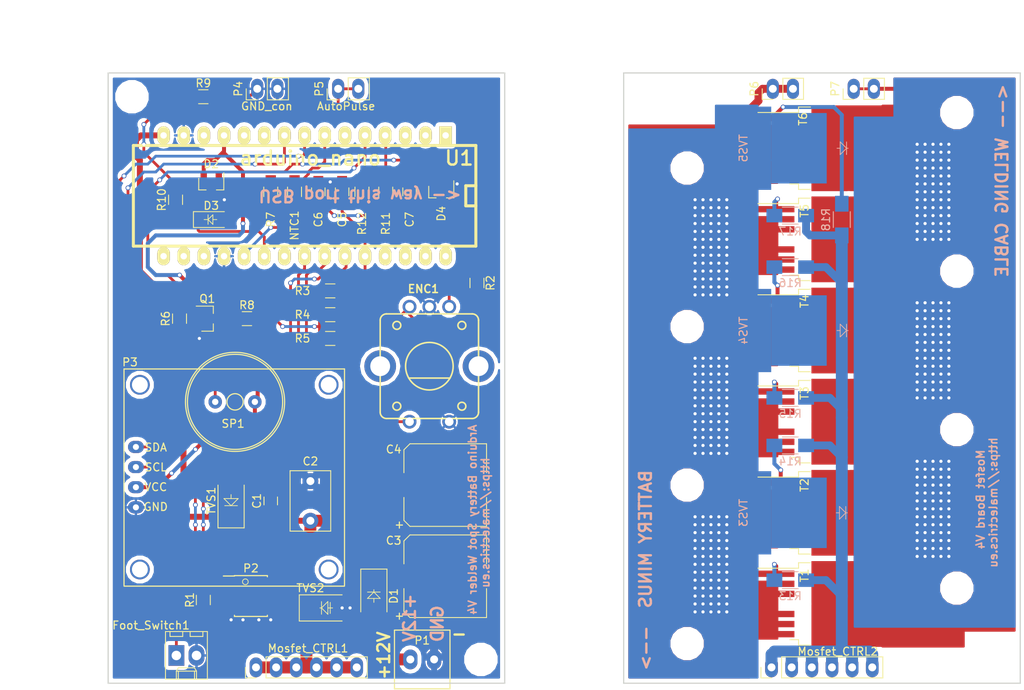
<source format=kicad_pcb>
(kicad_pcb (version 4) (host pcbnew 4.0.4-stable)
  (layers (0 F.Cu signal) (31 B.Cu signal) (34 B.Paste user) (35 F.Paste user) (36 B.SilkS user) (37 F.SilkS user) (38 B.Mask user) (39 F.Mask user) (44 Edge.Cuts user))
  (net 0 "")
  (net 1 GND)
  (net 2 +12V)
  (net 3 /D7)
  (net 4 "Net-(Mosfet_CTRL1-Pad1)")
  (net 5 /battery_minus)
  (net 6 /Probe)
  (net 7 "Net-(Mosfet_CTRL2-Pad1)")
  (net 8 VCC)
  (net 9 /D2)
  (net 10 /D8)
  (net 11 /A0)
  (net 12 +5V)
  (net 13 /D3)
  (net 14 "Net-(ENC1-PadA)")
  (net 15 "Net-(ENC1-PadB)")
  (net 16 /D6)
  (net 17 /A3)
  (net 18 /D5)
  (net 19 "Net-(P2-Pad3)")
  (net 20 /SCL)
  (net 21 /SDA)
  (net 22 "Net-(P5-Pad1)")
  (net 23 "Net-(Q1-Pad1)")
  (net 24 "Net-(Q1-Pad3)")
  (net 25 /A1)
  (net 26 "Net-(R13-Pad1)")
  (net 27 "Net-(R14-Pad1)")
  (net 28 "Net-(R15-Pad1)")
  (net 29 "Net-(R16-Pad1)")
  (net 30 "Net-(R17-Pad1)")
  (net 31 "Net-(R18-Pad1)")
  (net 32 "Net-(U1-Pad1)")
  (net 33 "Net-(U1-Pad2)")
  (net 34 "Net-(U1-Pad3)")
  (net 35 "Net-(U1-Pad6)")
  (net 36 "Net-(U1-Pad10)")
  (net 37 "Net-(U1-Pad11)")
  (net 38 "Net-(U1-Pad13)")
  (net 39 "Net-(U1-Pad16)")
  (net 40 "Net-(U1-Pad17)")
  (net 41 "Net-(U1-Pad18)")
  (net 42 "Net-(U1-Pad22)")
  (net 43 "Net-(U1-Pad27)")
  (net 44 "Net-(U1-Pad28)")
  (net 45 "Net-(U1-Pad29)")
  (net 46 "Net-(U1-Pad30)")
  (module TO_SOT_Packages_SMD:TO-263-6 (layer F.Cu) (at 160 74)
    (fp_text reference T5 (at -2.2 -3.6 90) (layer F.SilkS))
    (fp_text value FDB0105N407L)
    (pad 1 smd rect (at -5.775 -3.81) (size 4.6 0.8) (layers F.Cu F.Paste F.Mask) (net 30 "Net-(R17-Pad1)"))
    (pad 2 smd rect (at -5.775 -2.54) (size 4.6 0.8) (layers F.Cu F.Paste F.Mask) (net 5 /battery_minus))
    (pad 3 smd rect (at -5.775 -1.27) (size 4.6 0.8) (layers F.Cu F.Paste F.Mask) (net 5 /battery_minus))
    (pad 5 smd rect (at -5.775 1.27) (size 4.6 0.8) (layers F.Cu F.Paste F.Mask) (net 5 /battery_minus))
    (pad 6 smd rect (at -5.775 2.54) (size 4.6 0.8) (layers F.Cu F.Paste F.Mask) (net 5 /battery_minus))
    (pad 7 smd rect (at -5.775 3.81) (size 4.6 0.8) (layers F.Cu F.Paste F.Mask) (net 5 /battery_minus))
    (pad 4 smd rect (at 3.375 0) (size 9.4 10.8) (layers F.Cu F.Mask) (net 6 /Probe))
    (pad 4 smd rect (at 5.8 2.775) (size 4.55 5.25) (layers F.Cu F.Paste) (net 6 /Probe))
    (pad 4 smd rect (at 0.95 -2.775) (size 4.55 5.25) (layers F.Cu F.Paste) (net 6 /Probe))
    (pad 4 smd rect (at 5.8 -2.775) (size 4.55 5.25) (layers F.Cu F.Paste) (net 6 /Probe))
    (pad 4 smd rect (at 0.95 2.775) (size 4.55 5.25) (layers F.Cu F.Paste) (net 6 /Probe))
  )
  (module arduino:arduino_mini (layer F.Cu) (at 93.5 68.5 180)
    (fp_text reference U1 (at -20.75 4.75 180) (layer F.SilkS) (effects (font (size 1.778 1.778) (thickness 0.3048))))
    (fp_text value arduino_nano (at -2 4.75 180) (layer F.SilkS) (effects (font (size 1.778 1.778) (thickness 0.3048))))
    (pad 1 thru_hole rect (at -19.05 7.62 180) (size 1.5748 2.286) (drill 0.8128) (layers *.Cu *.Mask F.SilkS) (net 32 "Net-(U1-Pad1)"))
    (pad 2 thru_hole oval (at -16.51 7.62 180) (size 1.5748 2.286) (drill 0.8128) (layers *.Cu *.Mask F.SilkS) (net 33 "Net-(U1-Pad2)"))
    (pad 3 thru_hole oval (at -13.97 7.62 180) (size 1.5748 2.286) (drill 0.8128) (layers *.Cu *.Mask F.SilkS) (net 34 "Net-(U1-Pad3)"))
    (pad 4 thru_hole oval (at -11.43 7.62 180) (size 1.5748 2.286) (drill 0.8128) (layers *.Cu *.Mask F.SilkS) (net 11 /A0))
    (pad 5 thru_hole oval (at -8.89 7.62 180) (size 1.5748 2.286) (drill 0.8128) (layers *.Cu *.Mask F.SilkS) (net 25 /A1))
    (pad 6 thru_hole oval (at -6.35 7.62 180) (size 1.5748 2.286) (drill 0.8128) (layers *.Cu *.Mask F.SilkS) (net 35 "Net-(U1-Pad6)"))
    (pad 7 thru_hole oval (at -3.81 7.62 180) (size 1.5748 2.286) (drill 0.8128) (layers *.Cu *.Mask F.SilkS) (net 17 /A3))
    (pad 8 thru_hole oval (at -1.27 7.62 180) (size 1.5748 2.286) (drill 0.8128) (layers *.Cu *.Mask F.SilkS) (net 21 /SDA))
    (pad 9 thru_hole oval (at 1.27 7.62 180) (size 1.5748 2.286) (drill 0.8128) (layers *.Cu *.Mask F.SilkS) (net 20 /SCL))
    (pad 10 thru_hole oval (at 3.81 7.62 180) (size 1.5748 2.286) (drill 0.8128) (layers *.Cu *.Mask F.SilkS) (net 36 "Net-(U1-Pad10)"))
    (pad 11 thru_hole oval (at 6.35 7.62 180) (size 1.5748 2.286) (drill 0.8128) (layers *.Cu *.Mask F.SilkS) (net 37 "Net-(U1-Pad11)"))
    (pad 12 thru_hole oval (at 8.89 7.62 180) (size 1.5748 2.286) (drill 0.8128) (layers *.Cu *.Mask F.SilkS) (net 12 +5V))
    (pad 13 thru_hole oval (at 11.43 7.62 180) (size 1.5748 2.286) (drill 0.8128) (layers *.Cu *.Mask F.SilkS) (net 38 "Net-(U1-Pad13)"))
    (pad 14 thru_hole oval (at 13.97 7.62 180) (size 1.5748 2.286) (drill 0.8128) (layers *.Cu *.Mask F.SilkS) (net 1 GND))
    (pad 15 thru_hole oval (at 16.51 7.62 180) (size 1.5748 2.286) (drill 0.8128) (layers *.Cu *.Mask F.SilkS) (net 8 VCC))
    (pad 16 thru_hole oval (at 16.51 -7.62 180) (size 1.5748 2.286) (drill 0.8128) (layers *.Cu *.Mask F.SilkS) (net 39 "Net-(U1-Pad16)"))
    (pad 17 thru_hole oval (at 13.97 -7.62 180) (size 1.5748 2.286) (drill 0.8128) (layers *.Cu *.Mask F.SilkS) (net 40 "Net-(U1-Pad17)"))
    (pad 18 thru_hole oval (at 11.43 -7.62 180) (size 1.5748 2.286) (drill 0.8128) (layers *.Cu *.Mask F.SilkS) (net 41 "Net-(U1-Pad18)"))
    (pad 19 thru_hole oval (at 8.89 -7.62 180) (size 1.5748 2.286) (drill 0.8128) (layers *.Cu *.Mask F.SilkS) (net 1 GND))
    (pad 20 thru_hole oval (at 6.35 -7.62 180) (size 1.5748 2.286) (drill 0.8128) (layers *.Cu *.Mask F.SilkS) (net 9 /D2))
    (pad 21 thru_hole oval (at 3.81 -7.62 180) (size 1.5748 2.286) (drill 0.8128) (layers *.Cu *.Mask F.SilkS) (net 13 /D3))
    (pad 22 thru_hole oval (at 1.27 -7.62 180) (size 1.5748 2.286) (drill 0.8128) (layers *.Cu *.Mask F.SilkS) (net 42 "Net-(U1-Pad22)"))
    (pad 23 thru_hole oval (at -1.27 -7.62 180) (size 1.5748 2.286) (drill 0.8128) (layers *.Cu *.Mask F.SilkS) (net 18 /D5))
    (pad 24 thru_hole oval (at -3.81 -7.62 180) (size 1.5748 2.286) (drill 0.8128) (layers *.Cu *.Mask F.SilkS) (net 16 /D6))
    (pad 25 thru_hole oval (at -6.35 -7.62 180) (size 1.5748 2.286) (drill 0.8128) (layers *.Cu *.Mask F.SilkS) (net 3 /D7))
    (pad 26 thru_hole oval (at -8.89 -7.62 180) (size 1.5748 2.286) (drill 0.8128) (layers *.Cu *.Mask F.SilkS) (net 10 /D8))
    (pad 27 thru_hole oval (at -11.43 -7.62 180) (size 1.5748 2.286) (drill 0.8128) (layers *.Cu *.Mask F.SilkS) (net 43 "Net-(U1-Pad27)"))
    (pad 28 thru_hole oval (at -13.97 -7.62 180) (size 1.5748 2.286) (drill 0.8128) (layers *.Cu *.Mask F.SilkS) (net 44 "Net-(U1-Pad28)"))
    (pad 29 thru_hole oval (at -16.51 -7.62 180) (size 1.5748 2.286) (drill 0.8128) (layers *.Cu *.Mask F.SilkS) (net 45 "Net-(U1-Pad29)"))
    (pad 30 thru_hole oval (at -19.05 -7.62 180) (size 1.5748 2.286) (drill 0.8128) (layers *.Cu *.Mask F.SilkS) (net 46 "Net-(U1-Pad30)"))
  )
  (module Pin_Headers:Pin_Header_Straight_1x02_Pitch2.54mm (layer F.Cu) (at 88.8 55 90)
    (fp_text reference P4 (at 0 -2.39 90) (layer F.SilkS))
    (fp_text value GND_con (at -2.2 1.2 180) (layer F.SilkS))
    (pad 1 thru_hole oval (at 0 0 90) (size 2.52 1.52) (drill 1) (layers *.Cu *.Mask) (net 1 GND))
    (pad 2 thru_hole oval (at 0 2.54 90) (size 2.52 1.52) (drill 1) (layers *.Cu *.Mask) (net 1 GND))
  )
  (module Pin_Headers:Pin_Header_Straight_1x02_Pitch2.54mm (layer F.Cu) (at 99 55 90)
    (fp_text reference P5 (at 0 -2.39 90) (layer F.SilkS))
    (fp_text value AutoPulse (at -2.2 1 180) (layer F.SilkS))
    (pad 1 thru_hole oval (at 0 0 90) (size 2.52 1.52) (drill 1) (layers *.Cu *.Mask) (net 22 "Net-(P5-Pad1)"))
    (pad 2 thru_hole oval (at 0 2.54 90) (size 2.52 1.52) (drill 1) (layers *.Cu *.Mask) (net 22 "Net-(P5-Pad1)"))
  )
  (module Mounting_Holes:MountingHole_3.2mm_M3 (layer F.Cu) (at 73 56)
    (fp_text reference REF** hide)
    (fp_text value 3.2mm hide)
    (pad 1 np_thru_hole circle (at 0 0) (size 3.2 3.2) (drill 3.2) (layers *.Cu *.Mask))
  )
  (module Mounting_Holes:MountingHole_3.2mm_M3 (layer F.Cu) (at 117 127)
    (fp_text reference REF** hide)
    (fp_text value 3.2mm hide)
    (pad 1 np_thru_hole circle (at 0 0) (size 3.2 3.2) (drill 3.2) (layers *.Cu *.Mask))
  )
  (module Connectors_Molex:Molex_KK-6410-02_02x2.54mm_Straight (layer F.Cu) (at 78.6 126.5)
    (fp_text reference Foot_Switch1 (at -3.2 -3.8) (layer F.SilkS))
    (fp_text value CONN_01X02 hide)
    (pad 1 thru_hole rect (at 0 0) (size 2 2.6) (drill 1.2) (layers *.Cu *.Mask) (net 3 /D7))
    (pad 2 thru_hole oval (at 2.54 0) (size 2 2.6) (drill 1.2) (layers *.Cu *.Mask) (net 1 GND))
  )
  (module pots_own:Terminal_Block_2P_3.5mm (layer F.Cu) (at 109.6 127 180)
    (fp_text reference P1 (at 0 2.4 180) (layer F.SilkS))
    (fp_text value "V IN" hide)
    (pad 1 thru_hole oval (at -1.5 0 180) (size 1.8 2.5) (drill 1) (layers *.Cu *.Mask) (net 1 GND))
    (pad 2 thru_hole oval (at 1.5 0 180) (size 1.8 2.5) (drill 1) (layers *.Cu *.Mask) (net 2 +12V))
  )
  (module Mounting_Holes:MountingHole_3.2mm_M3 (layer F.Cu) (at 182 127)
    (fp_text reference REF** hide)
    (fp_text value MountingHole_3.2mm_M3)
    (pad 1 np_thru_hole circle (at 0 0) (size 3.2 3.2) (drill 3.2) (layers *.Cu *.Mask))
  )
  (module Mounting_Holes:MountingHole_3.2mm_M3 (layer F.Cu) (at 143 125)
    (fp_text reference REF** hide)
    (fp_text value MountingHole_3.2mm_M3)
    (pad 1 np_thru_hole circle (at 0 0) (size 3.2 3.2) (drill 3.2) (layers *.Cu *.Mask))
  )
  (module Mounting_Holes:MountingHole_3.2mm_M3 (layer F.Cu) (at 138 56)
    (fp_text reference REF** hide)
    (fp_text value MountingHole_3.2mm_M3)
    (pad 1 np_thru_hole circle (at 0 0) (size 3.2 3.2) (drill 3.2) (layers *.Cu *.Mask))
  )
  (module Pin_Headers:Pin_Header_Straight_1x02_Pitch2.54mm (layer F.Cu) (at 153.8 55 90)
    (fp_text reference P6 (at 0 -2.33 90) (layer F.SilkS))
    (fp_text value GND_con)
    (pad 1 thru_hole oval (at 0 0 90) (size 2.52 1.52) (drill 1) (layers *.Cu *.Mask) (net 5 /battery_minus))
    (pad 2 thru_hole oval (at 0 2.54 90) (size 2.52 1.52) (drill 1) (layers *.Cu *.Mask) (net 5 /battery_minus))
  )
  (module Pin_Headers:Pin_Header_Straight_1x02_Pitch2.54mm (layer F.Cu) (at 164 55 90)
    (fp_text reference P7 (at 0 -2.33 90) (layer F.SilkS))
    (fp_text value AutoPulse)
    (pad 1 thru_hole oval (at 0 0 90) (size 2.52 1.52) (drill 1) (layers *.Cu *.Mask) (net 6 /Probe))
    (pad 2 thru_hole oval (at 0 2.54 90) (size 2.52 1.52) (drill 1) (layers *.Cu *.Mask) (net 6 /Probe))
  )
  (module TO_SOT_Packages_SMD:TO-263-6 (layer F.Cu) (at 160 120)
    (fp_text reference T1 (at -2.2 -3.6 90) (layer F.SilkS))
    (fp_text value FDB0105N407L)
    (pad 1 smd rect (at -5.775 -3.81) (size 4.6 0.8) (layers F.Cu F.Paste F.Mask) (net 26 "Net-(R13-Pad1)"))
    (pad 2 smd rect (at -5.775 -2.54) (size 4.6 0.8) (layers F.Cu F.Paste F.Mask) (net 5 /battery_minus))
    (pad 3 smd rect (at -5.775 -1.27) (size 4.6 0.8) (layers F.Cu F.Paste F.Mask) (net 5 /battery_minus))
    (pad 5 smd rect (at -5.775 1.27) (size 4.6 0.8) (layers F.Cu F.Paste F.Mask) (net 5 /battery_minus))
    (pad 6 smd rect (at -5.775 2.54) (size 4.6 0.8) (layers F.Cu F.Paste F.Mask) (net 5 /battery_minus))
    (pad 7 smd rect (at -5.775 3.81) (size 4.6 0.8) (layers F.Cu F.Paste F.Mask) (net 5 /battery_minus))
    (pad 4 smd rect (at 3.375 0) (size 9.4 10.8) (layers F.Cu F.Mask) (net 6 /Probe))
    (pad 4 smd rect (at 5.8 2.775) (size 4.55 5.25) (layers F.Cu F.Paste) (net 6 /Probe))
    (pad 4 smd rect (at 0.95 -2.775) (size 4.55 5.25) (layers F.Cu F.Paste) (net 6 /Probe))
    (pad 4 smd rect (at 5.8 -2.775) (size 4.55 5.25) (layers F.Cu F.Paste) (net 6 /Probe))
    (pad 4 smd rect (at 0.95 2.775) (size 4.55 5.25) (layers F.Cu F.Paste) (net 6 /Probe))
  )
  (module TO_SOT_Packages_SMD:TO-263-6 (layer F.Cu) (at 160 108.5)
    (fp_text reference T2 (at -2.2 -3.5 90) (layer F.SilkS))
    (fp_text value FDB0105N407L)
    (pad 1 smd rect (at -5.775 -3.81) (size 4.6 0.8) (layers F.Cu F.Paste F.Mask) (net 27 "Net-(R14-Pad1)"))
    (pad 2 smd rect (at -5.775 -2.54) (size 4.6 0.8) (layers F.Cu F.Paste F.Mask) (net 5 /battery_minus))
    (pad 3 smd rect (at -5.775 -1.27) (size 4.6 0.8) (layers F.Cu F.Paste F.Mask) (net 5 /battery_minus))
    (pad 5 smd rect (at -5.775 1.27) (size 4.6 0.8) (layers F.Cu F.Paste F.Mask) (net 5 /battery_minus))
    (pad 6 smd rect (at -5.775 2.54) (size 4.6 0.8) (layers F.Cu F.Paste F.Mask) (net 5 /battery_minus))
    (pad 7 smd rect (at -5.775 3.81) (size 4.6 0.8) (layers F.Cu F.Paste F.Mask) (net 5 /battery_minus))
    (pad 4 smd rect (at 3.375 0) (size 9.4 10.8) (layers F.Cu F.Mask) (net 6 /Probe))
    (pad 4 smd rect (at 5.8 2.775) (size 4.55 5.25) (layers F.Cu F.Paste) (net 6 /Probe))
    (pad 4 smd rect (at 0.95 -2.775) (size 4.55 5.25) (layers F.Cu F.Paste) (net 6 /Probe))
    (pad 4 smd rect (at 5.8 -2.775) (size 4.55 5.25) (layers F.Cu F.Paste) (net 6 /Probe))
    (pad 4 smd rect (at 0.95 2.775) (size 4.55 5.25) (layers F.Cu F.Paste) (net 6 /Probe))
  )
  (module TO_SOT_Packages_SMD:TO-263-6 (layer F.Cu) (at 160 97)
    (fp_text reference T3 (at -2.2 -3.6 90) (layer F.SilkS))
    (fp_text value FDB0105N407L)
    (pad 1 smd rect (at -5.775 -3.81) (size 4.6 0.8) (layers F.Cu F.Paste F.Mask) (net 28 "Net-(R15-Pad1)"))
    (pad 2 smd rect (at -5.775 -2.54) (size 4.6 0.8) (layers F.Cu F.Paste F.Mask) (net 5 /battery_minus))
    (pad 3 smd rect (at -5.775 -1.27) (size 4.6 0.8) (layers F.Cu F.Paste F.Mask) (net 5 /battery_minus))
    (pad 5 smd rect (at -5.775 1.27) (size 4.6 0.8) (layers F.Cu F.Paste F.Mask) (net 5 /battery_minus))
    (pad 6 smd rect (at -5.775 2.54) (size 4.6 0.8) (layers F.Cu F.Paste F.Mask) (net 5 /battery_minus))
    (pad 7 smd rect (at -5.775 3.81) (size 4.6 0.8) (layers F.Cu F.Paste F.Mask) (net 5 /battery_minus))
    (pad 4 smd rect (at 3.375 0) (size 9.4 10.8) (layers F.Cu F.Mask) (net 6 /Probe))
    (pad 4 smd rect (at 5.8 2.775) (size 4.55 5.25) (layers F.Cu F.Paste) (net 6 /Probe))
    (pad 4 smd rect (at 0.95 -2.775) (size 4.55 5.25) (layers F.Cu F.Paste) (net 6 /Probe))
    (pad 4 smd rect (at 5.8 -2.775) (size 4.55 5.25) (layers F.Cu F.Paste) (net 6 /Probe))
    (pad 4 smd rect (at 0.95 2.775) (size 4.55 5.25) (layers F.Cu F.Paste) (net 6 /Probe))
  )
  (module TO_SOT_Packages_SMD:TO-263-6 (layer F.Cu) (at 160 85.5)
    (fp_text reference T4 (at -2.2 -3.7 90) (layer F.SilkS))
    (fp_text value FDB0105N407L)
    (pad 1 smd rect (at -5.775 -3.81) (size 4.6 0.8) (layers F.Cu F.Paste F.Mask) (net 29 "Net-(R16-Pad1)"))
    (pad 2 smd rect (at -5.775 -2.54) (size 4.6 0.8) (layers F.Cu F.Paste F.Mask) (net 5 /battery_minus))
    (pad 3 smd rect (at -5.775 -1.27) (size 4.6 0.8) (layers F.Cu F.Paste F.Mask) (net 5 /battery_minus))
    (pad 5 smd rect (at -5.775 1.27) (size 4.6 0.8) (layers F.Cu F.Paste F.Mask) (net 5 /battery_minus))
    (pad 6 smd rect (at -5.775 2.54) (size 4.6 0.8) (layers F.Cu F.Paste F.Mask) (net 5 /battery_minus))
    (pad 7 smd rect (at -5.775 3.81) (size 4.6 0.8) (layers F.Cu F.Paste F.Mask) (net 5 /battery_minus))
    (pad 4 smd rect (at 3.375 0) (size 9.4 10.8) (layers F.Cu F.Mask) (net 6 /Probe))
    (pad 4 smd rect (at 5.8 2.775) (size 4.55 5.25) (layers F.Cu F.Paste) (net 6 /Probe))
    (pad 4 smd rect (at 0.95 -2.775) (size 4.55 5.25) (layers F.Cu F.Paste) (net 6 /Probe))
    (pad 4 smd rect (at 5.8 -2.775) (size 4.55 5.25) (layers F.Cu F.Paste) (net 6 /Probe))
    (pad 4 smd rect (at 0.95 2.775) (size 4.55 5.25) (layers F.Cu F.Paste) (net 6 /Probe))
  )
  (module TO_SOT_Packages_SMD:TO-263-6 (layer F.Cu) (at 160 62.5)
    (fp_text reference T6 (at -2.4 -3.7 90) (layer F.SilkS))
    (fp_text value FDB0105N407L)
    (pad 1 smd rect (at -5.775 -3.81) (size 4.6 0.8) (layers F.Cu F.Paste F.Mask) (net 31 "Net-(R18-Pad1)"))
    (pad 2 smd rect (at -5.775 -2.54) (size 4.6 0.8) (layers F.Cu F.Paste F.Mask) (net 5 /battery_minus))
    (pad 3 smd rect (at -5.775 -1.27) (size 4.6 0.8) (layers F.Cu F.Paste F.Mask) (net 5 /battery_minus))
    (pad 5 smd rect (at -5.775 1.27) (size 4.6 0.8) (layers F.Cu F.Paste F.Mask) (net 5 /battery_minus))
    (pad 6 smd rect (at -5.775 2.54) (size 4.6 0.8) (layers F.Cu F.Paste F.Mask) (net 5 /battery_minus))
    (pad 7 smd rect (at -5.775 3.81) (size 4.6 0.8) (layers F.Cu F.Paste F.Mask) (net 5 /battery_minus))
    (pad 4 smd rect (at 3.375 0) (size 9.4 10.8) (layers F.Cu F.Mask) (net 6 /Probe))
    (pad 4 smd rect (at 5.8 2.775) (size 4.55 5.25) (layers F.Cu F.Paste) (net 6 /Probe))
    (pad 4 smd rect (at 0.95 -2.775) (size 4.55 5.25) (layers F.Cu F.Paste) (net 6 /Probe))
    (pad 4 smd rect (at 5.8 -2.775) (size 4.55 5.25) (layers F.Cu F.Paste) (net 6 /Probe))
    (pad 4 smd rect (at 0.95 2.775) (size 4.55 5.25) (layers F.Cu F.Paste) (net 6 /Probe))
  )
  (module Pin_Headers:Pin_Header_Straight_1x06_Pitch2.54mm (layer F.Cu) (at 88.64 128 90)
    (fp_text reference Mosfet_CTRL1 (at 2.4 6.56 180) (layer F.SilkS))
    (fp_text value CONN_01X06)
    (pad 1 thru_hole oval (at 0 0 90) (size 2.5 1.6) (drill 1) (layers *.Cu *.Mask) (net 4 "Net-(Mosfet_CTRL1-Pad1)"))
    (pad 2 thru_hole oval (at 0 2.54 90) (size 2.5 1.6) (drill 1) (layers *.Cu *.Mask) (net 4 "Net-(Mosfet_CTRL1-Pad1)"))
    (pad 3 thru_hole oval (at 0 5.08 90) (size 2.5 1.6) (drill 1) (layers *.Cu *.Mask) (net 4 "Net-(Mosfet_CTRL1-Pad1)"))
    (pad 4 thru_hole oval (at 0 7.62 90) (size 2.5 1.6) (drill 1) (layers *.Cu *.Mask) (net 4 "Net-(Mosfet_CTRL1-Pad1)"))
    (pad 5 thru_hole oval (at 0 10.16 90) (size 2.5 1.6) (drill 1) (layers *.Cu *.Mask) (net 4 "Net-(Mosfet_CTRL1-Pad1)"))
    (pad 6 thru_hole oval (at 0 12.7 90) (size 2.5 1.6) (drill 1) (layers *.Cu *.Mask) (net 4 "Net-(Mosfet_CTRL1-Pad1)"))
  )
  (module Pin_Headers:Pin_Header_Straight_1x06_Pitch2.54mm (layer F.Cu) (at 153.64 128 90)
    (fp_text reference Mosfet_CTRL2 (at 2 8.36 180) (layer F.SilkS))
    (fp_text value CONN_01X06)
    (pad 1 thru_hole oval (at 0 0 90) (size 2.5 1.6) (drill 1) (layers *.Cu *.Mask) (net 7 "Net-(Mosfet_CTRL2-Pad1)"))
    (pad 2 thru_hole oval (at 0 2.54 90) (size 2.5 1.6) (drill 1) (layers *.Cu *.Mask) (net 7 "Net-(Mosfet_CTRL2-Pad1)"))
    (pad 3 thru_hole oval (at 0 5.08 90) (size 2.5 1.6) (drill 1) (layers *.Cu *.Mask) (net 7 "Net-(Mosfet_CTRL2-Pad1)"))
    (pad 4 thru_hole oval (at 0 7.62 90) (size 2.5 1.6) (drill 1) (layers *.Cu *.Mask) (net 7 "Net-(Mosfet_CTRL2-Pad1)"))
    (pad 5 thru_hole oval (at 0 10.16 90) (size 2.5 1.6) (drill 1) (layers *.Cu *.Mask) (net 7 "Net-(Mosfet_CTRL2-Pad1)"))
    (pad 6 thru_hole oval (at 0 12.7 90) (size 2.5 1.6) (drill 1) (layers *.Cu *.Mask) (net 7 "Net-(Mosfet_CTRL2-Pad1)"))
  )
  (module Mounting_Holes:MountingHole_3.2mm_M3 (layer F.Cu) (at 143 105)
    (fp_text reference REF** hide)
    (fp_text value MountingHole_3.2mm_M3)
    (pad 1 np_thru_hole circle (at 0 0) (size 3.2 3.2) (drill 3.2) (layers *.Cu *.Mask))
  )
  (module Mounting_Holes:MountingHole_3.2mm_M3 (layer F.Cu) (at 143 65)
    (fp_text reference REF** hide)
    (fp_text value MountingHole_3.2mm_M3)
    (pad 1 np_thru_hole circle (at 0 0) (size 3.2 3.2) (drill 3.2) (layers *.Cu *.Mask))
  )
  (module Mounting_Holes:MountingHole_3.2mm_M3 (layer F.Cu) (at 177 58)
    (fp_text reference REF** hide)
    (fp_text value MountingHole_3.2mm_M3)
    (pad 1 np_thru_hole circle (at 0 0) (size 3.2 3.2) (drill 3.2) (layers *.Cu *.Mask))
  )
  (module Mounting_Holes:MountingHole_3.2mm_M3 (layer F.Cu) (at 177 78)
    (fp_text reference REF** hide)
    (fp_text value MountingHole_3.2mm_M3)
    (pad 1 np_thru_hole circle (at 0 0) (size 3.2 3.2) (drill 3.2) (layers *.Cu *.Mask))
  )
  (module Mounting_Holes:MountingHole_3.2mm_M3 (layer F.Cu) (at 177 118)
    (fp_text reference REF** hide)
    (fp_text value MountingHole_3.2mm_M3)
    (pad 1 np_thru_hole circle (at 0 0) (size 3.2 3.2) (drill 3.2) (layers *.Cu *.Mask))
  )
  (module Mounting_Holes:MountingHole_3.2mm_M3 (layer F.Cu) (at 143 85)
    (fp_text reference REF** hide)
    (fp_text value MountingHole_3.2mm_M3)
    (pad 1 np_thru_hole circle (at 0 0) (size 3.2 3.2) (drill 3.2) (layers *.Cu *.Mask))
  )
  (module Mounting_Holes:MountingHole_3.2mm_M3 (layer F.Cu) (at 177 98)
    (fp_text reference REF** hide)
    (fp_text value MountingHole_3.2mm_M3)
    (pad 1 np_thru_hole circle (at 0 0) (size 3.2 3.2) (drill 3.2) (layers *.Cu *.Mask))
  )
  (module Resistors_SMD:R_1206_HandSoldering (layer B.Cu) (at 156 117)
    (fp_text reference R13 (at 0 2) (layer B.SilkS) (effects (justify mirror)))
    (fp_text value 30)
    (pad 1 smd rect (at -2 0) (size 2 1.7) (layers B.Cu B.Paste B.Mask) (net 26 "Net-(R13-Pad1)"))
    (pad 2 smd rect (at 2 0) (size 2 1.7) (layers B.Cu B.Paste B.Mask) (net 7 "Net-(Mosfet_CTRL2-Pad1)"))
  )
  (module Resistors_SMD:R_1206_HandSoldering (layer B.Cu) (at 156 100)
    (fp_text reference R14 (at 0 2) (layer B.SilkS) (effects (justify mirror)))
    (fp_text value 30)
    (pad 1 smd rect (at -2 0) (size 2 1.7) (layers B.Cu B.Paste B.Mask) (net 27 "Net-(R14-Pad1)"))
    (pad 2 smd rect (at 2 0) (size 2 1.7) (layers B.Cu B.Paste B.Mask) (net 7 "Net-(Mosfet_CTRL2-Pad1)"))
  )
  (module Resistors_SMD:R_1206_HandSoldering (layer B.Cu) (at 156 94)
    (fp_text reference R15 (at 0 2) (layer B.SilkS) (effects (justify mirror)))
    (fp_text value 30)
    (pad 1 smd rect (at -2 0) (size 2 1.7) (layers B.Cu B.Paste B.Mask) (net 28 "Net-(R15-Pad1)"))
    (pad 2 smd rect (at 2 0) (size 2 1.7) (layers B.Cu B.Paste B.Mask) (net 7 "Net-(Mosfet_CTRL2-Pad1)"))
  )
  (module Resistors_SMD:R_1206_HandSoldering (layer B.Cu) (at 156 77.5)
    (fp_text reference R16 (at 0 2) (layer B.SilkS) (effects (justify mirror)))
    (fp_text value 30)
    (pad 1 smd rect (at -2 0) (size 2 1.7) (layers B.Cu B.Paste B.Mask) (net 29 "Net-(R16-Pad1)"))
    (pad 2 smd rect (at 2 0) (size 2 1.7) (layers B.Cu B.Paste B.Mask) (net 7 "Net-(Mosfet_CTRL2-Pad1)"))
  )
  (module Resistors_SMD:R_1206_HandSoldering (layer B.Cu) (at 156 71)
    (fp_text reference R17 (at 0 2) (layer B.SilkS) (effects (justify mirror)))
    (fp_text value 30)
    (pad 1 smd rect (at -2 0) (size 2 1.7) (layers B.Cu B.Paste B.Mask) (net 30 "Net-(R17-Pad1)"))
    (pad 2 smd rect (at 2 0) (size 2 1.7) (layers B.Cu B.Paste B.Mask) (net 7 "Net-(Mosfet_CTRL2-Pad1)"))
  )
  (module Resistors_SMD:R_1206_HandSoldering (layer B.Cu) (at 162.5 71.5 270)
    (fp_text reference R18 (at 0 2 270) (layer B.SilkS) (effects (justify mirror)))
    (fp_text value 30)
    (pad 1 smd rect (at -2 0 270) (size 2 1.7) (layers B.Cu B.Paste B.Mask) (net 31 "Net-(R18-Pad1)"))
    (pad 2 smd rect (at 2 0 270) (size 2 1.7) (layers B.Cu B.Paste B.Mask) (net 7 "Net-(Mosfet_CTRL2-Pad1)"))
  )
  (module Capacitors_ThroughHole:C_Disc_D7.5mm_W5.0mm_P5.00mm (layer F.Cu) (at 95.5 109.5 90)
    (fp_text reference C2 (at 7.5 0 180) (layer F.SilkS))
    (fp_text value 1µF)
    (pad 1 thru_hole circle (at 0 0 90) (size 2 2) (drill 1) (layers *.Cu *.Mask) (net 8 VCC))
    (pad 2 thru_hole circle (at 5 0 90) (size 2 2) (drill 1) (layers *.Cu *.Mask) (net 1 GND))
  )
  (module Capacitors_SMD:CP_Elec_10x10 (layer F.Cu) (at 112.5 116.5)
    (fp_text reference C3 (at -6.5 -4.5) (layer F.SilkS))
    (fp_text value 470µF)
    (fp_text user + (at -5.78 4.97) (layer F.SilkS))
    (pad 1 smd rect (at -4 0 180) (size 4 2.5) (layers F.Cu F.Paste F.Mask) (net 8 VCC))
    (pad 2 smd rect (at 4 0 180) (size 4 2.5) (layers F.Cu F.Paste F.Mask) (net 1 GND))
  )
  (module Diodes_SMD:D_SMA (layer F.Cu) (at 103.5 119 270)
    (fp_text reference D1 (at 0 -2.5 270) (layer F.SilkS))
    (fp_text value D)
    (pad 1 smd rect (at -2 0 270) (size 2.5 1.8) (layers F.Cu F.Paste F.Mask) (net 8 VCC))
    (pad 2 smd rect (at 2 0 270) (size 2.5 1.8) (layers F.Cu F.Paste F.Mask) (net 2 +12V))
  )
  (module TO_SOT_Packages_SMD:SOT-23 (layer F.Cu) (at 83 67 270)
    (fp_text reference D2 (at -2.5 0 360) (layer F.SilkS))
    (fp_text value D_Schottky_BAV99)
    (pad 1 smd rect (at -1 -0.95 270) (size 0.9 0.8) (layers F.Cu F.Paste F.Mask) (net 1 GND))
    (pad 2 smd rect (at -1 0.95 270) (size 0.9 0.8) (layers F.Cu F.Paste F.Mask) (net 12 +5V))
    (pad 3 smd rect (at 1 0 270) (size 0.9 0.8) (layers F.Cu F.Paste F.Mask) (net 13 /D3))
  )
  (module Diodes_SMD:D_SOD-123 (layer F.Cu) (at 83 71.5)
    (fp_text reference D3 (at 0 -1.75) (layer F.SilkS))
    (fp_text value ZENER)
    (pad 1 smd rect (at -1.65 0) (size 0.9 1.2) (layers F.Cu F.Paste F.Mask) (net 13 /D3))
    (pad 2 smd rect (at 1.65 0) (size 0.9 1.2) (layers F.Cu F.Paste F.Mask) (net 1 GND))
  )
  (module TO_SOT_Packages_SMD:SOT-23 (layer F.Cu) (at 112 68 270)
    (fp_text reference D4 (at 2.75 0 270) (layer F.SilkS))
    (fp_text value D_Schottky_BAV99)
    (pad 1 smd rect (at -1 -0.95 270) (size 0.9 0.8) (layers F.Cu F.Paste F.Mask) (net 1 GND))
    (pad 2 smd rect (at -1 0.95 270) (size 0.9 0.8) (layers F.Cu F.Paste F.Mask) (net 12 +5V))
    (pad 3 smd rect (at 1 0 270) (size 0.9 0.8) (layers F.Cu F.Paste F.Mask) (net 11 /A0))
  )
  (module Rotary-Encoders:ALPS_STEC12E08 (layer F.Cu) (at 110.5 90 180)
    (fp_text reference ENC1 (at 0.75 9.75 180) (layer F.SilkS) (effects (font (thickness 0.2))))
    (fp_text value Bourns_PEC11L hide)
    (pad A thru_hole circle (at -2.5 7.5 180) (size 1.75 1.75) (drill 1.1) (layers *.Cu *.Mask) (net 14 "Net-(ENC1-PadA)"))
    (pad B thru_hole circle (at 2.5 7.5 180) (size 1.75 1.75) (drill 1.1) (layers *.Cu *.Mask) (net 15 "Net-(ENC1-PadB)"))
    (pad C thru_hole circle (at 0 7.5 180) (size 1.75 1.75) (drill 1.1) (layers *.Cu *.Mask) (net 1 GND))
    (pad SW2 thru_hole circle (at 2.5 -7 180) (size 1.75 1.75) (drill 1.1) (layers *.Cu *.Mask) (net 16 /D6))
    (pad SW1 thru_hole circle (at -2.5 -7 180) (size 1.75 1.75) (drill 1.1) (layers *.Cu *.Mask) (net 1 GND))
    (pad body thru_hole oval (at 6.2 0 180) (size 4 4) (drill 2.5) (layers *.Cu *.Mask))
    (pad body thru_hole oval (at -6.2 0 180) (size 4 4) (drill 2.5) (layers *.Cu *.Mask))
  )
  (module Resistors_SMD:R_0805_HandSoldering (layer F.Cu) (at 93.5 68 90)
    (fp_text reference NTC1 (at -4.25 0 90) (layer F.SilkS))
    (fp_text value 10k)
    (pad 1 smd rect (at -1.35 0 90) (size 1.5 1.3) (layers F.Cu F.Paste F.Mask) (net 1 GND))
    (pad 2 smd rect (at 1.35 0 90) (size 1.5 1.3) (layers F.Cu F.Paste F.Mask) (net 17 /A3))
  )
  (module Housings_SOIC:SOIC-8_3.9x4.9mm_Pitch1.27mm (layer F.Cu) (at 88 119)
    (fp_text reference P2 (at 0 -3.5) (layer F.SilkS))
    (fp_text value MCP1407)
    (pad 1 smd rect (at -2.7 -1.905) (size 1.55 0.6) (layers F.Cu F.Paste F.Mask) (net 8 VCC))
    (pad 2 smd rect (at -2.7 -0.635) (size 1.55 0.6) (layers F.Cu F.Paste F.Mask) (net 18 /D5))
    (pad 3 smd rect (at -2.7 0.635) (size 1.55 0.6) (layers F.Cu F.Paste F.Mask) (net 19 "Net-(P2-Pad3)"))
    (pad 4 smd rect (at -2.7 1.905) (size 1.55 0.6) (layers F.Cu F.Paste F.Mask) (net 1 GND))
    (pad 5 smd rect (at 2.7 1.905) (size 1.55 0.6) (layers F.Cu F.Paste F.Mask) (net 1 GND))
    (pad 6 smd rect (at 2.7 0.635) (size 1.55 0.6) (layers F.Cu F.Paste F.Mask) (net 4 "Net-(Mosfet_CTRL1-Pad1)"))
    (pad 7 smd rect (at 2.7 -0.635) (size 1.55 0.6) (layers F.Cu F.Paste F.Mask) (net 4 "Net-(Mosfet_CTRL1-Pad1)"))
    (pad 8 smd rect (at 2.7 -1.905) (size 1.55 0.6) (layers F.Cu F.Paste F.Mask) (net 8 VCC))
  )
  (module OLED_SSD1306:OLED_SSD1306_128x64 (layer F.Cu) (at 73.5 104 90)
    (fp_text reference P3 (at 14.5 -0.75 180) (layer F.SilkS))
    (fp_text value OLED_Display)
    (fp_text user SDA (at 3.75 2.5 180) (layer F.SilkS))
    (fp_text user SCL (at 1.25 2.5 180) (layer F.SilkS))
    (fp_text user GND (at -3.75 2.5 180) (layer F.SilkS))
    (fp_text user VCC (at -1.25 2.5 180) (layer F.SilkS))
    (pad 1 thru_hole oval (at -3.81 0 90) (size 1.524 2) (drill 0.762) (layers *.Cu *.Mask) (net 1 GND))
    (pad 2 thru_hole oval (at -1.27 0 90) (size 1.524 2) (drill 0.762) (layers *.Cu *.Mask) (net 12 +5V))
    (pad 3 thru_hole oval (at 1.27 0 90) (size 1.524 2) (drill 0.762) (layers *.Cu *.Mask) (net 20 /SCL))
    (pad 4 thru_hole oval (at 3.81 0 90) (size 1.524 2) (drill 0.762) (layers *.Cu *.Mask) (net 21 /SDA))
    (pad "" thru_hole circle (at -11.65 24.3 90) (size 2.5 2.5) (drill 2) (layers *.Cu *.Mask))
    (pad "" thru_hole circle (at -11.65 0.5 90) (size 2.5 2.5) (drill 2) (layers *.Cu *.Mask))
    (pad "" thru_hole circle (at 11.65 0.5 90) (size 2.5 2.5) (drill 2) (layers *.Cu *.Mask))
    (pad "" thru_hole circle (at 11.65 24.3 90) (size 2.5 2.5) (drill 2) (layers *.Cu *.Mask))
  )
  (module TO_SOT_Packages_SMD:SOT-23 (layer F.Cu) (at 82.5 84)
    (fp_text reference Q1 (at 0 -2.5) (layer F.SilkS))
    (fp_text value MMBT3904-7-F)
    (pad 1 smd rect (at -1 -0.95) (size 0.9 0.8) (layers F.Cu F.Paste F.Mask) (net 23 "Net-(Q1-Pad1)"))
    (pad 2 smd rect (at -1 0.95) (size 0.9 0.8) (layers F.Cu F.Paste F.Mask) (net 1 GND))
    (pad 3 smd rect (at 1 0) (size 0.9 0.8) (layers F.Cu F.Paste F.Mask) (net 24 "Net-(Q1-Pad3)"))
  )
  (module Resistors_SMD:R_0805_HandSoldering (layer F.Cu) (at 82 119.5 90)
    (fp_text reference R1 (at 0 -1.7 90) (layer F.SilkS))
    (fp_text value 10k)
    (pad 1 smd rect (at -1.35 0 90) (size 1.5 1.3) (layers F.Cu F.Paste F.Mask) (net 1 GND))
    (pad 2 smd rect (at 1.35 0 90) (size 1.5 1.3) (layers F.Cu F.Paste F.Mask) (net 18 /D5))
  )
  (module Resistors_SMD:R_0805_HandSoldering (layer F.Cu) (at 116.5 79.5 270)
    (fp_text reference R2 (at 0 -1.7 270) (layer F.SilkS))
    (fp_text value 10k)
    (pad 1 smd rect (at -1.35 0 270) (size 1.5 1.3) (layers F.Cu F.Paste F.Mask) (net 9 /D2))
    (pad 2 smd rect (at 1.35 0 270) (size 1.5 1.3) (layers F.Cu F.Paste F.Mask) (net 15 "Net-(ENC1-PadB)"))
  )
  (module Resistors_SMD:R_0805_HandSoldering (layer F.Cu) (at 98 80.5)
    (fp_text reference R3 (at -3.5 0) (layer F.SilkS))
    (fp_text value 10k)
    (pad 1 smd rect (at -1.35 0) (size 1.5 1.3) (layers F.Cu F.Paste F.Mask) (net 10 /D8))
    (pad 2 smd rect (at 1.35 0) (size 1.5 1.3) (layers F.Cu F.Paste F.Mask) (net 14 "Net-(ENC1-PadA)"))
  )
  (module Resistors_SMD:R_0805_HandSoldering (layer F.Cu) (at 98 83.5 180)
    (fp_text reference R4 (at 3.5 0 180) (layer F.SilkS))
    (fp_text value 10k)
    (pad 1 smd rect (at -1.35 0 180) (size 1.5 1.3) (layers F.Cu F.Paste F.Mask) (net 15 "Net-(ENC1-PadB)"))
    (pad 2 smd rect (at 1.35 0 180) (size 1.5 1.3) (layers F.Cu F.Paste F.Mask) (net 12 +5V))
  )
  (module Resistors_SMD:R_0805_HandSoldering (layer F.Cu) (at 98 86.5)
    (fp_text reference R5 (at -3.5 0) (layer F.SilkS))
    (fp_text value 10k)
    (pad 1 smd rect (at -1.35 0) (size 1.5 1.3) (layers F.Cu F.Paste F.Mask) (net 12 +5V))
    (pad 2 smd rect (at 1.35 0) (size 1.5 1.3) (layers F.Cu F.Paste F.Mask) (net 14 "Net-(ENC1-PadA)"))
  )
  (module Resistors_SMD:R_0805_HandSoldering (layer F.Cu) (at 79 84 270)
    (fp_text reference R6 (at 0 1.75 270) (layer F.SilkS))
    (fp_text value 1k)
    (pad 1 smd rect (at -1.35 0 270) (size 1.5 1.3) (layers F.Cu F.Paste F.Mask) (net 25 /A1))
    (pad 2 smd rect (at 1.35 0 270) (size 1.5 1.3) (layers F.Cu F.Paste F.Mask) (net 23 "Net-(Q1-Pad1)"))
  )
  (module Resistors_SMD:R_0805_HandSoldering (layer F.Cu) (at 90.5 68 270)
    (fp_text reference R7 (at 3.5 0 270) (layer F.SilkS))
    (fp_text value 10k)
    (pad 1 smd rect (at -1.35 0 270) (size 1.5 1.3) (layers F.Cu F.Paste F.Mask) (net 17 /A3))
    (pad 2 smd rect (at 1.35 0 270) (size 1.5 1.3) (layers F.Cu F.Paste F.Mask) (net 12 +5V))
  )
  (module Resistors_SMD:R_0805_HandSoldering (layer F.Cu) (at 87.5 84)
    (fp_text reference R8 (at 0 -1.7) (layer F.SilkS))
    (fp_text value 1k)
    (pad 1 smd rect (at -1.35 0) (size 1.5 1.3) (layers F.Cu F.Paste F.Mask) (net 24 "Net-(Q1-Pad3)"))
    (pad 2 smd rect (at 1.35 0) (size 1.5 1.3) (layers F.Cu F.Paste F.Mask) (net 12 +5V))
  )
  (module Resistors_SMD:R_0805_HandSoldering (layer F.Cu) (at 82 56)
    (fp_text reference R9 (at 0 -1.7) (layer F.SilkS))
    (fp_text value 1k)
    (pad 1 smd rect (at -1.35 0) (size 1.5 1.3) (layers F.Cu F.Paste F.Mask) (net 22 "Net-(P5-Pad1)"))
    (pad 2 smd rect (at 1.35 0) (size 1.5 1.3) (layers F.Cu F.Paste F.Mask) (net 1 GND))
  )
  (module Resistors_SMD:R_0805_HandSoldering (layer F.Cu) (at 78.5 69 270)
    (fp_text reference R10 (at 0 1.75 270) (layer F.SilkS))
    (fp_text value 620)
    (pad 1 smd rect (at -1.35 0 270) (size 1.5 1.3) (layers F.Cu F.Paste F.Mask) (net 22 "Net-(P5-Pad1)"))
    (pad 2 smd rect (at 1.35 0 270) (size 1.5 1.3) (layers F.Cu F.Paste F.Mask) (net 13 /D3))
  )
  (module Resistors_SMD:R_0805_HandSoldering (layer F.Cu) (at 105 68 270)
    (fp_text reference R11 (at 4 0 270) (layer F.SilkS))
    (fp_text value 10k)
    (pad 1 smd rect (at -1.35 0 270) (size 1.5 1.3) (layers F.Cu F.Paste F.Mask) (net 11 /A0))
    (pad 2 smd rect (at 1.35 0 270) (size 1.5 1.3) (layers F.Cu F.Paste F.Mask) (net 2 +12V))
  )
  (module Resistors_SMD:R_0805_HandSoldering (layer F.Cu) (at 102 68 90)
    (fp_text reference R12 (at -4 0 90) (layer F.SilkS))
    (fp_text value 3k3)
    (pad 1 smd rect (at -1.35 0 90) (size 1.5 1.3) (layers F.Cu F.Paste F.Mask) (net 1 GND))
    (pad 2 smd rect (at 1.35 0 90) (size 1.5 1.3) (layers F.Cu F.Paste F.Mask) (net 11 /A0))
  )
  (module pots_own:Buzzer_PS1240P02BT (layer F.Cu) (at 86 94.5 180)
    (fp_text reference SP1 (at 0.25 -2.75 180) (layer F.SilkS))
    (fp_text value SPEAKER)
    (pad 2 thru_hole circle (at 2.5 0 180) (size 1.7 1.7) (drill 0.8) (layers *.Cu *.Mask) (net 24 "Net-(Q1-Pad3)"))
    (pad 1 thru_hole circle (at -2.5 0 180) (size 1.7 1.7) (drill 0.8) (layers *.Cu *.Mask) (net 12 +5V))
  )
  (module Diodes_SMD:D_SMA (layer F.Cu) (at 85.5 107 90)
    (fp_text reference TVS1 (at 0 -2.5 90) (layer F.SilkS))
    (fp_text value SMAJ13A)
    (pad 1 smd rect (at -2 0 90) (size 2.5 1.8) (layers F.Cu F.Paste F.Mask) (net 8 VCC))
    (pad 2 smd rect (at 2 0 90) (size 2.5 1.8) (layers F.Cu F.Paste F.Mask) (net 1 GND))
  )
  (module Diodes_SMD:D_SMA (layer F.Cu) (at 97.5 120.5)
    (fp_text reference TVS2 (at -2 -2.5) (layer F.SilkS))
    (fp_text value SMAJ13A)
    (pad 1 smd rect (at -2 0) (size 2.5 1.8) (layers F.Cu F.Paste F.Mask) (net 4 "Net-(Mosfet_CTRL1-Pad1)"))
    (pad 2 smd rect (at 2 0) (size 2.5 1.8) (layers F.Cu F.Paste F.Mask) (net 1 GND))
  )
  (module Capacitors_SMD:C_0805_HandSoldering (layer F.Cu) (at 90.5 107 90)
    (fp_text reference C1 (at 0 -1.75 90) (layer F.SilkS))
    (fp_text value 10nF)
    (pad 1 smd rect (at -1.25 0 90) (size 1.5 1.25) (layers F.Cu F.Paste F.Mask) (net 8 VCC))
    (pad 2 smd rect (at 1.25 0 90) (size 1.5 1.25) (layers F.Cu F.Paste F.Mask) (net 1 GND))
  )
  (module Capacitors_SMD:CP_Elec_10x10 (layer F.Cu) (at 112.5 105)
    (fp_text reference C4 (at -6.5 -4.5) (layer F.SilkS))
    (fp_text value 470µF)
    (fp_text user + (at -5.78 4.97) (layer F.SilkS))
    (pad 1 smd rect (at -4 0 180) (size 4 2.5) (layers F.Cu F.Paste F.Mask) (net 8 VCC))
    (pad 2 smd rect (at 4 0 180) (size 4 2.5) (layers F.Cu F.Paste F.Mask) (net 1 GND))
  )
  (module Capacitors_SMD:C_0805_HandSoldering (layer F.Cu) (at 99.5 68 90)
    (fp_text reference C5 (at -3.5 0 90) (layer F.SilkS))
    (fp_text value 10nF)
    (pad 1 smd rect (at -1.25 0 90) (size 1.5 1.25) (layers F.Cu F.Paste F.Mask) (net 10 /D8))
    (pad 2 smd rect (at 1.25 0 90) (size 1.5 1.25) (layers F.Cu F.Paste F.Mask) (net 1 GND))
  )
  (module Capacitors_SMD:C_0805_HandSoldering (layer F.Cu) (at 96.5 68 90)
    (fp_text reference C6 (at -3.5 0 90) (layer F.SilkS))
    (fp_text value 10nF)
    (pad 1 smd rect (at -1.25 0 90) (size 1.5 1.25) (layers F.Cu F.Paste F.Mask) (net 9 /D2))
    (pad 2 smd rect (at 1.25 0 90) (size 1.5 1.25) (layers F.Cu F.Paste F.Mask) (net 1 GND))
  )
  (module Capacitors_SMD:C_0805_HandSoldering (layer F.Cu) (at 108 68 90)
    (fp_text reference C7 (at -3.5 0 90) (layer F.SilkS))
    (fp_text value 10nF)
    (pad 1 smd rect (at -1.25 0 90) (size 1.5 1.25) (layers F.Cu F.Paste F.Mask) (net 1 GND))
    (pad 2 smd rect (at 1.25 0 90) (size 1.5 1.25) (layers F.Cu F.Paste F.Mask) (net 11 /A0))
  )
  (module pots_own:SMTO-263 (layer B.Cu) (at 159 62.5 270)
    (fp_text reference TVS5 (at 0 8.9 270) (layer B.SilkS) (effects (justify mirror)))
    (fp_text value SLD8S14A)
    (pad 2 smd rect (at 0 6.48 270) (size 10.5 2.16) (layers B.Cu B.Paste B.Mask) (net 5 /battery_minus))
    (pad 2 smd rect (at 0 1.905 270) (size 8.89 7.01) (layers B.Cu B.Paste B.Mask) (net 5 /battery_minus))
    (pad 1 smd rect (at 0 -6.55 270) (size 3 2) (layers B.Cu B.Paste B.Mask) (net 6 /Probe))
  )
  (module pots_own:SMTO-263 (layer B.Cu) (at 159 85.5 270)
    (fp_text reference TVS4 (at 0 8.9 270) (layer B.SilkS) (effects (justify mirror)))
    (fp_text value SLD8S14A)
    (pad 2 smd rect (at 0 6.48 270) (size 10.5 2.16) (layers B.Cu B.Paste B.Mask) (net 5 /battery_minus))
    (pad 2 smd rect (at 0 1.905 270) (size 8.89 7.01) (layers B.Cu B.Paste B.Mask) (net 5 /battery_minus))
    (pad 1 smd rect (at 0 -6.55 270) (size 3 2) (layers B.Cu B.Paste B.Mask) (net 6 /Probe))
  )
  (module pots_own:SMTO-263 (layer B.Cu) (at 159 108.5 270)
    (fp_text reference TVS3 (at 0 8.9 270) (layer B.SilkS) (effects (justify mirror)))
    (fp_text value SLD8S14A)
    (pad 2 smd rect (at 0 6.48 270) (size 10.5 2.16) (layers B.Cu B.Paste B.Mask) (net 5 /battery_minus))
    (pad 2 smd rect (at 0 1.905 270) (size 8.89 7.01) (layers B.Cu B.Paste B.Mask) (net 5 /battery_minus))
    (pad 1 smd rect (at 0 -6.55 270) (size 3 2) (layers B.Cu B.Paste B.Mask) (net 6 /Probe))
  )
  (gr_text "<-- WELDING CABLE" (at 182.7 66.6 90) (layer B.SilkS) (effects (font (size 1.5 1.5) (thickness 0.3)) (justify mirror)))
  (gr_circle (center 87.3 117.2) (end 87.5 116.9) (layer F.SilkS) (width 0.1))
  (gr_line (start 82.6 71.5) (end 82.1 71.5) (angle 90) (layer F.SilkS) (width 0.1))
  (gr_line (start 83.2 71.5) (end 83.7 71.5) (angle 90) (layer F.SilkS) (width 0.1))
  (gr_line (start 83.2 72.1) (end 82.6 71.5) (angle 90) (layer F.SilkS) (width 0.1))
  (gr_line (start 83.2 70.9) (end 83.2 72.1) (angle 90) (layer F.SilkS) (width 0.1))
  (gr_line (start 82.6 71.5) (end 83.2 70.9) (angle 90) (layer F.SilkS) (width 0.1))
  (gr_line (start 82.6 72.1) (end 82.6 70.9) (angle 90) (layer F.SilkS) (width 0.1))
  (gr_line (start 103.5 118.5) (end 103.5 118.2) (angle 90) (layer F.SilkS) (width 0.1))
  (gr_line (start 103.5 119.3) (end 103.5 119.8) (angle 90) (layer F.SilkS) (width 0.1))
  (gr_line (start 102.7 119.3) (end 103.5 118.5) (angle 90) (layer F.SilkS) (width 0.1))
  (gr_line (start 104.3 119.3) (end 102.7 119.3) (angle 90) (layer F.SilkS) (width 0.1))
  (gr_line (start 103.5 118.5) (end 104.3 119.3) (angle 90) (layer F.SilkS) (width 0.1))
  (gr_line (start 102.7 118.5) (end 104.3 118.5) (angle 90) (layer F.SilkS) (width 0.1))
  (gr_line (start 96.9 120.5) (end 96.7 120.5) (angle 90) (layer F.SilkS) (width 0.1))
  (gr_line (start 97.7 120.5) (end 98.3 120.5) (angle 90) (layer F.SilkS) (width 0.1))
  (gr_line (start 97.7 121.3) (end 96.9 120.5) (angle 90) (layer F.SilkS) (width 0.1))
  (gr_line (start 97.7 119.7) (end 97.7 121.3) (angle 90) (layer F.SilkS) (width 0.1))
  (gr_line (start 96.9 120.5) (end 97.7 119.7) (angle 90) (layer F.SilkS) (width 0.1))
  (gr_line (start 96.9 119.7) (end 96.9 121.3) (angle 90) (layer F.SilkS) (width 0.1))
  (gr_line (start 98 121.2) (end 98 119.8) (angle 90) (layer F.SilkS) (width 0.1))
  (gr_line (start 85.5 106.7) (end 85.5 106.2) (angle 90) (layer F.SilkS) (width 0.1))
  (gr_line (start 86.4 106.7) (end 85.5 107.6) (angle 90) (layer F.SilkS) (width 0.1))
  (gr_line (start 86.3 106.7) (end 86.4 106.7) (angle 90) (layer F.SilkS) (width 0.1))
  (gr_line (start 86.2 106.7) (end 86.3 106.7) (angle 90) (layer F.SilkS) (width 0.1))
  (gr_line (start 84.6 106.7) (end 86.2 106.7) (angle 90) (layer F.SilkS) (width 0.1))
  (gr_line (start 85.5 107.6) (end 84.6 106.7) (angle 90) (layer F.SilkS) (width 0.1))
  (gr_line (start 84.7 107.6) (end 86.3 107.6) (angle 90) (layer F.SilkS) (width 0.1))
  (gr_text "USB port this way ->" (at 101.75 68.5 180) (layer B.SilkS) (effects (font (size 1.5 1.5) (thickness 0.3)) (justify mirror)))
  (gr_text "Arduino Battery Spot Welder V4 \nhttps://malectrics.eu" (at 116.75 109.75 90) (layer B.SilkS) (effects (font (size 1 1) (thickness 0.2)) (justify mirror)))
  (gr_text - (at 114.25 123.75) (layer F.SilkS) (effects (font (size 1.5 1.5) (thickness 0.3))))
  (gr_text +12V (at 104.75 126.5 90) (layer F.SilkS) (effects (font (size 1.5 1.5) (thickness 0.3))))
  (gr_text GND (at 111.5 122.5 90) (layer B.SilkS) (effects (font (size 1.5 1.5) (thickness 0.3)) (justify mirror)))
  (gr_text +12V (at 108 121.75 90) (layer B.SilkS) (effects (font (size 1.5 1.5) (thickness 0.3)) (justify mirror)))
  (gr_text "BATTERY MINUS  -->" (at 137.75 115.75 90) (layer B.SilkS) (effects (font (size 1.5 1.5) (thickness 0.3)) (justify mirror)))
  (gr_line (start 163.1 63.2) (end 163.1 63.3) (angle 90) (layer B.SilkS) (width 0.1))
  (gr_line (start 163.1 62.5) (end 163.3 62.5) (angle 90) (layer B.SilkS) (width 0.1))
  (gr_line (start 162.3 62.5) (end 161.9 62.5) (angle 90) (layer B.SilkS) (width 0.1))
  (gr_line (start 162.3 63.3) (end 162.3 63.2) (angle 90) (layer B.SilkS) (width 0.1))
  (gr_line (start 163.1 62.5) (end 162.3 63.3) (angle 90) (layer B.SilkS) (width 0.1))
  (gr_line (start 162.3 61.7) (end 162.3 63.2) (angle 90) (layer B.SilkS) (width 0.1))
  (gr_line (start 163.1 62.5) (end 162.3 61.7) (angle 90) (layer B.SilkS) (width 0.1))
  (gr_line (start 163.1 62.5) (end 163.1 63.2) (angle 90) (layer B.SilkS) (width 0.1))
  (gr_line (start 163.1 62.5) (end 163.1 61.7) (angle 90) (layer B.SilkS) (width 0.1))
  (gr_line (start 163 109.2) (end 163 109.3) (angle 90) (layer B.SilkS) (width 0.1))
  (gr_line (start 163 108.5) (end 163.2 108.5) (angle 90) (layer B.SilkS) (width 0.1))
  (gr_line (start 162.2 108.5) (end 161.8 108.5) (angle 90) (layer B.SilkS) (width 0.1))
  (gr_line (start 162.2 109.3) (end 162.2 109.2) (angle 90) (layer B.SilkS) (width 0.1))
  (gr_line (start 163 108.5) (end 162.2 109.3) (angle 90) (layer B.SilkS) (width 0.1))
  (gr_line (start 162.2 107.7) (end 162.2 109.2) (angle 90) (layer B.SilkS) (width 0.1))
  (gr_line (start 163 108.5) (end 162.2 107.7) (angle 90) (layer B.SilkS) (width 0.1))
  (gr_line (start 163 108.5) (end 163 109.2) (angle 90) (layer B.SilkS) (width 0.1))
  (gr_line (start 163 108.5) (end 163 107.7) (angle 90) (layer B.SilkS) (width 0.1))
  (gr_line (start 163.1 86.2) (end 163.1 86.3) (angle 90) (layer B.SilkS) (width 0.1))
  (gr_line (start 163.1 85.5) (end 163.3 85.5) (angle 90) (layer B.SilkS) (width 0.1))
  (gr_line (start 162.3 85.5) (end 161.9 85.5) (angle 90) (layer B.SilkS) (width 0.1))
  (gr_line (start 162.3 86.3) (end 162.3 86.2) (angle 90) (layer B.SilkS) (width 0.1))
  (gr_line (start 163.1 85.5) (end 162.3 86.3) (angle 90) (layer B.SilkS) (width 0.1))
  (gr_line (start 162.3 84.7) (end 162.3 86.2) (angle 90) (layer B.SilkS) (width 0.1))
  (gr_line (start 163.1 85.5) (end 162.3 84.7) (angle 90) (layer B.SilkS) (width 0.1))
  (gr_line (start 163.1 85.5) (end 163.1 86.2) (angle 90) (layer B.SilkS) (width 0.1))
  (gr_line (start 163.1 85.5) (end 163.1 84.7) (angle 90) (layer B.SilkS) (width 0.1))
  (gr_text "Mosfet Board V4 \nhttps://malectrics.eu" (at 180.8 107.2 90) (layer B.SilkS) (effects (font (size 1 1) (thickness 0.2)) (justify mirror)))
  (gr_line (start 70 53) (end 70 130) (angle 90) (layer Edge.Cuts) (width 0.15))
  (gr_line (start 120 53) (end 70 53) (angle 90) (layer Edge.Cuts) (width 0.15))
  (gr_line (start 120 130) (end 120 53) (angle 90) (layer Edge.Cuts) (width 0.15))
  (gr_line (start 185 130) (end 185 53) (angle 90) (layer Edge.Cuts) (width 0.15))
  (gr_line (start 135 53) (end 135 130) (angle 90) (layer Edge.Cuts) (width 0.15))
  (gr_line (start 135 53) (end 185 53) (angle 90) (layer Edge.Cuts) (width 0.15))
  (gr_line (start 185 130) (end 135 130) (angle 90) (layer Edge.Cuts) (width 0.15))
  (gr_line (start 120 130) (end 70 130) (angle 90) (layer Edge.Cuts) (width 0.15))
  (segment (start 111.1 127) (end 111.1 125.1) (width 1) (layer B.Cu) (net 1))
  (segment (start 111.1 125.1) (end 111 125) (width 1) (layer B.Cu) (net 1))
  (segment (start 95.5 104.5) (end 94.25 105.75) (width 1) (layer B.Cu) (net 1))
  (segment (start 95.5 104.5) (end 96.75 103.25) (width 1) (layer B.Cu) (net 1))
  (segment (start 95.5 104.5) (end 95.25 104.5) (width 1) (layer B.Cu) (net 1))
  (segment (start 95.5 104.5) (end 96.5 105.5) (width 1) (layer B.Cu) (net 1))
  (segment (start 95.5 104.5) (end 94.5 103.5) (width 1) (layer B.Cu) (net 1))
  (segment (start 81.5 84.95) (end 81.5 86.5) (width 0.35) (layer F.Cu) (net 1))
  (via (at 81.5 86.5) (size 0.6) (drill 0.4) (layers F.Cu B.Cu) (net 1))
  (segment (start 84.65 76.08) (end 84.61 76.12) (width 0.35) (layer F.Cu) (net 1))
  (via (at 84.65 69) (size 0.6) (drill 0.4) (layers F.Cu B.Cu) (net 1))
  (segment (start 84.65 69) (end 84.5 69) (width 0.35) (layer B.Cu) (net 1))
  (segment (start 83.35 56) (end 87.8 56) (width 0.35) (layer F.Cu) (net 1))
  (segment (start 87.8 56) (end 88.8 55) (width 0.35) (layer F.Cu) (net 1))
  (segment (start 84.65 71.5) (end 84.65 69) (width 0.35) (layer F.Cu) (net 1))
  (segment (start 84.65 69) (end 84.65 66.7) (width 0.35) (layer F.Cu) (net 1))
  (segment (start 84.65 66.7) (end 83.95 66) (width 0.35) (layer F.Cu) (net 1))
  (segment (start 99.5 66.75) (end 98 66.75) (width 0.35) (layer F.Cu) (net 1))
  (via (at 98 66.75) (size 0.6) (drill 0.4) (layers F.Cu B.Cu) (net 1))
  (segment (start 98 66.75) (end 98 67) (width 0.35) (layer B.Cu) (net 1))
  (segment (start 96.5 66.75) (end 98 66.75) (width 0.35) (layer F.Cu) (net 1))
  (segment (start 102 69.35) (end 102 69) (width 0.35) (layer F.Cu) (net 1))
  (segment (start 102 69) (end 99.75 66.75) (width 0.35) (layer F.Cu) (net 1))
  (segment (start 99.75 66.75) (end 99.5 66.75) (width 0.35) (layer F.Cu) (net 1))
  (segment (start 93.5 69.35) (end 94.65 69.35) (width 0.35) (layer F.Cu) (net 1))
  (segment (start 95.75 66.75) (end 96.5 66.75) (width 0.35) (layer F.Cu) (net 1))
  (segment (start 95 67.5) (end 95.75 66.75) (width 0.35) (layer F.Cu) (net 1))
  (segment (start 95 69) (end 95 67.5) (width 0.35) (layer F.Cu) (net 1))
  (segment (start 94.65 69.35) (end 95 69) (width 0.35) (layer F.Cu) (net 1))
  (segment (start 113 67) (end 114 67) (width 0.35) (layer B.Cu) (net 1))
  (via (at 114 67) (size 0.6) (drill 0.4) (layers F.Cu B.Cu) (net 1))
  (segment (start 108 69.25) (end 108 69.5) (width 0.35) (layer F.Cu) (net 1))
  (segment (start 108 69.5) (end 109 70.5) (width 0.35) (layer F.Cu) (net 1))
  (segment (start 109 70.5) (end 113.5 70.5) (width 0.35) (layer F.Cu) (net 1))
  (segment (start 113.5 70.5) (end 114.5 69.5) (width 0.35) (layer F.Cu) (net 1))
  (segment (start 114.5 69.5) (end 114.5 67.5) (width 0.35) (layer F.Cu) (net 1))
  (segment (start 114.5 67.5) (end 114 67) (width 0.35) (layer F.Cu) (net 1))
  (segment (start 114 67) (end 112.95 67) (width 0.35) (layer F.Cu) (net 1))
  (segment (start 101.9 69.25) (end 102 69.35) (width 0.35) (layer F.Cu) (net 1))
  (segment (start 116.5 116.5) (end 116.5 119.5) (width 1) (layer F.Cu) (net 1))
  (segment (start 111.1 124.9) (end 111.1 127) (width 1) (layer F.Cu) (net 1))
  (segment (start 116.5 119.5) (end 111.1 124.9) (width 1) (layer F.Cu) (net 1))
  (segment (start 116.5 105) (end 116.5 116.5) (width 1) (layer F.Cu) (net 1))
  (via (at 99.5 120.5) (size 0.6) (drill 0.4) (layers F.Cu B.Cu) (net 1))
  (segment (start 100.5 120.5) (end 99.5 120.5) (width 0.25) (layer F.Cu) (net 1))
  (via (at 100.5 120.5) (size 0.6) (drill 0.4) (layers F.Cu B.Cu) (net 1))
  (segment (start 99.5 120.5) (end 100.5 120.5) (width 0.25) (layer B.Cu) (net 1))
  (segment (start 82 120.85) (end 85.245 120.85) (width 0.35) (layer F.Cu) (net 1))
  (segment (start 85.245 120.85) (end 85.3 120.905) (width 0.35) (layer F.Cu) (net 1))
  (segment (start 90.5 105.75) (end 94.25 105.75) (width 0.75) (layer F.Cu) (net 1))
  (segment (start 94.25 105.75) (end 95.5 104.5) (width 0.75) (layer F.Cu) (net 1))
  (segment (start 85.5 105) (end 89.75 105) (width 0.75) (layer F.Cu) (net 1))
  (segment (start 89.75 105) (end 90.5 105.75) (width 0.75) (layer F.Cu) (net 1))
  (segment (start 85.3 120.905) (end 85.3 121.8) (width 0.25) (layer F.Cu) (net 1))
  (segment (start 90.7 121.7) (end 90.7 120.905) (width 0.25) (layer F.Cu) (net 1))
  (segment (start 90.5 122) (end 90.7 121.7) (width 0.25) (layer F.Cu) (net 1))
  (via (at 90.5 122) (size 0.6) (drill 0.4) (layers F.Cu B.Cu) (net 1))
  (segment (start 89 122) (end 90.5 122) (width 0.25) (layer B.Cu) (net 1))
  (via (at 89 122) (size 0.6) (drill 0.4) (layers F.Cu B.Cu) (net 1))
  (segment (start 87 122) (end 89 122) (width 0.25) (layer F.Cu) (net 1))
  (via (at 87 122) (size 0.6) (drill 0.4) (layers F.Cu B.Cu) (net 1))
  (segment (start 85.5 122) (end 87 122) (width 0.25) (layer B.Cu) (net 1))
  (via (at 85.5 122) (size 0.6) (drill 0.4) (layers F.Cu B.Cu) (net 1))
  (segment (start 85.3 121.8) (end 85.5 122) (width 0.25) (layer F.Cu) (net 1))
  (segment (start 111.1 127) (end 111.1 129) (width 0.75) (layer B.Cu) (net 1))
  (segment (start 111.1 126.6) (end 112.2 126.6) (width 0.75) (layer B.Cu) (net 1))
  (segment (start 111.1 126.6) (end 110 126.6) (width 0.75) (layer B.Cu) (net 1))
  (segment (start 105 69.35) (end 105 70.5) (width 0.75) (layer F.Cu) (net 2))
  (segment (start 110 121) (end 103.5 121) (width 0.75) (layer F.Cu) (net 2))
  (segment (start 112.5 118.5) (end 110 121) (width 0.75) (layer F.Cu) (net 2))
  (segment (start 112.5 103) (end 112.5 118.5) (width 0.75) (layer F.Cu) (net 2))
  (segment (start 113.5 102) (end 112.5 103) (width 0.75) (layer F.Cu) (net 2))
  (segment (start 115.5 102) (end 113.5 102) (width 0.75) (layer F.Cu) (net 2))
  (segment (start 117.5 100) (end 115.5 102) (width 0.75) (layer F.Cu) (net 2))
  (segment (start 117.5 97.5) (end 117.5 100) (width 0.75) (layer F.Cu) (net 2))
  (segment (start 112.5 92.5) (end 117.5 97.5) (width 0.75) (layer F.Cu) (net 2))
  (segment (start 112.5 91) (end 112.5 92.5) (width 0.75) (layer F.Cu) (net 2))
  (segment (start 112.5 88.5) (end 112.5 91) (width 0.75) (layer F.Cu) (net 2))
  (segment (start 115 86) (end 112.5 88.5) (width 0.75) (layer F.Cu) (net 2))
  (segment (start 118.5 82.5) (end 115 86) (width 0.75) (layer F.Cu) (net 2))
  (segment (start 118.5 75) (end 118.5 82.5) (width 0.75) (layer F.Cu) (net 2))
  (segment (start 115 71.5) (end 118.5 75) (width 0.75) (layer F.Cu) (net 2))
  (segment (start 106 71.5) (end 115 71.5) (width 0.75) (layer F.Cu) (net 2))
  (segment (start 105 70.5) (end 106 71.5) (width 0.75) (layer F.Cu) (net 2))
  (segment (start 108.1 127) (end 106.5 127) (width 1.5) (layer F.Cu) (net 2))
  (segment (start 103.5 124) (end 103.5 121) (width 1.5) (layer F.Cu) (net 2))
  (segment (start 106.5 127) (end 103.5 124) (width 1.5) (layer F.Cu) (net 2))
  (segment (start 78.6 126.5) (end 78.6 118.4) (width 0.35) (layer F.Cu) (net 3))
  (segment (start 100 77.5) (end 100 76.27) (width 0.35) (layer F.Cu) (net 3))
  (segment (start 99.5 78) (end 100 77.5) (width 0.35) (layer F.Cu) (net 3))
  (segment (start 97.5 78) (end 99.5 78) (width 0.35) (layer F.Cu) (net 3))
  (segment (start 96.5 79) (end 97.5 78) (width 0.35) (layer F.Cu) (net 3))
  (segment (start 96 79) (end 96.5 79) (width 0.35) (layer F.Cu) (net 3))
  (via (at 96 79) (size 0.6) (drill 0.4) (layers F.Cu B.Cu) (net 3))
  (segment (start 93.5 79) (end 96 79) (width 0.35) (layer B.Cu) (net 3))
  (segment (start 93 79.5) (end 93.5 79) (width 0.35) (layer B.Cu) (net 3))
  (via (at 93 79.5) (size 0.6) (drill 0.4) (layers F.Cu B.Cu) (net 3))
  (segment (start 93 98) (end 93 79.5) (width 0.35) (layer F.Cu) (net 3))
  (segment (start 90.5 100.5) (end 93 98) (width 0.35) (layer F.Cu) (net 3))
  (segment (start 90 100.5) (end 90.5 100.5) (width 0.35) (layer F.Cu) (net 3))
  (segment (start 82.5 100.5) (end 90 100.5) (width 0.35) (layer F.Cu) (net 3))
  (segment (start 81 102) (end 82.5 100.5) (width 0.35) (layer F.Cu) (net 3))
  (segment (start 81 107.5) (end 81 102) (width 0.35) (layer F.Cu) (net 3))
  (via (at 81 107.5) (size 0.6) (drill 0.4) (layers F.Cu B.Cu) (net 3))
  (segment (start 81 110) (end 81 107.5) (width 0.35) (layer B.Cu) (net 3))
  (via (at 81 110) (size 0.6) (drill 0.4) (layers F.Cu B.Cu) (net 3))
  (segment (start 81 116) (end 81 110) (width 0.35) (layer F.Cu) (net 3))
  (segment (start 78.6 118.4) (end 81 116) (width 0.35) (layer F.Cu) (net 3))
  (segment (start 100 76.27) (end 99.85 76.12) (width 0.35) (layer F.Cu) (net 3))
  (segment (start 78.8 126.3) (end 78.6 126.5) (width 0.25) (layer F.Cu) (net 3))
  (segment (start 93.72 128) (end 96.26 128) (width 1.5) (layer F.Cu) (net 4))
  (segment (start 96.26 128) (end 98.8 128) (width 1.5) (layer F.Cu) (net 4))
  (segment (start 98.8 128) (end 101.34 128) (width 1.5) (layer F.Cu) (net 4))
  (segment (start 91.18 128) (end 93.72 128) (width 1.5) (layer F.Cu) (net 4))
  (segment (start 90.7 118.365) (end 90.7 119.635) (width 0.25) (layer F.Cu) (net 4))
  (segment (start 90 119) (end 91 119) (width 1.5) (layer F.Cu) (net 4))
  (segment (start 94 119) (end 91 119) (width 1.5) (layer F.Cu) (net 4))
  (segment (start 94 119) (end 95.5 120.5) (width 1.5) (layer F.Cu) (net 4))
  (segment (start 95 128) (end 95 121) (width 1.5) (layer F.Cu) (net 4))
  (segment (start 95 121) (end 95.5 120.5) (width 1.5) (layer F.Cu) (net 4))
  (segment (start 91.18 128) (end 95 128) (width 1.5) (layer F.Cu) (net 4))
  (segment (start 95 128) (end 101.34 128) (width 1.5) (layer F.Cu) (net 4))
  (segment (start 88.64 128) (end 91.18 128) (width 1.5) (layer F.Cu) (net 4))
  (segment (start 91.18 128) (end 91.18 127.18) (width 0.5) (layer F.Cu) (net 4))
  (segment (start 96.26 128) (end 96.26 127.26) (width 0.5) (layer F.Cu) (net 4))
  (segment (start 98.5 127.7) (end 98.8 128) (width 0.5) (layer F.Cu) (net 4))
  (segment (start 98.8 127.8) (end 98.8 128) (width 0.5) (layer F.Cu) (net 4))
  (segment (start 88.64 127.14) (end 88.64 128) (width 0.5) (layer F.Cu) (net 4))
  (segment (start 88.64 127.14) (end 88.64 128) (width 0.5) (layer F.Cu) (net 4))
  (segment (start 155.6 64) (end 151 64) (width 0.25) (layer B.Cu) (net 5))
  (segment (start 145 81) (end 144 81) (width 0.35) (layer F.Cu) (net 5))
  (via (at 146 81) (size 0.6) (drill 0.4) (layers F.Cu B.Cu) (net 5))
  (segment (start 146 81) (end 146 80) (width 0.35) (layer F.Cu) (net 5))
  (via (at 146 80) (size 0.6) (drill 0.4) (layers F.Cu B.Cu) (net 5))
  (segment (start 146 80) (end 146 79) (width 0.35) (layer B.Cu) (net 5))
  (via (at 146 79) (size 0.6) (drill 0.4) (layers F.Cu B.Cu) (net 5))
  (segment (start 146 79) (end 146 78) (width 0.35) (layer F.Cu) (net 5))
  (via (at 146 78) (size 0.6) (drill 0.4) (layers F.Cu B.Cu) (net 5))
  (segment (start 146 78) (end 146 77) (width 0.35) (layer B.Cu) (net 5))
  (via (at 146 77) (size 0.6) (drill 0.4) (layers F.Cu B.Cu) (net 5))
  (segment (start 146 77) (end 146 76) (width 0.35) (layer F.Cu) (net 5))
  (via (at 146 76) (size 0.6) (drill 0.4) (layers F.Cu B.Cu) (net 5))
  (segment (start 146 76) (end 146 75) (width 0.35) (layer B.Cu) (net 5))
  (via (at 146 75) (size 0.6) (drill 0.4) (layers F.Cu B.Cu) (net 5))
  (segment (start 146 75) (end 146 74) (width 0.35) (layer F.Cu) (net 5))
  (via (at 146 74) (size 0.6) (drill 0.4) (layers F.Cu B.Cu) (net 5))
  (segment (start 146 74) (end 146 73) (width 0.35) (layer B.Cu) (net 5))
  (via (at 146 73) (size 0.6) (drill 0.4) (layers F.Cu B.Cu) (net 5))
  (segment (start 146 73) (end 146 72) (width 0.35) (layer F.Cu) (net 5))
  (via (at 146 72) (size 0.6) (drill 0.4) (layers F.Cu B.Cu) (net 5))
  (segment (start 146 72) (end 146 71) (width 0.35) (layer B.Cu) (net 5))
  (via (at 146 71) (size 0.6) (drill 0.4) (layers F.Cu B.Cu) (net 5))
  (segment (start 146 71) (end 146 70) (width 0.35) (layer F.Cu) (net 5))
  (via (at 146 70) (size 0.6) (drill 0.4) (layers F.Cu B.Cu) (net 5))
  (segment (start 146 70) (end 146 69) (width 0.35) (layer B.Cu) (net 5))
  (via (at 146 69) (size 0.6) (drill 0.4) (layers F.Cu B.Cu) (net 5))
  (segment (start 146 69) (end 145 69) (width 0.35) (layer F.Cu) (net 5))
  (via (at 145 69) (size 0.6) (drill 0.4) (layers F.Cu B.Cu) (net 5))
  (segment (start 145 69) (end 145 70) (width 0.35) (layer B.Cu) (net 5))
  (via (at 145 70) (size 0.6) (drill 0.4) (layers F.Cu B.Cu) (net 5))
  (segment (start 145 70) (end 145 71) (width 0.35) (layer F.Cu) (net 5))
  (via (at 145 71) (size 0.6) (drill 0.4) (layers F.Cu B.Cu) (net 5))
  (segment (start 145 71) (end 145 72) (width 0.35) (layer B.Cu) (net 5))
  (via (at 145 72) (size 0.6) (drill 0.4) (layers F.Cu B.Cu) (net 5))
  (segment (start 145 72) (end 145 73) (width 0.35) (layer F.Cu) (net 5))
  (via (at 145 73) (size 0.6) (drill 0.4) (layers F.Cu B.Cu) (net 5))
  (segment (start 145 73) (end 145 74) (width 0.35) (layer B.Cu) (net 5))
  (via (at 145 74) (size 0.6) (drill 0.4) (layers F.Cu B.Cu) (net 5))
  (segment (start 145 74) (end 145 75) (width 0.35) (layer F.Cu) (net 5))
  (via (at 145 75) (size 0.6) (drill 0.4) (layers F.Cu B.Cu) (net 5))
  (segment (start 145 75) (end 145 76) (width 0.35) (layer B.Cu) (net 5))
  (via (at 145 76) (size 0.6) (drill 0.4) (layers F.Cu B.Cu) (net 5))
  (segment (start 145 76) (end 145 77) (width 0.35) (layer F.Cu) (net 5))
  (via (at 145 77) (size 0.6) (drill 0.4) (layers F.Cu B.Cu) (net 5))
  (segment (start 145 77) (end 145 78) (width 0.35) (layer B.Cu) (net 5))
  (via (at 145 78) (size 0.6) (drill 0.4) (layers F.Cu B.Cu) (net 5))
  (segment (start 145 78) (end 145 79) (width 0.35) (layer F.Cu) (net 5))
  (via (at 145 79) (size 0.6) (drill 0.4) (layers F.Cu B.Cu) (net 5))
  (segment (start 145 79) (end 145 80) (width 0.35) (layer B.Cu) (net 5))
  (via (at 145 80) (size 0.6) (drill 0.4) (layers F.Cu B.Cu) (net 5))
  (segment (start 145 80) (end 145 81) (width 0.35) (layer F.Cu) (net 5))
  (via (at 145 81) (size 0.6) (drill 0.4) (layers F.Cu B.Cu) (net 5))
  (via (at 144 69) (size 0.6) (drill 0.4) (layers F.Cu B.Cu) (net 5))
  (segment (start 144 70) (end 144 69) (width 0.35) (layer F.Cu) (net 5))
  (via (at 144 70) (size 0.6) (drill 0.4) (layers F.Cu B.Cu) (net 5))
  (segment (start 144 71) (end 144 70) (width 0.35) (layer B.Cu) (net 5))
  (via (at 144 71) (size 0.6) (drill 0.4) (layers F.Cu B.Cu) (net 5))
  (segment (start 144 72) (end 144 71) (width 0.35) (layer F.Cu) (net 5))
  (via (at 144 72) (size 0.6) (drill 0.4) (layers F.Cu B.Cu) (net 5))
  (segment (start 144 73) (end 144 72) (width 0.35) (layer B.Cu) (net 5))
  (via (at 144 73) (size 0.6) (drill 0.4) (layers F.Cu B.Cu) (net 5))
  (segment (start 144 74) (end 144 73) (width 0.35) (layer F.Cu) (net 5))
  (via (at 144 74) (size 0.6) (drill 0.4) (layers F.Cu B.Cu) (net 5))
  (segment (start 144 75) (end 144 74) (width 0.35) (layer B.Cu) (net 5))
  (via (at 144 75) (size 0.6) (drill 0.4) (layers F.Cu B.Cu) (net 5))
  (segment (start 144 76) (end 144 75) (width 0.35) (layer F.Cu) (net 5))
  (via (at 144 76) (size 0.6) (drill 0.4) (layers F.Cu B.Cu) (net 5))
  (segment (start 144 77) (end 144 76) (width 0.35) (layer B.Cu) (net 5))
  (via (at 144 77) (size 0.6) (drill 0.4) (layers F.Cu B.Cu) (net 5))
  (segment (start 144 78) (end 144 77) (width 0.35) (layer F.Cu) (net 5))
  (via (at 144 78) (size 0.6) (drill 0.4) (layers F.Cu B.Cu) (net 5))
  (segment (start 144 79) (end 144 78) (width 0.35) (layer B.Cu) (net 5))
  (via (at 144 79) (size 0.6) (drill 0.4) (layers F.Cu B.Cu) (net 5))
  (segment (start 144 80) (end 144 79) (width 0.35) (layer F.Cu) (net 5))
  (via (at 144 80) (size 0.6) (drill 0.4) (layers F.Cu B.Cu) (net 5))
  (segment (start 144 81) (end 144 80) (width 0.35) (layer B.Cu) (net 5))
  (via (at 144 81) (size 0.6) (drill 0.4) (layers F.Cu B.Cu) (net 5))
  (segment (start 146 81) (end 147 81) (width 0.35) (layer B.Cu) (net 5))
  (via (at 148 74) (size 0.6) (drill 0.4) (layers F.Cu B.Cu) (net 5))
  (segment (start 148 75) (end 148 74) (width 0.35) (layer B.Cu) (net 5))
  (via (at 148 75) (size 0.6) (drill 0.4) (layers F.Cu B.Cu) (net 5))
  (segment (start 148 76) (end 148 75) (width 0.35) (layer F.Cu) (net 5))
  (via (at 148 76) (size 0.6) (drill 0.4) (layers F.Cu B.Cu) (net 5))
  (segment (start 148 77) (end 148 76) (width 0.35) (layer B.Cu) (net 5))
  (via (at 148 77) (size 0.6) (drill 0.4) (layers F.Cu B.Cu) (net 5))
  (segment (start 148 78) (end 148 77) (width 0.35) (layer F.Cu) (net 5))
  (via (at 148 78) (size 0.6) (drill 0.4) (layers F.Cu B.Cu) (net 5))
  (segment (start 148 79) (end 148 78) (width 0.35) (layer B.Cu) (net 5))
  (via (at 148 79) (size 0.6) (drill 0.4) (layers F.Cu B.Cu) (net 5))
  (segment (start 148 80) (end 148 79) (width 0.35) (layer F.Cu) (net 5))
  (via (at 148 80) (size 0.6) (drill 0.4) (layers F.Cu B.Cu) (net 5))
  (segment (start 148 81) (end 148 80) (width 0.35) (layer B.Cu) (net 5))
  (via (at 148 81) (size 0.6) (drill 0.4) (layers F.Cu B.Cu) (net 5))
  (segment (start 147 81) (end 148 81) (width 0.35) (layer F.Cu) (net 5))
  (via (at 147 81) (size 0.6) (drill 0.4) (layers F.Cu B.Cu) (net 5))
  (segment (start 154.225 72.73) (end 148.27 72.73) (width 0.35) (layer F.Cu) (net 5))
  (segment (start 147 80) (end 146 81) (width 0.35) (layer B.Cu) (net 5))
  (via (at 147 80) (size 0.6) (drill 0.4) (layers F.Cu B.Cu) (net 5))
  (segment (start 147 79) (end 147 80) (width 0.35) (layer F.Cu) (net 5))
  (via (at 147 79) (size 0.6) (drill 0.4) (layers F.Cu B.Cu) (net 5))
  (segment (start 147 78) (end 147 79) (width 0.35) (layer B.Cu) (net 5))
  (via (at 147 78) (size 0.6) (drill 0.4) (layers F.Cu B.Cu) (net 5))
  (segment (start 147 77) (end 147 78) (width 0.35) (layer F.Cu) (net 5))
  (via (at 147 77) (size 0.6) (drill 0.4) (layers F.Cu B.Cu) (net 5))
  (segment (start 147 76) (end 147 77) (width 0.35) (layer B.Cu) (net 5))
  (via (at 147 76) (size 0.6) (drill 0.4) (layers F.Cu B.Cu) (net 5))
  (segment (start 147 75) (end 147 76) (width 0.35) (layer F.Cu) (net 5))
  (via (at 147 75) (size 0.6) (drill 0.4) (layers F.Cu B.Cu) (net 5))
  (segment (start 147 74) (end 147 75) (width 0.35) (layer B.Cu) (net 5))
  (via (at 147 74) (size 0.6) (drill 0.4) (layers F.Cu B.Cu) (net 5))
  (segment (start 147 73) (end 147 74) (width 0.35) (layer F.Cu) (net 5))
  (via (at 147 73) (size 0.6) (drill 0.4) (layers F.Cu B.Cu) (net 5))
  (segment (start 147 72) (end 147 73) (width 0.35) (layer B.Cu) (net 5))
  (via (at 147 72) (size 0.6) (drill 0.4) (layers F.Cu B.Cu) (net 5))
  (segment (start 147 71) (end 147 72) (width 0.35) (layer F.Cu) (net 5))
  (via (at 147 71) (size 0.6) (drill 0.4) (layers F.Cu B.Cu) (net 5))
  (segment (start 147 70) (end 147 71) (width 0.35) (layer B.Cu) (net 5))
  (via (at 147 70) (size 0.6) (drill 0.4) (layers F.Cu B.Cu) (net 5))
  (segment (start 147 69) (end 147 70) (width 0.35) (layer F.Cu) (net 5))
  (via (at 147 69) (size 0.6) (drill 0.4) (layers F.Cu B.Cu) (net 5))
  (segment (start 148 69) (end 147 69) (width 0.35) (layer B.Cu) (net 5))
  (via (at 148 69) (size 0.6) (drill 0.4) (layers F.Cu B.Cu) (net 5))
  (segment (start 148 70) (end 148 69) (width 0.35) (layer F.Cu) (net 5))
  (via (at 148 70) (size 0.6) (drill 0.4) (layers F.Cu B.Cu) (net 5))
  (segment (start 148 71) (end 148 70) (width 0.35) (layer B.Cu) (net 5))
  (via (at 148 71) (size 0.6) (drill 0.4) (layers F.Cu B.Cu) (net 5))
  (segment (start 148 72) (end 148 71) (width 0.35) (layer F.Cu) (net 5))
  (via (at 148 72) (size 0.6) (drill 0.4) (layers F.Cu B.Cu) (net 5))
  (segment (start 148 73) (end 148 72) (width 0.35) (layer B.Cu) (net 5))
  (via (at 148 73) (size 0.6) (drill 0.4) (layers F.Cu B.Cu) (net 5))
  (segment (start 148.27 72.73) (end 148 73) (width 0.35) (layer F.Cu) (net 5))
  (segment (start 147 121) (end 148 121) (width 0.35) (layer F.Cu) (net 5))
  (via (at 148 119) (size 0.6) (drill 0.4) (layers F.Cu B.Cu) (net 5))
  (segment (start 148 120) (end 148 119) (width 0.35) (layer F.Cu) (net 5))
  (via (at 148 120) (size 0.6) (drill 0.4) (layers F.Cu B.Cu) (net 5))
  (segment (start 148 121) (end 148 120) (width 0.35) (layer B.Cu) (net 5))
  (via (at 148 121) (size 0.6) (drill 0.4) (layers F.Cu B.Cu) (net 5))
  (segment (start 146 109) (end 145 109) (width 0.35) (layer F.Cu) (net 5))
  (via (at 146 109) (size 0.6) (drill 0.4) (layers F.Cu B.Cu) (net 5))
  (segment (start 146 110) (end 146 109) (width 0.35) (layer B.Cu) (net 5))
  (via (at 146 110) (size 0.6) (drill 0.4) (layers F.Cu B.Cu) (net 5))
  (segment (start 146 111) (end 146 110) (width 0.35) (layer F.Cu) (net 5))
  (via (at 146 111) (size 0.6) (drill 0.4) (layers F.Cu B.Cu) (net 5))
  (segment (start 146 112) (end 146 111) (width 0.35) (layer B.Cu) (net 5))
  (via (at 146 112) (size 0.6) (drill 0.4) (layers F.Cu B.Cu) (net 5))
  (segment (start 147 112) (end 146 112) (width 0.35) (layer F.Cu) (net 5))
  (via (at 144 109) (size 0.6) (drill 0.4) (layers F.Cu B.Cu) (net 5))
  (segment (start 144 110) (end 144 109) (width 0.35) (layer B.Cu) (net 5))
  (via (at 144 110) (size 0.6) (drill 0.4) (layers F.Cu B.Cu) (net 5))
  (segment (start 144 111) (end 144 110) (width 0.35) (layer F.Cu) (net 5))
  (via (at 144 111) (size 0.6) (drill 0.4) (layers F.Cu B.Cu) (net 5))
  (segment (start 144 112) (end 144 111) (width 0.35) (layer B.Cu) (net 5))
  (via (at 144 112) (size 0.6) (drill 0.4) (layers F.Cu B.Cu) (net 5))
  (segment (start 144 113) (end 144 112) (width 0.35) (layer F.Cu) (net 5))
  (via (at 144 113) (size 0.6) (drill 0.4) (layers F.Cu B.Cu) (net 5))
  (segment (start 144 114) (end 144 113) (width 0.35) (layer B.Cu) (net 5))
  (via (at 144 114) (size 0.6) (drill 0.4) (layers F.Cu B.Cu) (net 5))
  (segment (start 144 115) (end 144 114) (width 0.35) (layer F.Cu) (net 5))
  (via (at 144 115) (size 0.6) (drill 0.4) (layers F.Cu B.Cu) (net 5))
  (segment (start 144 116) (end 144 115) (width 0.35) (layer B.Cu) (net 5))
  (via (at 144 116) (size 0.6) (drill 0.4) (layers F.Cu B.Cu) (net 5))
  (segment (start 144 117) (end 144 116) (width 0.35) (layer F.Cu) (net 5))
  (via (at 144 117) (size 0.6) (drill 0.4) (layers F.Cu B.Cu) (net 5))
  (segment (start 144 118) (end 144 117) (width 0.35) (layer B.Cu) (net 5))
  (via (at 144 118) (size 0.6) (drill 0.4) (layers F.Cu B.Cu) (net 5))
  (segment (start 144 119) (end 144 118) (width 0.35) (layer F.Cu) (net 5))
  (via (at 144 119) (size 0.6) (drill 0.4) (layers F.Cu B.Cu) (net 5))
  (segment (start 144 120) (end 144 119) (width 0.35) (layer B.Cu) (net 5))
  (via (at 144 120) (size 0.6) (drill 0.4) (layers F.Cu B.Cu) (net 5))
  (segment (start 144 121) (end 144 120) (width 0.35) (layer F.Cu) (net 5))
  (via (at 144 121) (size 0.6) (drill 0.4) (layers F.Cu B.Cu) (net 5))
  (segment (start 145 121) (end 144 121) (width 0.35) (layer B.Cu) (net 5))
  (via (at 145 121) (size 0.6) (drill 0.4) (layers F.Cu B.Cu) (net 5))
  (segment (start 145 120) (end 145 121) (width 0.35) (layer F.Cu) (net 5))
  (via (at 145 120) (size 0.6) (drill 0.4) (layers F.Cu B.Cu) (net 5))
  (segment (start 145 119) (end 145 120) (width 0.35) (layer B.Cu) (net 5))
  (via (at 145 119) (size 0.6) (drill 0.4) (layers F.Cu B.Cu) (net 5))
  (segment (start 145 118) (end 145 119) (width 0.35) (layer F.Cu) (net 5))
  (via (at 145 118) (size 0.6) (drill 0.4) (layers F.Cu B.Cu) (net 5))
  (segment (start 145 117) (end 145 118) (width 0.35) (layer B.Cu) (net 5))
  (via (at 145 117) (size 0.6) (drill 0.4) (layers F.Cu B.Cu) (net 5))
  (segment (start 145 116) (end 145 117) (width 0.35) (layer F.Cu) (net 5))
  (via (at 145 116) (size 0.6) (drill 0.4) (layers F.Cu B.Cu) (net 5))
  (segment (start 145 115) (end 145 116) (width 0.35) (layer B.Cu) (net 5))
  (via (at 145 115) (size 0.6) (drill 0.4) (layers F.Cu B.Cu) (net 5))
  (segment (start 145 114) (end 145 115) (width 0.35) (layer F.Cu) (net 5))
  (via (at 145 114) (size 0.6) (drill 0.4) (layers F.Cu B.Cu) (net 5))
  (segment (start 145 113) (end 145 114) (width 0.35) (layer B.Cu) (net 5))
  (via (at 145 113) (size 0.6) (drill 0.4) (layers F.Cu B.Cu) (net 5))
  (segment (start 145 112) (end 145 113) (width 0.35) (layer F.Cu) (net 5))
  (via (at 145 112) (size 0.6) (drill 0.4) (layers F.Cu B.Cu) (net 5))
  (segment (start 145 111) (end 145 112) (width 0.35) (layer B.Cu) (net 5))
  (via (at 145 111) (size 0.6) (drill 0.4) (layers F.Cu B.Cu) (net 5))
  (segment (start 145 110) (end 145 111) (width 0.35) (layer F.Cu) (net 5))
  (via (at 145 110) (size 0.6) (drill 0.4) (layers F.Cu B.Cu) (net 5))
  (segment (start 145 109) (end 145 110) (width 0.35) (layer B.Cu) (net 5))
  (via (at 145 109) (size 0.6) (drill 0.4) (layers F.Cu B.Cu) (net 5))
  (segment (start 154.225 118.73) (end 148.73 118.73) (width 0.35) (layer F.Cu) (net 5))
  (via (at 147 112) (size 0.6) (drill 0.4) (layers F.Cu B.Cu) (net 5))
  (segment (start 147 111) (end 147 112) (width 0.35) (layer B.Cu) (net 5))
  (via (at 147 111) (size 0.6) (drill 0.4) (layers F.Cu B.Cu) (net 5))
  (segment (start 147 110) (end 147 111) (width 0.35) (layer F.Cu) (net 5))
  (via (at 147 110) (size 0.6) (drill 0.4) (layers F.Cu B.Cu) (net 5))
  (segment (start 147 109) (end 147 110) (width 0.35) (layer B.Cu) (net 5))
  (via (at 147 109) (size 0.6) (drill 0.4) (layers F.Cu B.Cu) (net 5))
  (segment (start 148 109) (end 147 109) (width 0.35) (layer F.Cu) (net 5))
  (via (at 148 109) (size 0.6) (drill 0.4) (layers F.Cu B.Cu) (net 5))
  (segment (start 148 110) (end 148 109) (width 0.35) (layer B.Cu) (net 5))
  (via (at 148 110) (size 0.6) (drill 0.4) (layers F.Cu B.Cu) (net 5))
  (segment (start 148 111) (end 148 110) (width 0.35) (layer F.Cu) (net 5))
  (via (at 148 111) (size 0.6) (drill 0.4) (layers F.Cu B.Cu) (net 5))
  (segment (start 148 112) (end 148 111) (width 0.35) (layer B.Cu) (net 5))
  (via (at 148 112) (size 0.6) (drill 0.4) (layers F.Cu B.Cu) (net 5))
  (segment (start 148 113) (end 148 112) (width 0.35) (layer F.Cu) (net 5))
  (via (at 148 113) (size 0.6) (drill 0.4) (layers F.Cu B.Cu) (net 5))
  (segment (start 148 114) (end 148 113) (width 0.35) (layer B.Cu) (net 5))
  (via (at 148 114) (size 0.6) (drill 0.4) (layers F.Cu B.Cu) (net 5))
  (segment (start 148 115) (end 148 114) (width 0.35) (layer F.Cu) (net 5))
  (via (at 148 115) (size 0.6) (drill 0.4) (layers F.Cu B.Cu) (net 5))
  (segment (start 148 116) (end 148 115) (width 0.35) (layer B.Cu) (net 5))
  (via (at 148 116) (size 0.6) (drill 0.4) (layers F.Cu B.Cu) (net 5))
  (segment (start 148 117) (end 148 116) (width 0.35) (layer F.Cu) (net 5))
  (via (at 148 117) (size 0.6) (drill 0.4) (layers F.Cu B.Cu) (net 5))
  (segment (start 148 118) (end 148 117) (width 0.35) (layer B.Cu) (net 5))
  (via (at 148 118) (size 0.6) (drill 0.4) (layers F.Cu B.Cu) (net 5))
  (segment (start 148.73 118.73) (end 148 118) (width 0.35) (layer F.Cu) (net 5))
  (segment (start 147 112) (end 147 114) (width 0.35) (layer F.Cu) (net 5))
  (via (at 147 114) (size 0.6) (drill 0.4) (layers F.Cu B.Cu) (net 5))
  (segment (start 147 114) (end 147 115) (width 0.35) (layer B.Cu) (net 5))
  (via (at 147 115) (size 0.6) (drill 0.4) (layers F.Cu B.Cu) (net 5))
  (segment (start 147 115) (end 147 116) (width 0.35) (layer F.Cu) (net 5))
  (via (at 147 116) (size 0.6) (drill 0.4) (layers F.Cu B.Cu) (net 5))
  (segment (start 147 116) (end 147 117) (width 0.35) (layer B.Cu) (net 5))
  (via (at 147 117) (size 0.6) (drill 0.4) (layers F.Cu B.Cu) (net 5))
  (segment (start 147 117) (end 147 118) (width 0.35) (layer F.Cu) (net 5))
  (via (at 147 118) (size 0.6) (drill 0.4) (layers F.Cu B.Cu) (net 5))
  (segment (start 147 118) (end 147 119) (width 0.35) (layer B.Cu) (net 5))
  (via (at 147 119) (size 0.6) (drill 0.4) (layers F.Cu B.Cu) (net 5))
  (segment (start 147 119) (end 147 120) (width 0.35) (layer F.Cu) (net 5))
  (via (at 147 120) (size 0.6) (drill 0.4) (layers F.Cu B.Cu) (net 5))
  (segment (start 147 120) (end 147 121) (width 0.35) (layer B.Cu) (net 5))
  (via (at 147 121) (size 0.6) (drill 0.4) (layers F.Cu B.Cu) (net 5))
  (segment (start 147 121) (end 146 121) (width 0.35) (layer F.Cu) (net 5))
  (via (at 146 121) (size 0.6) (drill 0.4) (layers F.Cu B.Cu) (net 5))
  (segment (start 146 121) (end 146 120) (width 0.35) (layer B.Cu) (net 5))
  (via (at 146 120) (size 0.6) (drill 0.4) (layers F.Cu B.Cu) (net 5))
  (segment (start 146 120) (end 146 119) (width 0.35) (layer F.Cu) (net 5))
  (via (at 146 119) (size 0.6) (drill 0.4) (layers F.Cu B.Cu) (net 5))
  (segment (start 146 119) (end 146 118) (width 0.35) (layer B.Cu) (net 5))
  (via (at 146 118) (size 0.6) (drill 0.4) (layers F.Cu B.Cu) (net 5))
  (segment (start 146 118) (end 146 117) (width 0.35) (layer F.Cu) (net 5))
  (via (at 146 117) (size 0.6) (drill 0.4) (layers F.Cu B.Cu) (net 5))
  (segment (start 146 117) (end 146 116) (width 0.35) (layer B.Cu) (net 5))
  (via (at 146 116) (size 0.6) (drill 0.4) (layers F.Cu B.Cu) (net 5))
  (segment (start 146 116) (end 146 115) (width 0.35) (layer F.Cu) (net 5))
  (via (at 146 115) (size 0.6) (drill 0.4) (layers F.Cu B.Cu) (net 5))
  (segment (start 146 115) (end 146 114) (width 0.35) (layer B.Cu) (net 5))
  (via (at 146 114) (size 0.6) (drill 0.4) (layers F.Cu B.Cu) (net 5))
  (segment (start 146 114) (end 146 113) (width 0.35) (layer F.Cu) (net 5))
  (via (at 146 113) (size 0.6) (drill 0.4) (layers F.Cu B.Cu) (net 5))
  (segment (start 146 113) (end 147 113) (width 0.35) (layer B.Cu) (net 5))
  (via (at 147 113) (size 0.6) (drill 0.4) (layers F.Cu B.Cu) (net 5))
  (segment (start 147 113) (end 147 112) (width 0.35) (layer F.Cu) (net 5))
  (segment (start 147 101) (end 148 101) (width 0.35) (layer B.Cu) (net 5))
  (via (at 148 96) (size 0.6) (drill 0.4) (layers F.Cu B.Cu) (net 5))
  (segment (start 148 97) (end 148 96) (width 0.35) (layer F.Cu) (net 5))
  (via (at 148 97) (size 0.6) (drill 0.4) (layers F.Cu B.Cu) (net 5))
  (segment (start 148 98) (end 148 97) (width 0.35) (layer B.Cu) (net 5))
  (via (at 148 98) (size 0.6) (drill 0.4) (layers F.Cu B.Cu) (net 5))
  (segment (start 148 99) (end 148 98) (width 0.35) (layer F.Cu) (net 5))
  (via (at 148 99) (size 0.6) (drill 0.4) (layers F.Cu B.Cu) (net 5))
  (segment (start 148 100) (end 148 99) (width 0.35) (layer B.Cu) (net 5))
  (via (at 148 100) (size 0.6) (drill 0.4) (layers F.Cu B.Cu) (net 5))
  (segment (start 148 101) (end 148 100) (width 0.35) (layer F.Cu) (net 5))
  (via (at 148 101) (size 0.6) (drill 0.4) (layers F.Cu B.Cu) (net 5))
  (segment (start 154.225 95.73) (end 148.73 95.73) (width 0.35) (layer F.Cu) (net 5))
  (via (at 144 89) (size 0.6) (drill 0.4) (layers F.Cu B.Cu) (net 5))
  (segment (start 144 90) (end 144 89) (width 0.35) (layer F.Cu) (net 5))
  (via (at 144 90) (size 0.6) (drill 0.4) (layers F.Cu B.Cu) (net 5))
  (segment (start 144 91) (end 144 90) (width 0.35) (layer B.Cu) (net 5))
  (via (at 144 91) (size 0.6) (drill 0.4) (layers F.Cu B.Cu) (net 5))
  (segment (start 144 92) (end 144 91) (width 0.35) (layer F.Cu) (net 5))
  (via (at 144 92) (size 0.6) (drill 0.4) (layers F.Cu B.Cu) (net 5))
  (segment (start 144 93) (end 144 92) (width 0.35) (layer B.Cu) (net 5))
  (via (at 144 93) (size 0.6) (drill 0.4) (layers F.Cu B.Cu) (net 5))
  (segment (start 144 94) (end 144 93) (width 0.35) (layer F.Cu) (net 5))
  (via (at 144 94) (size 0.6) (drill 0.4) (layers F.Cu B.Cu) (net 5))
  (segment (start 144 95) (end 144 94) (width 0.35) (layer B.Cu) (net 5))
  (via (at 144 95) (size 0.6) (drill 0.4) (layers F.Cu B.Cu) (net 5))
  (segment (start 144 96) (end 144 95) (width 0.35) (layer F.Cu) (net 5))
  (via (at 144 96) (size 0.6) (drill 0.4) (layers F.Cu B.Cu) (net 5))
  (segment (start 144 97) (end 144 96) (width 0.35) (layer B.Cu) (net 5))
  (via (at 144 97) (size 0.6) (drill 0.4) (layers F.Cu B.Cu) (net 5))
  (segment (start 144 98) (end 144 97) (width 0.35) (layer F.Cu) (net 5))
  (via (at 144 98) (size 0.6) (drill 0.4) (layers F.Cu B.Cu) (net 5))
  (segment (start 144 99) (end 144 98) (width 0.35) (layer B.Cu) (net 5))
  (via (at 144 99) (size 0.6) (drill 0.4) (layers F.Cu B.Cu) (net 5))
  (segment (start 144 100) (end 144 99) (width 0.35) (layer F.Cu) (net 5))
  (via (at 144 100) (size 0.6) (drill 0.4) (layers F.Cu B.Cu) (net 5))
  (segment (start 144 101) (end 144 100) (width 0.35) (layer B.Cu) (net 5))
  (via (at 144 101) (size 0.6) (drill 0.4) (layers F.Cu B.Cu) (net 5))
  (segment (start 145 101) (end 144 101) (width 0.35) (layer F.Cu) (net 5))
  (via (at 145 101) (size 0.6) (drill 0.4) (layers F.Cu B.Cu) (net 5))
  (segment (start 145 100) (end 145 101) (width 0.35) (layer B.Cu) (net 5))
  (via (at 145 100) (size 0.6) (drill 0.4) (layers F.Cu B.Cu) (net 5))
  (segment (start 145 99) (end 145 100) (width 0.35) (layer F.Cu) (net 5))
  (via (at 145 99) (size 0.6) (drill 0.4) (layers F.Cu B.Cu) (net 5))
  (segment (start 145 98) (end 145 99) (width 0.35) (layer B.Cu) (net 5))
  (via (at 145 98) (size 0.6) (drill 0.4) (layers F.Cu B.Cu) (net 5))
  (segment (start 145 97) (end 145 98) (width 0.35) (layer F.Cu) (net 5))
  (via (at 145 97) (size 0.6) (drill 0.4) (layers F.Cu B.Cu) (net 5))
  (segment (start 145 96) (end 145 97) (width 0.35) (layer B.Cu) (net 5))
  (via (at 145 96) (size 0.6) (drill 0.4) (layers F.Cu B.Cu) (net 5))
  (segment (start 145 95) (end 145 96) (width 0.35) (layer F.Cu) (net 5))
  (via (at 145 95) (size 0.6) (drill 0.4) (layers F.Cu B.Cu) (net 5))
  (segment (start 145 94) (end 145 95) (width 0.35) (layer B.Cu) (net 5))
  (via (at 145 94) (size 0.6) (drill 0.4) (layers F.Cu B.Cu) (net 5))
  (segment (start 145 93) (end 145 94) (width 0.35) (layer F.Cu) (net 5))
  (via (at 145 93) (size 0.6) (drill 0.4) (layers F.Cu B.Cu) (net 5))
  (segment (start 145 92) (end 145 93) (width 0.35) (layer B.Cu) (net 5))
  (via (at 145 92) (size 0.6) (drill 0.4) (layers F.Cu B.Cu) (net 5))
  (segment (start 145 91) (end 145 92) (width 0.35) (layer F.Cu) (net 5))
  (via (at 145 91) (size 0.6) (drill 0.4) (layers F.Cu B.Cu) (net 5))
  (segment (start 145 90) (end 145 91) (width 0.35) (layer B.Cu) (net 5))
  (via (at 145 90) (size 0.6) (drill 0.4) (layers F.Cu B.Cu) (net 5))
  (segment (start 145 89) (end 145 90) (width 0.35) (layer F.Cu) (net 5))
  (via (at 145 89) (size 0.6) (drill 0.4) (layers F.Cu B.Cu) (net 5))
  (segment (start 146 89) (end 145 89) (width 0.35) (layer B.Cu) (net 5))
  (via (at 146 89) (size 0.6) (drill 0.4) (layers F.Cu B.Cu) (net 5))
  (segment (start 146 90) (end 146 89) (width 0.35) (layer F.Cu) (net 5))
  (via (at 146 90) (size 0.6) (drill 0.4) (layers F.Cu B.Cu) (net 5))
  (segment (start 146 91) (end 146 90) (width 0.35) (layer B.Cu) (net 5))
  (via (at 146 91) (size 0.6) (drill 0.4) (layers F.Cu B.Cu) (net 5))
  (segment (start 146 92) (end 146 91) (width 0.35) (layer F.Cu) (net 5))
  (via (at 146 92) (size 0.6) (drill 0.4) (layers F.Cu B.Cu) (net 5))
  (segment (start 146 93) (end 146 92) (width 0.35) (layer B.Cu) (net 5))
  (via (at 146 93) (size 0.6) (drill 0.4) (layers F.Cu B.Cu) (net 5))
  (segment (start 146 94) (end 146 93) (width 0.35) (layer F.Cu) (net 5))
  (via (at 146 94) (size 0.6) (drill 0.4) (layers F.Cu B.Cu) (net 5))
  (segment (start 146 95) (end 146 94) (width 0.35) (layer B.Cu) (net 5))
  (via (at 146 95) (size 0.6) (drill 0.4) (layers F.Cu B.Cu) (net 5))
  (segment (start 146 96) (end 146 95) (width 0.35) (layer F.Cu) (net 5))
  (via (at 146 96) (size 0.6) (drill 0.4) (layers F.Cu B.Cu) (net 5))
  (segment (start 146 97) (end 146 96) (width 0.35) (layer B.Cu) (net 5))
  (via (at 146 97) (size 0.6) (drill 0.4) (layers F.Cu B.Cu) (net 5))
  (segment (start 146 98) (end 146 97) (width 0.35) (layer F.Cu) (net 5))
  (via (at 146 98) (size 0.6) (drill 0.4) (layers F.Cu B.Cu) (net 5))
  (segment (start 146 99) (end 146 98) (width 0.35) (layer B.Cu) (net 5))
  (via (at 146 99) (size 0.6) (drill 0.4) (layers F.Cu B.Cu) (net 5))
  (segment (start 146 100) (end 146 99) (width 0.35) (layer F.Cu) (net 5))
  (via (at 146 100) (size 0.6) (drill 0.4) (layers F.Cu B.Cu) (net 5))
  (segment (start 146 101) (end 146 100) (width 0.35) (layer B.Cu) (net 5))
  (via (at 146 101) (size 0.6) (drill 0.4) (layers F.Cu B.Cu) (net 5))
  (segment (start 147 101) (end 146 101) (width 0.35) (layer F.Cu) (net 5))
  (via (at 147 101) (size 0.6) (drill 0.4) (layers F.Cu B.Cu) (net 5))
  (segment (start 147 100) (end 147 101) (width 0.35) (layer B.Cu) (net 5))
  (via (at 147 100) (size 0.6) (drill 0.4) (layers F.Cu B.Cu) (net 5))
  (segment (start 147 99) (end 147 100) (width 0.35) (layer F.Cu) (net 5))
  (via (at 147 99) (size 0.6) (drill 0.4) (layers F.Cu B.Cu) (net 5))
  (segment (start 147 98) (end 147 99) (width 0.35) (layer B.Cu) (net 5))
  (via (at 147 98) (size 0.6) (drill 0.4) (layers F.Cu B.Cu) (net 5))
  (segment (start 147 97) (end 147 98) (width 0.35) (layer F.Cu) (net 5))
  (via (at 147 97) (size 0.6) (drill 0.4) (layers F.Cu B.Cu) (net 5))
  (segment (start 147 96) (end 147 97) (width 0.35) (layer B.Cu) (net 5))
  (via (at 147 96) (size 0.6) (drill 0.4) (layers F.Cu B.Cu) (net 5))
  (segment (start 147 95) (end 147 96) (width 0.35) (layer F.Cu) (net 5))
  (via (at 147 95) (size 0.6) (drill 0.4) (layers F.Cu B.Cu) (net 5))
  (segment (start 147 94) (end 147 95) (width 0.35) (layer B.Cu) (net 5))
  (via (at 147 94) (size 0.6) (drill 0.4) (layers F.Cu B.Cu) (net 5))
  (segment (start 147 93) (end 147 94) (width 0.35) (layer F.Cu) (net 5))
  (via (at 147 93) (size 0.6) (drill 0.4) (layers F.Cu B.Cu) (net 5))
  (segment (start 147 92) (end 147 93) (width 0.35) (layer B.Cu) (net 5))
  (via (at 147 92) (size 0.6) (drill 0.4) (layers F.Cu B.Cu) (net 5))
  (segment (start 147 91) (end 147 92) (width 0.35) (layer F.Cu) (net 5))
  (via (at 147 91) (size 0.6) (drill 0.4) (layers F.Cu B.Cu) (net 5))
  (segment (start 147 90) (end 147 91) (width 0.35) (layer B.Cu) (net 5))
  (via (at 147 90) (size 0.6) (drill 0.4) (layers F.Cu B.Cu) (net 5))
  (segment (start 147 89) (end 147 90) (width 0.35) (layer F.Cu) (net 5))
  (via (at 147 89) (size 0.6) (drill 0.4) (layers F.Cu B.Cu) (net 5))
  (segment (start 148 89) (end 147 89) (width 0.35) (layer B.Cu) (net 5))
  (via (at 148 89) (size 0.6) (drill 0.4) (layers F.Cu B.Cu) (net 5))
  (segment (start 148 90) (end 148 89) (width 0.35) (layer F.Cu) (net 5))
  (via (at 148 90) (size 0.6) (drill 0.4) (layers F.Cu B.Cu) (net 5))
  (segment (start 148 91) (end 148 90) (width 0.35) (layer B.Cu) (net 5))
  (via (at 148 91) (size 0.6) (drill 0.4) (layers F.Cu B.Cu) (net 5))
  (segment (start 148 92) (end 148 91) (width 0.35) (layer F.Cu) (net 5))
  (via (at 148 92) (size 0.6) (drill 0.4) (layers F.Cu B.Cu) (net 5))
  (segment (start 148 93) (end 148 92) (width 0.35) (layer B.Cu) (net 5))
  (via (at 148 93) (size 0.6) (drill 0.4) (layers F.Cu B.Cu) (net 5))
  (segment (start 148 94) (end 148 93) (width 0.35) (layer F.Cu) (net 5))
  (via (at 148 94) (size 0.6) (drill 0.4) (layers F.Cu B.Cu) (net 5))
  (segment (start 148 95) (end 148 94) (width 0.35) (layer B.Cu) (net 5))
  (via (at 148 95) (size 0.6) (drill 0.4) (layers F.Cu B.Cu) (net 5))
  (segment (start 148.73 95.73) (end 148 95) (width 0.35) (layer F.Cu) (net 5))
  (segment (start 152 56.5) (end 152 55.5) (width 1) (layer F.Cu) (net 5))
  (segment (start 156.04 55) (end 153.5 55) (width 1) (layer F.Cu) (net 5))
  (segment (start 153.5 55) (end 152.5 55) (width 1) (layer F.Cu) (net 5))
  (segment (start 152.5 55) (end 152 55.5) (width 1) (layer F.Cu) (net 5))
  (segment (start 152 56.5) (end 150.5 58) (width 1) (layer F.Cu) (net 5))
  (segment (start 150.5 58) (end 150.5 60.5) (width 1) (layer F.Cu) (net 5))
  (segment (start 156.04 55) (end 153.5 55) (width 0.5) (layer F.Cu) (net 5))
  (segment (start 153.5 55) (end 152.5 55) (width 0.5) (layer F.Cu) (net 5))
  (segment (start 152.5 55) (end 152 55.5) (width 0.5) (layer F.Cu) (net 5))
  (segment (start 152 56.5) (end 150.5 58) (width 0.5) (layer F.Cu) (net 5))
  (segment (start 150.5 58) (end 150.5 60) (width 0.5) (layer F.Cu) (net 5))
  (segment (start 175 65) (end 176 65) (width 0.5) (layer F.Cu) (net 6))
  (via (at 176 65) (size 0.6) (drill 0.4) (layers F.Cu B.Cu) (net 6))
  (segment (start 176 65) (end 173 62) (width 0.5) (layer B.Cu) (net 6))
  (segment (start 173 62) (end 172 62) (width 0.5) (layer B.Cu) (net 6))
  (via (at 175 65) (size 0.6) (drill 0.4) (layers F.Cu B.Cu) (net 6))
  (segment (start 175 65) (end 174 65) (width 0.5) (layer B.Cu) (net 6))
  (via (at 173 65) (size 0.6) (drill 0.4) (layers F.Cu B.Cu) (net 6))
  (segment (start 174 74) (end 173 74) (width 0.5) (layer B.Cu) (net 6))
  (via (at 174 74) (size 0.6) (drill 0.4) (layers F.Cu B.Cu) (net 6))
  (segment (start 174 73) (end 174 74) (width 0.5) (layer F.Cu) (net 6))
  (via (at 174 73) (size 0.6) (drill 0.4) (layers F.Cu B.Cu) (net 6))
  (segment (start 174 72) (end 174 73) (width 0.5) (layer B.Cu) (net 6))
  (via (at 174 72) (size 0.6) (drill 0.4) (layers F.Cu B.Cu) (net 6))
  (segment (start 174 71) (end 174 72) (width 0.5) (layer F.Cu) (net 6))
  (via (at 174 71) (size 0.6) (drill 0.4) (layers F.Cu B.Cu) (net 6))
  (segment (start 174 70) (end 174 71) (width 0.5) (layer B.Cu) (net 6))
  (via (at 174 70) (size 0.6) (drill 0.4) (layers F.Cu B.Cu) (net 6))
  (segment (start 174 69) (end 174 70) (width 0.5) (layer F.Cu) (net 6))
  (via (at 174 69) (size 0.6) (drill 0.4) (layers F.Cu B.Cu) (net 6))
  (segment (start 174 68) (end 174 69) (width 0.5) (layer B.Cu) (net 6))
  (via (at 174 68) (size 0.6) (drill 0.4) (layers F.Cu B.Cu) (net 6))
  (segment (start 174 67) (end 174 68) (width 0.5) (layer F.Cu) (net 6))
  (via (at 174 67) (size 0.6) (drill 0.4) (layers F.Cu B.Cu) (net 6))
  (segment (start 175 67) (end 174 67) (width 0.5) (layer B.Cu) (net 6))
  (via (at 175 67) (size 0.6) (drill 0.4) (layers F.Cu B.Cu) (net 6))
  (segment (start 175 68) (end 175 67) (width 0.5) (layer F.Cu) (net 6))
  (via (at 175 68) (size 0.6) (drill 0.4) (layers F.Cu B.Cu) (net 6))
  (segment (start 175 69) (end 175 68) (width 0.5) (layer B.Cu) (net 6))
  (via (at 175 69) (size 0.6) (drill 0.4) (layers F.Cu B.Cu) (net 6))
  (segment (start 175 70) (end 175 69) (width 0.5) (layer F.Cu) (net 6))
  (via (at 175 70) (size 0.6) (drill 0.4) (layers F.Cu B.Cu) (net 6))
  (segment (start 175 71) (end 175 70) (width 0.5) (layer B.Cu) (net 6))
  (via (at 175 71) (size 0.6) (drill 0.4) (layers F.Cu B.Cu) (net 6))
  (segment (start 175 72) (end 175 71) (width 0.5) (layer F.Cu) (net 6))
  (via (at 175 72) (size 0.6) (drill 0.4) (layers F.Cu B.Cu) (net 6))
  (segment (start 175 73) (end 175 72) (width 0.5) (layer B.Cu) (net 6))
  (via (at 175 73) (size 0.6) (drill 0.4) (layers F.Cu B.Cu) (net 6))
  (segment (start 175 74) (end 175 73) (width 0.5) (layer F.Cu) (net 6))
  (via (at 175 74) (size 0.6) (drill 0.4) (layers F.Cu B.Cu) (net 6))
  (segment (start 176 74) (end 175 74) (width 0.5) (layer B.Cu) (net 6))
  (via (at 176 74) (size 0.6) (drill 0.4) (layers F.Cu B.Cu) (net 6))
  (segment (start 176 73) (end 176 74) (width 0.5) (layer F.Cu) (net 6))
  (via (at 176 73) (size 0.6) (drill 0.4) (layers F.Cu B.Cu) (net 6))
  (segment (start 176 72) (end 176 73) (width 0.5) (layer B.Cu) (net 6))
  (via (at 176 72) (size 0.6) (drill 0.4) (layers F.Cu B.Cu) (net 6))
  (segment (start 176 71) (end 176 72) (width 0.5) (layer F.Cu) (net 6))
  (via (at 176 71) (size 0.6) (drill 0.4) (layers F.Cu B.Cu) (net 6))
  (segment (start 176 70) (end 176 71) (width 0.5) (layer B.Cu) (net 6))
  (via (at 176 70) (size 0.6) (drill 0.4) (layers F.Cu B.Cu) (net 6))
  (segment (start 176 69) (end 176 70) (width 0.5) (layer F.Cu) (net 6))
  (via (at 176 69) (size 0.6) (drill 0.4) (layers F.Cu B.Cu) (net 6))
  (segment (start 176 68) (end 176 69) (width 0.5) (layer B.Cu) (net 6))
  (via (at 176 68) (size 0.6) (drill 0.4) (layers F.Cu B.Cu) (net 6))
  (segment (start 176 67) (end 176 68) (width 0.5) (layer F.Cu) (net 6))
  (via (at 176 67) (size 0.6) (drill 0.4) (layers F.Cu B.Cu) (net 6))
  (segment (start 176 66) (end 176 67) (width 0.5) (layer B.Cu) (net 6))
  (via (at 176 66) (size 0.6) (drill 0.4) (layers F.Cu B.Cu) (net 6))
  (segment (start 175 66) (end 176 66) (width 0.5) (layer F.Cu) (net 6))
  (via (at 175 66) (size 0.6) (drill 0.4) (layers F.Cu B.Cu) (net 6))
  (segment (start 174 66) (end 175 66) (width 0.5) (layer B.Cu) (net 6))
  (via (at 174 66) (size 0.6) (drill 0.4) (layers F.Cu B.Cu) (net 6))
  (segment (start 173 66) (end 174 66) (width 0.5) (layer F.Cu) (net 6))
  (via (at 173 66) (size 0.6) (drill 0.4) (layers F.Cu B.Cu) (net 6))
  (segment (start 172 66) (end 173 66) (width 0.5) (layer B.Cu) (net 6))
  (via (at 172 66) (size 0.6) (drill 0.4) (layers F.Cu B.Cu) (net 6))
  (segment (start 172 65) (end 172 66) (width 0.5) (layer F.Cu) (net 6))
  (via (at 172 65) (size 0.6) (drill 0.4) (layers F.Cu B.Cu) (net 6))
  (segment (start 173 65) (end 172 65) (width 0.5) (layer B.Cu) (net 6))
  (segment (start 174 65) (end 173 65) (width 0.5) (layer F.Cu) (net 6))
  (via (at 174 65) (size 0.6) (drill 0.4) (layers F.Cu B.Cu) (net 6))
  (segment (start 172 71) (end 172 72) (width 0.5) (layer B.Cu) (net 6))
  (via (at 172 72) (size 0.6) (drill 0.4) (layers F.Cu B.Cu) (net 6))
  (segment (start 172 71) (end 172 73) (width 0.5) (layer B.Cu) (net 6))
  (via (at 173 72) (size 0.6) (drill 0.4) (layers F.Cu B.Cu) (net 6))
  (segment (start 173 72) (end 173 71) (width 0.5) (layer B.Cu) (net 6))
  (via (at 173 71) (size 0.6) (drill 0.4) (layers F.Cu B.Cu) (net 6))
  (segment (start 173 71) (end 173 70) (width 0.5) (layer F.Cu) (net 6))
  (via (at 173 70) (size 0.6) (drill 0.4) (layers F.Cu B.Cu) (net 6))
  (segment (start 173 70) (end 173 69) (width 0.5) (layer B.Cu) (net 6))
  (via (at 173 69) (size 0.6) (drill 0.4) (layers F.Cu B.Cu) (net 6))
  (segment (start 173 69) (end 173 68) (width 0.5) (layer F.Cu) (net 6))
  (via (at 173 68) (size 0.6) (drill 0.4) (layers F.Cu B.Cu) (net 6))
  (segment (start 173 68) (end 173 67) (width 0.5) (layer B.Cu) (net 6))
  (via (at 173 67) (size 0.6) (drill 0.4) (layers F.Cu B.Cu) (net 6))
  (segment (start 173 67) (end 172 67) (width 0.5) (layer F.Cu) (net 6))
  (via (at 172 67) (size 0.6) (drill 0.4) (layers F.Cu B.Cu) (net 6))
  (segment (start 172 67) (end 172 68) (width 0.5) (layer B.Cu) (net 6))
  (via (at 172 68) (size 0.6) (drill 0.4) (layers F.Cu B.Cu) (net 6))
  (segment (start 172 68) (end 172 69) (width 0.5) (layer F.Cu) (net 6))
  (via (at 172 69) (size 0.6) (drill 0.4) (layers F.Cu B.Cu) (net 6))
  (segment (start 172 69) (end 172 70) (width 0.5) (layer B.Cu) (net 6))
  (via (at 172 70) (size 0.6) (drill 0.4) (layers F.Cu B.Cu) (net 6))
  (segment (start 172 70) (end 172 71) (width 0.5) (layer F.Cu) (net 6))
  (via (at 172 71) (size 0.6) (drill 0.4) (layers F.Cu B.Cu) (net 6))
  (segment (start 173 74) (end 173 73) (width 0.5) (layer B.Cu) (net 6))
  (via (at 173 73) (size 0.6) (drill 0.4) (layers F.Cu B.Cu) (net 6))
  (segment (start 165.45 62.5) (end 168.5 62.5) (width 0.5) (layer B.Cu) (net 6))
  (via (at 172 74) (size 0.6) (drill 0.4) (layers F.Cu B.Cu) (net 6))
  (segment (start 172 73) (end 172 74) (width 0.5) (layer F.Cu) (net 6))
  (via (at 172 73) (size 0.6) (drill 0.4) (layers F.Cu B.Cu) (net 6))
  (segment (start 173 74) (end 173 72) (width 0.5) (layer F.Cu) (net 6))
  (via (at 173 74) (size 0.6) (drill 0.4) (layers F.Cu B.Cu) (net 6))
  (segment (start 176 64) (end 176 65) (width 0.5) (layer F.Cu) (net 6))
  (via (at 176 64) (size 0.6) (drill 0.4) (layers F.Cu B.Cu) (net 6))
  (segment (start 175 64) (end 176 64) (width 0.5) (layer B.Cu) (net 6))
  (via (at 175 64) (size 0.6) (drill 0.4) (layers F.Cu B.Cu) (net 6))
  (segment (start 174 64) (end 175 64) (width 0.5) (layer F.Cu) (net 6))
  (via (at 174 64) (size 0.6) (drill 0.4) (layers F.Cu B.Cu) (net 6))
  (segment (start 173 64) (end 174 64) (width 0.5) (layer B.Cu) (net 6))
  (via (at 173 64) (size 0.6) (drill 0.4) (layers F.Cu B.Cu) (net 6))
  (segment (start 172 64) (end 173 64) (width 0.5) (layer F.Cu) (net 6))
  (via (at 172 64) (size 0.6) (drill 0.4) (layers F.Cu B.Cu) (net 6))
  (segment (start 172 63) (end 172 64) (width 0.5) (layer B.Cu) (net 6))
  (via (at 172 63) (size 0.6) (drill 0.4) (layers F.Cu B.Cu) (net 6))
  (segment (start 173 63) (end 172 63) (width 0.5) (layer F.Cu) (net 6))
  (via (at 173 63) (size 0.6) (drill 0.4) (layers F.Cu B.Cu) (net 6))
  (segment (start 174 63) (end 173 63) (width 0.5) (layer B.Cu) (net 6))
  (via (at 174 63) (size 0.6) (drill 0.4) (layers F.Cu B.Cu) (net 6))
  (segment (start 175 63) (end 174 63) (width 0.5) (layer F.Cu) (net 6))
  (via (at 175 63) (size 0.6) (drill 0.4) (layers F.Cu B.Cu) (net 6))
  (segment (start 176 63) (end 175 63) (width 0.5) (layer B.Cu) (net 6))
  (via (at 176 63) (size 0.6) (drill 0.4) (layers F.Cu B.Cu) (net 6))
  (segment (start 176 62) (end 176 63) (width 0.5) (layer F.Cu) (net 6))
  (via (at 176 62) (size 0.6) (drill 0.4) (layers F.Cu B.Cu) (net 6))
  (segment (start 175 62) (end 176 62) (width 0.5) (layer B.Cu) (net 6))
  (via (at 175 62) (size 0.6) (drill 0.4) (layers F.Cu B.Cu) (net 6))
  (segment (start 174 62) (end 175 62) (width 0.5) (layer F.Cu) (net 6))
  (via (at 174 62) (size 0.6) (drill 0.4) (layers F.Cu B.Cu) (net 6))
  (segment (start 173 62) (end 174 62) (width 0.5) (layer B.Cu) (net 6))
  (via (at 173 62) (size 0.6) (drill 0.4) (layers F.Cu B.Cu) (net 6))
  (segment (start 172 62) (end 173 62) (width 0.5) (layer F.Cu) (net 6))
  (via (at 172 62) (size 0.6) (drill 0.4) (layers F.Cu B.Cu) (net 6))
  (segment (start 169 62) (end 172 62) (width 0.5) (layer B.Cu) (net 6))
  (segment (start 168.5 62.5) (end 169 62) (width 0.5) (layer B.Cu) (net 6))
  (segment (start 164 55) (end 166.54 55) (width 0.35) (layer F.Cu) (net 6))
  (segment (start 172 86) (end 172 85) (width 0.35) (layer B.Cu) (net 6))
  (via (at 172 82) (size 0.6) (drill 0.4) (layers F.Cu B.Cu) (net 6))
  (segment (start 172 83) (end 172 82) (width 0.35) (layer F.Cu) (net 6))
  (via (at 172 83) (size 0.6) (drill 0.4) (layers F.Cu B.Cu) (net 6))
  (segment (start 172 84) (end 172 83) (width 0.35) (layer B.Cu) (net 6))
  (via (at 172 84) (size 0.6) (drill 0.4) (layers F.Cu B.Cu) (net 6))
  (segment (start 172 85) (end 172 84) (width 0.35) (layer F.Cu) (net 6))
  (via (at 172 85) (size 0.6) (drill 0.4) (layers F.Cu B.Cu) (net 6))
  (segment (start 176 91) (end 176 92) (width 0.35) (layer F.Cu) (net 6))
  (via (at 176 82) (size 0.6) (drill 0.4) (layers F.Cu B.Cu) (net 6))
  (segment (start 176 82) (end 176 83) (width 0.35) (layer B.Cu) (net 6))
  (via (at 176 83) (size 0.6) (drill 0.4) (layers F.Cu B.Cu) (net 6))
  (segment (start 176 83) (end 176 84) (width 0.35) (layer F.Cu) (net 6))
  (via (at 176 84) (size 0.6) (drill 0.4) (layers F.Cu B.Cu) (net 6))
  (segment (start 176 84) (end 176 85) (width 0.35) (layer B.Cu) (net 6))
  (via (at 176 85) (size 0.6) (drill 0.4) (layers F.Cu B.Cu) (net 6))
  (segment (start 176 85) (end 176 86) (width 0.35) (layer F.Cu) (net 6))
  (via (at 176 86) (size 0.6) (drill 0.4) (layers F.Cu B.Cu) (net 6))
  (segment (start 176 86) (end 176 87) (width 0.35) (layer B.Cu) (net 6))
  (via (at 176 87) (size 0.6) (drill 0.4) (layers F.Cu B.Cu) (net 6))
  (segment (start 176 87) (end 176 88) (width 0.35) (layer F.Cu) (net 6))
  (via (at 176 88) (size 0.6) (drill 0.4) (layers F.Cu B.Cu) (net 6))
  (segment (start 176 88) (end 176 89) (width 0.35) (layer B.Cu) (net 6))
  (via (at 176 89) (size 0.6) (drill 0.4) (layers F.Cu B.Cu) (net 6))
  (segment (start 176 89) (end 176 90) (width 0.35) (layer F.Cu) (net 6))
  (via (at 176 90) (size 0.6) (drill 0.4) (layers F.Cu B.Cu) (net 6))
  (segment (start 176 90) (end 176 91) (width 0.35) (layer B.Cu) (net 6))
  (via (at 176 91) (size 0.6) (drill 0.4) (layers F.Cu B.Cu) (net 6))
  (segment (start 174 94) (end 175 94) (width 0.35) (layer B.Cu) (net 6))
  (via (at 174 82) (size 0.6) (drill 0.4) (layers F.Cu B.Cu) (net 6))
  (segment (start 174 82) (end 174 83) (width 0.35) (layer B.Cu) (net 6))
  (via (at 174 83) (size 0.6) (drill 0.4) (layers F.Cu B.Cu) (net 6))
  (segment (start 174 83) (end 174 84) (width 0.35) (layer F.Cu) (net 6))
  (via (at 174 84) (size 0.6) (drill 0.4) (layers F.Cu B.Cu) (net 6))
  (segment (start 174 84) (end 174 85) (width 0.35) (layer B.Cu) (net 6))
  (via (at 174 85) (size 0.6) (drill 0.4) (layers F.Cu B.Cu) (net 6))
  (segment (start 174 85) (end 174 86) (width 0.35) (layer F.Cu) (net 6))
  (via (at 174 86) (size 0.6) (drill 0.4) (layers F.Cu B.Cu) (net 6))
  (segment (start 174 86) (end 174 87) (width 0.35) (layer B.Cu) (net 6))
  (via (at 174 87) (size 0.6) (drill 0.4) (layers F.Cu B.Cu) (net 6))
  (segment (start 174 87) (end 174 88) (width 0.35) (layer F.Cu) (net 6))
  (via (at 174 88) (size 0.6) (drill 0.4) (layers F.Cu B.Cu) (net 6))
  (segment (start 174 88) (end 174 89) (width 0.35) (layer B.Cu) (net 6))
  (via (at 174 89) (size 0.6) (drill 0.4) (layers F.Cu B.Cu) (net 6))
  (segment (start 174 89) (end 174 90) (width 0.35) (layer F.Cu) (net 6))
  (via (at 174 90) (size 0.6) (drill 0.4) (layers F.Cu B.Cu) (net 6))
  (segment (start 174 90) (end 174 91) (width 0.35) (layer B.Cu) (net 6))
  (via (at 174 91) (size 0.6) (drill 0.4) (layers F.Cu B.Cu) (net 6))
  (segment (start 174 91) (end 174 92) (width 0.35) (layer F.Cu) (net 6))
  (via (at 174 92) (size 0.6) (drill 0.4) (layers F.Cu B.Cu) (net 6))
  (segment (start 174 92) (end 174 93) (width 0.35) (layer B.Cu) (net 6))
  (via (at 174 93) (size 0.6) (drill 0.4) (layers F.Cu B.Cu) (net 6))
  (segment (start 174 93) (end 174 94) (width 0.35) (layer F.Cu) (net 6))
  (via (at 174 94) (size 0.6) (drill 0.4) (layers F.Cu B.Cu) (net 6))
  (segment (start 163.375 85.5) (end 171.5 85.5) (width 0.35) (layer F.Cu) (net 6))
  (via (at 173 82) (size 0.6) (drill 0.4) (layers F.Cu B.Cu) (net 6))
  (segment (start 173 83) (end 173 82) (width 0.35) (layer B.Cu) (net 6))
  (via (at 173 83) (size 0.6) (drill 0.4) (layers F.Cu B.Cu) (net 6))
  (segment (start 173 84) (end 173 83) (width 0.35) (layer F.Cu) (net 6))
  (via (at 173 84) (size 0.6) (drill 0.4) (layers F.Cu B.Cu) (net 6))
  (segment (start 173 85) (end 173 84) (width 0.35) (layer B.Cu) (net 6))
  (via (at 173 85) (size 0.6) (drill 0.4) (layers F.Cu B.Cu) (net 6))
  (segment (start 173 86) (end 173 85) (width 0.35) (layer F.Cu) (net 6))
  (via (at 173 86) (size 0.6) (drill 0.4) (layers F.Cu B.Cu) (net 6))
  (segment (start 173 87) (end 173 86) (width 0.35) (layer B.Cu) (net 6))
  (via (at 173 87) (size 0.6) (drill 0.4) (layers F.Cu B.Cu) (net 6))
  (segment (start 173 88) (end 173 87) (width 0.35) (layer F.Cu) (net 6))
  (via (at 173 88) (size 0.6) (drill 0.4) (layers F.Cu B.Cu) (net 6))
  (segment (start 173 89) (end 173 88) (width 0.35) (layer B.Cu) (net 6))
  (via (at 173 89) (size 0.6) (drill 0.4) (layers F.Cu B.Cu) (net 6))
  (segment (start 173 90) (end 173 89) (width 0.35) (layer F.Cu) (net 6))
  (via (at 173 90) (size 0.6) (drill 0.4) (layers F.Cu B.Cu) (net 6))
  (segment (start 173 91) (end 173 90) (width 0.35) (layer B.Cu) (net 6))
  (via (at 173 91) (size 0.6) (drill 0.4) (layers F.Cu B.Cu) (net 6))
  (segment (start 173 92) (end 173 91) (width 0.35) (layer F.Cu) (net 6))
  (via (at 173 92) (size 0.6) (drill 0.4) (layers F.Cu B.Cu) (net 6))
  (segment (start 173 93) (end 173 92) (width 0.35) (layer B.Cu) (net 6))
  (via (at 173 93) (size 0.6) (drill 0.4) (layers F.Cu B.Cu) (net 6))
  (segment (start 173 94) (end 173 93) (width 0.35) (layer F.Cu) (net 6))
  (via (at 173 94) (size 0.6) (drill 0.4) (layers F.Cu B.Cu) (net 6))
  (segment (start 172 94) (end 173 94) (width 0.35) (layer B.Cu) (net 6))
  (via (at 172 94) (size 0.6) (drill 0.4) (layers F.Cu B.Cu) (net 6))
  (segment (start 172 93) (end 172 94) (width 0.35) (layer F.Cu) (net 6))
  (via (at 172 93) (size 0.6) (drill 0.4) (layers F.Cu B.Cu) (net 6))
  (segment (start 172 92) (end 172 93) (width 0.35) (layer B.Cu) (net 6))
  (via (at 172 92) (size 0.6) (drill 0.4) (layers F.Cu B.Cu) (net 6))
  (segment (start 172 91) (end 172 92) (width 0.35) (layer F.Cu) (net 6))
  (via (at 172 91) (size 0.6) (drill 0.4) (layers F.Cu B.Cu) (net 6))
  (segment (start 172 90) (end 172 91) (width 0.35) (layer B.Cu) (net 6))
  (via (at 172 90) (size 0.6) (drill 0.4) (layers F.Cu B.Cu) (net 6))
  (segment (start 172 89) (end 172 90) (width 0.35) (layer F.Cu) (net 6))
  (via (at 172 89) (size 0.6) (drill 0.4) (layers F.Cu B.Cu) (net 6))
  (segment (start 172 88) (end 172 89) (width 0.35) (layer B.Cu) (net 6))
  (via (at 172 88) (size 0.6) (drill 0.4) (layers F.Cu B.Cu) (net 6))
  (segment (start 172 87) (end 172 88) (width 0.35) (layer F.Cu) (net 6))
  (via (at 172 87) (size 0.6) (drill 0.4) (layers F.Cu B.Cu) (net 6))
  (segment (start 172 86) (end 172 87) (width 0.35) (layer B.Cu) (net 6))
  (via (at 172 86) (size 0.6) (drill 0.4) (layers F.Cu B.Cu) (net 6))
  (segment (start 171.5 85.5) (end 172 86) (width 0.35) (layer F.Cu) (net 6))
  (segment (start 173 82) (end 174 82) (width 0.35) (layer F.Cu) (net 6))
  (via (at 175 82) (size 0.6) (drill 0.4) (layers F.Cu B.Cu) (net 6))
  (segment (start 175 83) (end 175 82) (width 0.35) (layer B.Cu) (net 6))
  (via (at 175 83) (size 0.6) (drill 0.4) (layers F.Cu B.Cu) (net 6))
  (segment (start 175 84) (end 175 83) (width 0.35) (layer F.Cu) (net 6))
  (via (at 175 84) (size 0.6) (drill 0.4) (layers F.Cu B.Cu) (net 6))
  (segment (start 175 85) (end 175 84) (width 0.35) (layer B.Cu) (net 6))
  (via (at 175 85) (size 0.6) (drill 0.4) (layers F.Cu B.Cu) (net 6))
  (segment (start 175 86) (end 175 85) (width 0.35) (layer F.Cu) (net 6))
  (via (at 175 86) (size 0.6) (drill 0.4) (layers F.Cu B.Cu) (net 6))
  (segment (start 175 87) (end 175 86) (width 0.35) (layer B.Cu) (net 6))
  (via (at 175 87) (size 0.6) (drill 0.4) (layers F.Cu B.Cu) (net 6))
  (segment (start 175 88) (end 175 87) (width 0.35) (layer F.Cu) (net 6))
  (via (at 175 88) (size 0.6) (drill 0.4) (layers F.Cu B.Cu) (net 6))
  (segment (start 175 89) (end 175 88) (width 0.35) (layer B.Cu) (net 6))
  (via (at 175 89) (size 0.6) (drill 0.4) (layers F.Cu B.Cu) (net 6))
  (segment (start 175 90) (end 175 89) (width 0.35) (layer F.Cu) (net 6))
  (via (at 175 90) (size 0.6) (drill 0.4) (layers F.Cu B.Cu) (net 6))
  (segment (start 175 91) (end 175 90) (width 0.35) (layer B.Cu) (net 6))
  (via (at 175 91) (size 0.6) (drill 0.4) (layers F.Cu B.Cu) (net 6))
  (segment (start 175 92) (end 175 91) (width 0.35) (layer F.Cu) (net 6))
  (via (at 175 92) (size 0.6) (drill 0.4) (layers F.Cu B.Cu) (net 6))
  (segment (start 175 93) (end 175 92) (width 0.35) (layer B.Cu) (net 6))
  (via (at 175 93) (size 0.6) (drill 0.4) (layers F.Cu B.Cu) (net 6))
  (segment (start 175 94) (end 175 93) (width 0.35) (layer F.Cu) (net 6))
  (via (at 175 94) (size 0.6) (drill 0.4) (layers F.Cu B.Cu) (net 6))
  (segment (start 175 82) (end 176 82) (width 0.35) (layer F.Cu) (net 6))
  (via (at 176 94) (size 0.6) (drill 0.4) (layers F.Cu B.Cu) (net 6))
  (segment (start 176 93) (end 176 94) (width 0.35) (layer F.Cu) (net 6))
  (via (at 176 93) (size 0.6) (drill 0.4) (layers F.Cu B.Cu) (net 6))
  (segment (start 176 92) (end 176 93) (width 0.35) (layer B.Cu) (net 6))
  (via (at 176 92) (size 0.6) (drill 0.4) (layers F.Cu B.Cu) (net 6))
  (segment (start 172 109) (end 172 108) (width 0.35) (layer F.Cu) (net 6))
  (via (at 172 102) (size 0.6) (drill 0.4) (layers F.Cu B.Cu) (net 6))
  (segment (start 172 103) (end 172 102) (width 0.35) (layer F.Cu) (net 6))
  (via (at 172 103) (size 0.6) (drill 0.4) (layers F.Cu B.Cu) (net 6))
  (segment (start 172 104) (end 172 103) (width 0.35) (layer B.Cu) (net 6))
  (via (at 172 104) (size 0.6) (drill 0.4) (layers F.Cu B.Cu) (net 6))
  (segment (start 172 105) (end 172 104) (width 0.35) (layer F.Cu) (net 6))
  (via (at 172 105) (size 0.6) (drill 0.4) (layers F.Cu B.Cu) (net 6))
  (segment (start 172 106) (end 172 105) (width 0.35) (layer B.Cu) (net 6))
  (via (at 172 106) (size 0.6) (drill 0.4) (layers F.Cu B.Cu) (net 6))
  (segment (start 172 107) (end 172 106) (width 0.35) (layer F.Cu) (net 6))
  (via (at 172 107) (size 0.6) (drill 0.4) (layers F.Cu B.Cu) (net 6))
  (segment (start 172 108) (end 172 107) (width 0.35) (layer B.Cu) (net 6))
  (via (at 172 108) (size 0.6) (drill 0.4) (layers F.Cu B.Cu) (net 6))
  (segment (start 174 102) (end 175 102) (width 0.35) (layer F.Cu) (net 6))
  (via (at 176 102) (size 0.6) (drill 0.4) (layers F.Cu B.Cu) (net 6))
  (segment (start 176 103) (end 176 102) (width 0.35) (layer B.Cu) (net 6))
  (via (at 176 103) (size 0.6) (drill 0.4) (layers F.Cu B.Cu) (net 6))
  (segment (start 176 104) (end 176 103) (width 0.35) (layer F.Cu) (net 6))
  (via (at 176 104) (size 0.6) (drill 0.4) (layers F.Cu B.Cu) (net 6))
  (segment (start 176 105) (end 176 104) (width 0.35) (layer B.Cu) (net 6))
  (via (at 176 105) (size 0.6) (drill 0.4) (layers F.Cu B.Cu) (net 6))
  (segment (start 176 106) (end 176 105) (width 0.35) (layer F.Cu) (net 6))
  (via (at 176 106) (size 0.6) (drill 0.4) (layers F.Cu B.Cu) (net 6))
  (segment (start 176 107) (end 176 106) (width 0.35) (layer B.Cu) (net 6))
  (via (at 176 107) (size 0.6) (drill 0.4) (layers F.Cu B.Cu) (net 6))
  (segment (start 176 108) (end 176 107) (width 0.35) (layer F.Cu) (net 6))
  (via (at 176 108) (size 0.6) (drill 0.4) (layers F.Cu B.Cu) (net 6))
  (segment (start 176 109) (end 176 108) (width 0.35) (layer B.Cu) (net 6))
  (via (at 176 109) (size 0.6) (drill 0.4) (layers F.Cu B.Cu) (net 6))
  (segment (start 176 110) (end 176 109) (width 0.35) (layer F.Cu) (net 6))
  (via (at 176 110) (size 0.6) (drill 0.4) (layers F.Cu B.Cu) (net 6))
  (segment (start 176 111) (end 176 110) (width 0.35) (layer B.Cu) (net 6))
  (via (at 176 111) (size 0.6) (drill 0.4) (layers F.Cu B.Cu) (net 6))
  (segment (start 176 112) (end 176 111) (width 0.35) (layer F.Cu) (net 6))
  (via (at 176 112) (size 0.6) (drill 0.4) (layers F.Cu B.Cu) (net 6))
  (segment (start 176 113) (end 176 112) (width 0.35) (layer B.Cu) (net 6))
  (via (at 176 113) (size 0.6) (drill 0.4) (layers F.Cu B.Cu) (net 6))
  (segment (start 176 114) (end 176 113) (width 0.35) (layer F.Cu) (net 6))
  (via (at 176 114) (size 0.6) (drill 0.4) (layers F.Cu B.Cu) (net 6))
  (segment (start 175 114) (end 176 114) (width 0.35) (layer B.Cu) (net 6))
  (via (at 175 114) (size 0.6) (drill 0.4) (layers F.Cu B.Cu) (net 6))
  (segment (start 175 113) (end 175 114) (width 0.35) (layer F.Cu) (net 6))
  (via (at 175 113) (size 0.6) (drill 0.4) (layers F.Cu B.Cu) (net 6))
  (segment (start 175 112) (end 175 113) (width 0.35) (layer B.Cu) (net 6))
  (via (at 175 112) (size 0.6) (drill 0.4) (layers F.Cu B.Cu) (net 6))
  (segment (start 175 111) (end 175 112) (width 0.35) (layer F.Cu) (net 6))
  (via (at 175 111) (size 0.6) (drill 0.4) (layers F.Cu B.Cu) (net 6))
  (segment (start 175 110) (end 175 111) (width 0.35) (layer B.Cu) (net 6))
  (via (at 175 110) (size 0.6) (drill 0.4) (layers F.Cu B.Cu) (net 6))
  (segment (start 175 109) (end 175 110) (width 0.35) (layer F.Cu) (net 6))
  (via (at 175 109) (size 0.6) (drill 0.4) (layers F.Cu B.Cu) (net 6))
  (segment (start 175 108) (end 175 109) (width 0.35) (layer B.Cu) (net 6))
  (via (at 175 108) (size 0.6) (drill 0.4) (layers F.Cu B.Cu) (net 6))
  (segment (start 175 107) (end 175 108) (width 0.35) (layer F.Cu) (net 6))
  (via (at 175 107) (size 0.6) (drill 0.4) (layers F.Cu B.Cu) (net 6))
  (segment (start 175 106) (end 175 107) (width 0.35) (layer B.Cu) (net 6))
  (via (at 175 106) (size 0.6) (drill 0.4) (layers F.Cu B.Cu) (net 6))
  (segment (start 175 105) (end 175 106) (width 0.35) (layer F.Cu) (net 6))
  (via (at 175 105) (size 0.6) (drill 0.4) (layers F.Cu B.Cu) (net 6))
  (segment (start 175 104) (end 175 105) (width 0.35) (layer B.Cu) (net 6))
  (via (at 175 104) (size 0.6) (drill 0.4) (layers F.Cu B.Cu) (net 6))
  (segment (start 175 103) (end 175 104) (width 0.35) (layer F.Cu) (net 6))
  (via (at 175 103) (size 0.6) (drill 0.4) (layers F.Cu B.Cu) (net 6))
  (segment (start 175 102) (end 175 103) (width 0.35) (layer B.Cu) (net 6))
  (via (at 175 102) (size 0.6) (drill 0.4) (layers F.Cu B.Cu) (net 6))
  (segment (start 163.375 108.5) (end 171.5 108.5) (width 0.35) (layer F.Cu) (net 6))
  (via (at 174 113) (size 0.6) (drill 0.4) (layers F.Cu B.Cu) (net 6))
  (segment (start 174 114) (end 174 113) (width 0.35) (layer B.Cu) (net 6))
  (via (at 174 114) (size 0.6) (drill 0.4) (layers F.Cu B.Cu) (net 6))
  (segment (start 174 112) (end 174 114) (width 0.35) (layer F.Cu) (net 6))
  (via (at 174 112) (size 0.6) (drill 0.4) (layers F.Cu B.Cu) (net 6))
  (segment (start 174 111) (end 174 112) (width 0.35) (layer B.Cu) (net 6))
  (via (at 174 111) (size 0.6) (drill 0.4) (layers F.Cu B.Cu) (net 6))
  (segment (start 174 110) (end 174 111) (width 0.35) (layer F.Cu) (net 6))
  (via (at 174 110) (size 0.6) (drill 0.4) (layers F.Cu B.Cu) (net 6))
  (segment (start 174 109) (end 174 110) (width 0.35) (layer B.Cu) (net 6))
  (via (at 174 109) (size 0.6) (drill 0.4) (layers F.Cu B.Cu) (net 6))
  (segment (start 174 108) (end 174 109) (width 0.35) (layer F.Cu) (net 6))
  (via (at 174 108) (size 0.6) (drill 0.4) (layers F.Cu B.Cu) (net 6))
  (segment (start 174 107) (end 174 108) (width 0.35) (layer B.Cu) (net 6))
  (via (at 174 107) (size 0.6) (drill 0.4) (layers F.Cu B.Cu) (net 6))
  (segment (start 174 106) (end 174 107) (width 0.35) (layer F.Cu) (net 6))
  (via (at 174 106) (size 0.6) (drill 0.4) (layers F.Cu B.Cu) (net 6))
  (segment (start 174 105) (end 174 106) (width 0.35) (layer B.Cu) (net 6))
  (via (at 174 105) (size 0.6) (drill 0.4) (layers F.Cu B.Cu) (net 6))
  (segment (start 174 104) (end 174 105) (width 0.35) (layer F.Cu) (net 6))
  (via (at 174 104) (size 0.6) (drill 0.4) (layers F.Cu B.Cu) (net 6))
  (segment (start 174 103) (end 174 104) (width 0.35) (layer B.Cu) (net 6))
  (via (at 174 103) (size 0.6) (drill 0.4) (layers F.Cu B.Cu) (net 6))
  (segment (start 174 102) (end 174 103) (width 0.35) (layer F.Cu) (net 6))
  (via (at 174 102) (size 0.6) (drill 0.4) (layers F.Cu B.Cu) (net 6))
  (segment (start 173 102) (end 174 102) (width 0.35) (layer B.Cu) (net 6))
  (via (at 173 102) (size 0.6) (drill 0.4) (layers F.Cu B.Cu) (net 6))
  (segment (start 173 103) (end 173 102) (width 0.35) (layer F.Cu) (net 6))
  (via (at 173 103) (size 0.6) (drill 0.4) (layers F.Cu B.Cu) (net 6))
  (segment (start 173 104) (end 173 103) (width 0.35) (layer B.Cu) (net 6))
  (via (at 173 104) (size 0.6) (drill 0.4) (layers F.Cu B.Cu) (net 6))
  (segment (start 173 105) (end 173 104) (width 0.35) (layer F.Cu) (net 6))
  (via (at 173 105) (size 0.6) (drill 0.4) (layers F.Cu B.Cu) (net 6))
  (segment (start 173 106) (end 173 105) (width 0.35) (layer B.Cu) (net 6))
  (via (at 173 106) (size 0.6) (drill 0.4) (layers F.Cu B.Cu) (net 6))
  (segment (start 173 107) (end 173 106) (width 0.35) (layer F.Cu) (net 6))
  (via (at 173 107) (size 0.6) (drill 0.4) (layers F.Cu B.Cu) (net 6))
  (segment (start 173 108) (end 173 107) (width 0.35) (layer B.Cu) (net 6))
  (via (at 173 108) (size 0.6) (drill 0.4) (layers F.Cu B.Cu) (net 6))
  (segment (start 173 109) (end 173 108) (width 0.35) (layer F.Cu) (net 6))
  (via (at 173 109) (size 0.6) (drill 0.4) (layers F.Cu B.Cu) (net 6))
  (segment (start 173 110) (end 173 109) (width 0.35) (layer B.Cu) (net 6))
  (via (at 173 110) (size 0.6) (drill 0.4) (layers F.Cu B.Cu) (net 6))
  (segment (start 173 111) (end 173 110) (width 0.35) (layer F.Cu) (net 6))
  (via (at 173 111) (size 0.6) (drill 0.4) (layers F.Cu B.Cu) (net 6))
  (segment (start 173 112) (end 173 111) (width 0.35) (layer B.Cu) (net 6))
  (via (at 173 112) (size 0.6) (drill 0.4) (layers F.Cu B.Cu) (net 6))
  (segment (start 173 113) (end 173 112) (width 0.35) (layer F.Cu) (net 6))
  (via (at 173 113) (size 0.6) (drill 0.4) (layers F.Cu B.Cu) (net 6))
  (segment (start 173 114) (end 173 113) (width 0.35) (layer B.Cu) (net 6))
  (via (at 173 114) (size 0.6) (drill 0.4) (layers F.Cu B.Cu) (net 6))
  (segment (start 172 114) (end 173 114) (width 0.35) (layer F.Cu) (net 6))
  (via (at 172 114) (size 0.6) (drill 0.4) (layers F.Cu B.Cu) (net 6))
  (segment (start 172 113) (end 172 114) (width 0.35) (layer B.Cu) (net 6))
  (via (at 172 113) (size 0.6) (drill 0.4) (layers F.Cu B.Cu) (net 6))
  (segment (start 172 112) (end 172 113) (width 0.35) (layer F.Cu) (net 6))
  (via (at 172 112) (size 0.6) (drill 0.4) (layers F.Cu B.Cu) (net 6))
  (segment (start 172 111) (end 172 112) (width 0.35) (layer B.Cu) (net 6))
  (via (at 172 111) (size 0.6) (drill 0.4) (layers F.Cu B.Cu) (net 6))
  (segment (start 172 110) (end 172 111) (width 0.35) (layer F.Cu) (net 6))
  (via (at 172 110) (size 0.6) (drill 0.4) (layers F.Cu B.Cu) (net 6))
  (segment (start 172 109) (end 172 110) (width 0.35) (layer B.Cu) (net 6))
  (via (at 172 109) (size 0.6) (drill 0.4) (layers F.Cu B.Cu) (net 6))
  (segment (start 171.5 108.5) (end 172 109) (width 0.35) (layer F.Cu) (net 6))
  (segment (start 166.54 55) (end 169.5 55) (width 0.5) (layer F.Cu) (net 6))
  (segment (start 163.375 120) (end 170 120) (width 0.75) (layer F.Cu) (net 6))
  (segment (start 153.64 126.36) (end 153.64 128) (width 1.5) (layer B.Cu) (net 7))
  (segment (start 156.18 126) (end 156.18 128) (width 1.5) (layer B.Cu) (net 7))
  (segment (start 158.72 126) (end 158.72 128) (width 1.5) (layer B.Cu) (net 7))
  (segment (start 163.8 126) (end 163.8 128) (width 1.5) (layer B.Cu) (net 7))
  (segment (start 158 71) (end 158 73) (width 1) (layer B.Cu) (net 7))
  (segment (start 158.5 73.5) (end 162.5 73.5) (width 1) (layer B.Cu) (net 7))
  (segment (start 158 73) (end 158.5 73.5) (width 1) (layer B.Cu) (net 7))
  (segment (start 158 77.5) (end 160.5 77.5) (width 1) (layer B.Cu) (net 7))
  (segment (start 160.5 77.5) (end 162.5 79.5) (width 1) (layer B.Cu) (net 7))
  (segment (start 158 117) (end 160.5 117) (width 1) (layer B.Cu) (net 7))
  (segment (start 160.5 117) (end 162.5 119) (width 1) (layer B.Cu) (net 7))
  (segment (start 158 94) (end 161 94) (width 1) (layer B.Cu) (net 7))
  (segment (start 161 94) (end 162.5 95.5) (width 1) (layer B.Cu) (net 7))
  (segment (start 158 100) (end 161 100) (width 1) (layer B.Cu) (net 7))
  (segment (start 161 100) (end 162.5 101.5) (width 1) (layer B.Cu) (net 7))
  (segment (start 162.5 73.5) (end 162.5 79.5) (width 1.5) (layer B.Cu) (net 7))
  (segment (start 162.5 79.5) (end 162.5 95.5) (width 1.5) (layer B.Cu) (net 7))
  (segment (start 162.5 95.5) (end 162.5 96.5) (width 1.5) (layer B.Cu) (net 7))
  (segment (start 162.5 96.5) (end 162.5 101.5) (width 1.5) (layer B.Cu) (net 7))
  (segment (start 162.5 101.5) (end 162.5 119) (width 1.5) (layer B.Cu) (net 7))
  (segment (start 162.5 119) (end 162.5 126) (width 1.5) (layer B.Cu) (net 7))
  (segment (start 163.8 126) (end 164 126) (width 1.5) (layer B.Cu) (net 7))
  (segment (start 161.26 128) (end 161.26 126) (width 1.5) (layer B.Cu) (net 7))
  (segment (start 161.26 126) (end 161.5 126) (width 1.5) (layer B.Cu) (net 7))
  (segment (start 158.72 126) (end 158.5 126) (width 1.5) (layer B.Cu) (net 7))
  (segment (start 156.18 126) (end 156.5 126) (width 1.5) (layer B.Cu) (net 7))
  (segment (start 166.34 126.34) (end 166.34 128) (width 1.5) (layer B.Cu) (net 7))
  (segment (start 166 126) (end 166.34 126.34) (width 0.75) (layer B.Cu) (net 7))
  (segment (start 154 126) (end 156.5 126) (width 1.5) (layer B.Cu) (net 7))
  (segment (start 156.5 126) (end 158.5 126) (width 1.5) (layer B.Cu) (net 7))
  (segment (start 161.5 126) (end 162.5 126) (width 1.5) (layer B.Cu) (net 7))
  (segment (start 162.5 126) (end 164 126) (width 1.5) (layer B.Cu) (net 7))
  (segment (start 164 126) (end 166 126) (width 1.5) (layer B.Cu) (net 7))
  (segment (start 153.64 126.36) (end 154 126) (width 0.75) (layer B.Cu) (net 7))
  (segment (start 158.5 126) (end 160 126) (width 1.5) (layer B.Cu) (net 7))
  (segment (start 160 126) (end 161.5 126) (width 1.5) (layer B.Cu) (net 7))
  (segment (start 85.5 109) (end 80 109) (width 0.75) (layer F.Cu) (net 8))
  (segment (start 74.12 60.88) (end 76.99 60.88) (width 0.75) (layer F.Cu) (net 8))
  (segment (start 73.5 61.5) (end 74.12 60.88) (width 0.75) (layer F.Cu) (net 8))
  (segment (start 73.5 63.5) (end 73.5 61.5) (width 0.75) (layer F.Cu) (net 8))
  (segment (start 74 64) (end 73.5 63.5) (width 0.75) (layer F.Cu) (net 8))
  (segment (start 74 78) (end 74 64) (width 0.75) (layer F.Cu) (net 8))
  (segment (start 74 78) (end 74 78) (width 0.75) (layer F.Cu) (net 8))
  (segment (start 76 80) (end 74 78) (width 0.75) (layer F.Cu) (net 8))
  (segment (start 77 81) (end 76 80) (width 0.75) (layer F.Cu) (net 8))
  (segment (start 77 87) (end 77 81) (width 0.75) (layer F.Cu) (net 8))
  (segment (start 79.5 89.5) (end 77 87) (width 0.75) (layer F.Cu) (net 8))
  (segment (start 79.5 108.5) (end 79.5 89.5) (width 0.75) (layer F.Cu) (net 8))
  (segment (start 80 109) (end 79.5 108.5) (width 0.75) (layer F.Cu) (net 8))
  (segment (start 85.5 109) (end 85 109) (width 0.75) (layer F.Cu) (net 8))
  (segment (start 108.5 110.5) (end 104.5 110.5) (width 1) (layer F.Cu) (net 8))
  (segment (start 104.5 110.5) (end 102.75 112.25) (width 1) (layer F.Cu) (net 8))
  (segment (start 90.5 108.25) (end 86.25 108.25) (width 0.75) (layer F.Cu) (net 8))
  (segment (start 86.25 108.25) (end 85.5 109) (width 0.75) (layer F.Cu) (net 8))
  (segment (start 95.5 109.5) (end 93.5 109.5) (width 0.75) (layer F.Cu) (net 8))
  (segment (start 92.25 108.25) (end 90.5 108.25) (width 0.75) (layer F.Cu) (net 8))
  (segment (start 93.5 109.5) (end 92.25 108.25) (width 0.75) (layer F.Cu) (net 8))
  (segment (start 95.5 109.5) (end 95.5 111) (width 1.5) (layer F.Cu) (net 8))
  (segment (start 88 113.5) (end 88 116.5) (width 1.5) (layer F.Cu) (net 8))
  (segment (start 88.5 113) (end 88 113.5) (width 1.5) (layer F.Cu) (net 8))
  (segment (start 93.5 113) (end 88.5 113) (width 1.5) (layer F.Cu) (net 8))
  (segment (start 95.5 111) (end 93.5 113) (width 1.5) (layer F.Cu) (net 8))
  (segment (start 86.25 108.25) (end 85.5 109) (width 1) (layer F.Cu) (net 8))
  (segment (start 108.5 116.5) (end 108.5 110.5) (width 1) (layer F.Cu) (net 8))
  (segment (start 108.5 110.5) (end 108.5 105) (width 1) (layer F.Cu) (net 8))
  (segment (start 95.5 109.5) (end 100 109.5) (width 1.5) (layer F.Cu) (net 8))
  (segment (start 100 109.5) (end 102.75 112.25) (width 1.5) (layer F.Cu) (net 8))
  (segment (start 103.5 113) (end 103.5 117) (width 1.5) (layer F.Cu) (net 8))
  (segment (start 102.75 112.25) (end 103.5 113) (width 1.5) (layer F.Cu) (net 8))
  (segment (start 108 117) (end 108.5 116.5) (width 1.5) (layer F.Cu) (net 8))
  (segment (start 116.5 78.15) (end 116.5 75) (width 0.35) (layer F.Cu) (net 9))
  (segment (start 98.5 71) (end 96.75 69.25) (width 0.35) (layer F.Cu) (net 9))
  (via (at 98.5 71) (size 0.6) (drill 0.4) (layers F.Cu B.Cu) (net 9))
  (segment (start 101.5 71) (end 98.5 71) (width 0.35) (layer B.Cu) (net 9))
  (via (at 101.5 71) (size 0.6) (drill 0.4) (layers F.Cu B.Cu) (net 9))
  (segment (start 103 71) (end 101.5 71) (width 0.35) (layer F.Cu) (net 9))
  (segment (start 105 73) (end 103 71) (width 0.35) (layer F.Cu) (net 9))
  (segment (start 114.5 73) (end 105 73) (width 0.35) (layer F.Cu) (net 9))
  (segment (start 116.5 75) (end 114.5 73) (width 0.35) (layer F.Cu) (net 9))
  (segment (start 96.75 69.25) (end 96.5 69.25) (width 0.35) (layer F.Cu) (net 9))
  (segment (start 87.15 76.12) (end 87.15 75.85) (width 0.35) (layer B.Cu) (net 9))
  (segment (start 87.15 75.85) (end 90.5 72.5) (width 0.35) (layer B.Cu) (net 9))
  (via (at 90.5 72.5) (size 0.6) (drill 0.4) (layers F.Cu B.Cu) (net 9))
  (segment (start 90.5 72.5) (end 94.5 72.5) (width 0.35) (layer F.Cu) (net 9))
  (segment (start 94.5 72.5) (end 96 72.5) (width 0.35) (layer F.Cu) (net 9))
  (segment (start 96 72.5) (end 96.5 72) (width 0.35) (layer F.Cu) (net 9))
  (segment (start 96.5 72) (end 96.5 69.25) (width 0.35) (layer F.Cu) (net 9))
  (segment (start 96.4 69.35) (end 96.5 69.25) (width 0.35) (layer F.Cu) (net 9))
  (segment (start 96.65 80.5) (end 96.65 79.85) (width 0.35) (layer F.Cu) (net 10))
  (segment (start 96.65 79.85) (end 97.5 79) (width 0.35) (layer F.Cu) (net 10))
  (segment (start 97.5 79) (end 102 79) (width 0.35) (layer F.Cu) (net 10))
  (segment (start 102 79) (end 102.39 78.61) (width 0.35) (layer F.Cu) (net 10))
  (segment (start 102.39 78.61) (end 102.39 76.12) (width 0.35) (layer F.Cu) (net 10))
  (segment (start 99.5 69.25) (end 99.5 70.5) (width 0.35) (layer F.Cu) (net 10))
  (segment (start 102.39 73.39) (end 102.39 76.12) (width 0.35) (layer F.Cu) (net 10))
  (segment (start 99.5 70.5) (end 102.39 73.39) (width 0.35) (layer F.Cu) (net 10))
  (segment (start 105 66.65) (end 105 60.95) (width 0.35) (layer F.Cu) (net 11))
  (segment (start 105 60.95) (end 104.93 60.88) (width 0.35) (layer F.Cu) (net 11))
  (segment (start 105 66.65) (end 102 66.65) (width 0.35) (layer F.Cu) (net 11))
  (segment (start 108 66.75) (end 105.1 66.75) (width 0.35) (layer F.Cu) (net 11))
  (segment (start 105.1 66.75) (end 105 66.65) (width 0.35) (layer F.Cu) (net 11))
  (segment (start 112 69) (end 110.5 69) (width 0.35) (layer F.Cu) (net 11))
  (segment (start 109.25 66.75) (end 108 66.75) (width 0.35) (layer F.Cu) (net 11))
  (segment (start 109.5 67) (end 109.25 66.75) (width 0.35) (layer F.Cu) (net 11))
  (segment (start 109.5 68) (end 109.5 67) (width 0.35) (layer F.Cu) (net 11))
  (segment (start 110.5 69) (end 109.5 68) (width 0.35) (layer F.Cu) (net 11))
  (segment (start 87 65.5) (end 92.25 65.5) (width 0.35) (layer F.Cu) (net 12))
  (segment (start 111.05 64.8) (end 111.05 67) (width 0.35) (layer F.Cu) (net 12))
  (segment (start 110.25 64) (end 111.05 64.8) (width 0.35) (layer F.Cu) (net 12))
  (segment (start 108.75 64) (end 110.25 64) (width 0.35) (layer F.Cu) (net 12))
  (segment (start 106 64) (end 108.75 64) (width 0.35) (layer F.Cu) (net 12))
  (via (at 106 64) (size 0.6) (drill 0.4) (layers F.Cu B.Cu) (net 12))
  (segment (start 102 64) (end 106 64) (width 0.35) (layer B.Cu) (net 12))
  (segment (start 99.75 64) (end 102 64) (width 0.35) (layer B.Cu) (net 12))
  (segment (start 99.25 64.5) (end 99.75 64) (width 0.35) (layer B.Cu) (net 12))
  (segment (start 94.5 64.5) (end 99.25 64.5) (width 0.35) (layer B.Cu) (net 12))
  (via (at 94.5 64.5) (size 0.6) (drill 0.4) (layers F.Cu B.Cu) (net 12))
  (segment (start 93.25 64.5) (end 94.5 64.5) (width 0.35) (layer F.Cu) (net 12))
  (segment (start 92.25 65.5) (end 93.25 64.5) (width 0.35) (layer F.Cu) (net 12))
  (segment (start 96.65 85) (end 96 85) (width 0.35) (layer F.Cu) (net 12))
  (segment (start 91 84) (end 88.85 84) (width 0.35) (layer F.Cu) (net 12))
  (segment (start 92 85) (end 91 84) (width 0.35) (layer F.Cu) (net 12))
  (via (at 92 85) (size 0.6) (drill 0.4) (layers F.Cu B.Cu) (net 12))
  (segment (start 96 85) (end 92 85) (width 0.35) (layer B.Cu) (net 12))
  (via (at 96 85) (size 0.6) (drill 0.4) (layers F.Cu B.Cu) (net 12))
  (segment (start 88.5 94.5) (end 88.5 99) (width 0.5) (layer F.Cu) (net 12))
  (segment (start 76.23 105.27) (end 73.5 105.27) (width 0.5) (layer F.Cu) (net 12))
  (segment (start 78 103.5) (end 76.23 105.27) (width 0.5) (layer F.Cu) (net 12))
  (via (at 78 103.5) (size 0.6) (drill 0.4) (layers F.Cu B.Cu) (net 12))
  (segment (start 81 100.5) (end 78 103.5) (width 0.5) (layer B.Cu) (net 12))
  (via (at 81 100.5) (size 0.6) (drill 0.4) (layers F.Cu B.Cu) (net 12))
  (segment (start 82 99.5) (end 81 100.5) (width 0.5) (layer F.Cu) (net 12))
  (segment (start 88 99.5) (end 82 99.5) (width 0.5) (layer F.Cu) (net 12))
  (segment (start 88.5 99) (end 88 99.5) (width 0.5) (layer F.Cu) (net 12))
  (segment (start 88.85 84) (end 88.85 94.15) (width 0.5) (layer F.Cu) (net 12))
  (segment (start 88.85 94.15) (end 88.5 94.5) (width 0.5) (layer F.Cu) (net 12))
  (segment (start 88 69.35) (end 88 69.5) (width 0.5) (layer F.Cu) (net 12))
  (segment (start 88 69.5) (end 87 70.5) (width 0.5) (layer F.Cu) (net 12))
  (segment (start 87 70.5) (end 87 72) (width 0.5) (layer F.Cu) (net 12))
  (via (at 87 72) (size 0.6) (drill 0.4) (layers F.Cu B.Cu) (net 12))
  (segment (start 87 72) (end 87 73) (width 0.5) (layer B.Cu) (net 12))
  (segment (start 87 73) (end 86.5 73.5) (width 0.5) (layer B.Cu) (net 12))
  (segment (start 86.5 73.5) (end 76 73.5) (width 0.5) (layer B.Cu) (net 12))
  (segment (start 76 73.5) (end 75 74.5) (width 0.5) (layer B.Cu) (net 12))
  (segment (start 75 74.5) (end 75 77.5) (width 0.5) (layer B.Cu) (net 12))
  (segment (start 75 77.5) (end 76 78.5) (width 0.5) (layer B.Cu) (net 12))
  (segment (start 76 78.5) (end 79 78.5) (width 0.5) (layer B.Cu) (net 12))
  (via (at 79 78.5) (size 0.6) (drill 0.4) (layers F.Cu B.Cu) (net 12))
  (segment (start 79 78.5) (end 80.5 80) (width 0.5) (layer F.Cu) (net 12))
  (segment (start 80.5 80) (end 80.5 81) (width 0.5) (layer F.Cu) (net 12))
  (segment (start 80.5 81) (end 81 81.5) (width 0.5) (layer F.Cu) (net 12))
  (segment (start 81 81.5) (end 88.5 81.5) (width 0.5) (layer F.Cu) (net 12))
  (segment (start 88.5 81.5) (end 88.85 81.85) (width 0.5) (layer F.Cu) (net 12))
  (segment (start 88.85 81.85) (end 88.85 84) (width 0.5) (layer F.Cu) (net 12))
  (segment (start 84.61 63) (end 84.61 63.11) (width 0.5) (layer F.Cu) (net 12))
  (segment (start 87.85 69.35) (end 88 69.35) (width 0.5) (layer F.Cu) (net 12))
  (segment (start 88 69.35) (end 90.5 69.35) (width 0.5) (layer F.Cu) (net 12))
  (segment (start 87 68.5) (end 87.85 69.35) (width 0.5) (layer F.Cu) (net 12))
  (segment (start 87 65.5) (end 87 68.5) (width 0.5) (layer F.Cu) (net 12))
  (segment (start 84.61 63.11) (end 87 65.5) (width 0.5) (layer F.Cu) (net 12))
  (segment (start 84.61 60.88) (end 84.61 63) (width 0.5) (layer F.Cu) (net 12))
  (segment (start 84.61 63) (end 84.61 62.89) (width 0.5) (layer F.Cu) (net 12))
  (segment (start 82.05 64.45) (end 82.05 66) (width 0.5) (layer F.Cu) (net 12))
  (segment (start 82.5 64) (end 82.05 64.45) (width 0.5) (layer F.Cu) (net 12))
  (segment (start 83.5 64) (end 82.5 64) (width 0.5) (layer F.Cu) (net 12))
  (segment (start 84.61 62.89) (end 83.5 64) (width 0.5) (layer F.Cu) (net 12))
  (segment (start 96.65 86.5) (end 96.65 85) (width 0.35) (layer F.Cu) (net 12))
  (segment (start 96.65 85) (end 96.65 83.5) (width 0.35) (layer F.Cu) (net 12))
  (segment (start 81.35 71.5) (end 81.35 72.85) (width 0.35) (layer F.Cu) (net 13))
  (segment (start 89.69 73.69) (end 89.69 76.12) (width 0.35) (layer F.Cu) (net 13))
  (segment (start 89 73) (end 89.69 73.69) (width 0.35) (layer F.Cu) (net 13))
  (segment (start 81.5 73) (end 89 73) (width 0.35) (layer F.Cu) (net 13))
  (segment (start 81.35 72.85) (end 81.5 73) (width 0.35) (layer F.Cu) (net 13))
  (segment (start 81.35 71.5) (end 81.35 69.65) (width 0.35) (layer F.Cu) (net 13))
  (segment (start 81.35 69.65) (end 83 68) (width 0.35) (layer F.Cu) (net 13))
  (segment (start 81.35 71.5) (end 79.65 71.5) (width 0.35) (layer F.Cu) (net 13))
  (segment (start 79.65 71.5) (end 78.5 70.35) (width 0.35) (layer F.Cu) (net 13))
  (segment (start 99.35 86.5) (end 99.35 85.35) (width 0.35) (layer F.Cu) (net 14))
  (segment (start 99.35 81.65) (end 99.35 80.5) (width 0.35) (layer F.Cu) (net 14))
  (segment (start 99 82) (end 99.35 81.65) (width 0.35) (layer F.Cu) (net 14))
  (segment (start 98.5 82) (end 99 82) (width 0.35) (layer F.Cu) (net 14))
  (segment (start 98 82.5) (end 98.5 82) (width 0.35) (layer F.Cu) (net 14))
  (segment (start 98 84.5) (end 98 82.5) (width 0.35) (layer F.Cu) (net 14))
  (segment (start 98.5 85) (end 98 84.5) (width 0.35) (layer F.Cu) (net 14))
  (segment (start 99 85) (end 98.5 85) (width 0.35) (layer F.Cu) (net 14))
  (segment (start 99.35 85.35) (end 99 85) (width 0.35) (layer F.Cu) (net 14))
  (segment (start 99.35 80.5) (end 112.5 80.5) (width 0.35) (layer F.Cu) (net 14))
  (segment (start 113 81) (end 113 82.5) (width 0.35) (layer F.Cu) (net 14))
  (segment (start 112.5 80.5) (end 113 81) (width 0.35) (layer F.Cu) (net 14))
  (segment (start 99.35 83.5) (end 107 83.5) (width 0.35) (layer F.Cu) (net 15))
  (segment (start 107 83.5) (end 108 82.5) (width 0.35) (layer F.Cu) (net 15))
  (segment (start 116.5 80.85) (end 116.5 82.5) (width 0.35) (layer F.Cu) (net 15))
  (segment (start 108 83.5) (end 108 82.5) (width 0.35) (layer F.Cu) (net 15))
  (segment (start 109 84.5) (end 108 83.5) (width 0.35) (layer F.Cu) (net 15))
  (segment (start 114.5 84.5) (end 109 84.5) (width 0.35) (layer F.Cu) (net 15))
  (segment (start 116.5 82.5) (end 114.5 84.5) (width 0.35) (layer F.Cu) (net 15))
  (segment (start 108 97) (end 106.5 97) (width 0.35) (layer F.Cu) (net 16))
  (segment (start 96.5 78) (end 97.31 77.19) (width 0.35) (layer F.Cu) (net 16))
  (segment (start 95.5 78) (end 96.5 78) (width 0.35) (layer F.Cu) (net 16))
  (segment (start 95 78.5) (end 95.5 78) (width 0.35) (layer F.Cu) (net 16))
  (segment (start 95 87.5) (end 95 78.5) (width 0.35) (layer F.Cu) (net 16))
  (segment (start 95.5 88) (end 95 87.5) (width 0.35) (layer F.Cu) (net 16))
  (segment (start 99 88) (end 95.5 88) (width 0.35) (layer F.Cu) (net 16))
  (segment (start 101 90) (end 99 88) (width 0.35) (layer F.Cu) (net 16))
  (segment (start 101 91.5) (end 101 90) (width 0.35) (layer F.Cu) (net 16))
  (segment (start 106.5 97) (end 101 91.5) (width 0.35) (layer F.Cu) (net 16))
  (segment (start 97.31 77.19) (end 97.31 76.12) (width 0.35) (layer F.Cu) (net 16))
  (segment (start 93.5 66.65) (end 94.35 66.65) (width 0.35) (layer F.Cu) (net 17))
  (segment (start 97.31 64.19) (end 97.31 60.88) (width 0.35) (layer F.Cu) (net 17))
  (segment (start 96.5 65) (end 97.31 64.19) (width 0.35) (layer F.Cu) (net 17))
  (segment (start 95.75 65) (end 96.5 65) (width 0.35) (layer F.Cu) (net 17))
  (segment (start 95.25 65.5) (end 95.75 65) (width 0.35) (layer F.Cu) (net 17))
  (segment (start 95.25 65.75) (end 95.25 65.5) (width 0.35) (layer F.Cu) (net 17))
  (segment (start 94.35 66.65) (end 95.25 65.75) (width 0.35) (layer F.Cu) (net 17))
  (segment (start 93.5 66.65) (end 90.5 66.65) (width 0.35) (layer F.Cu) (net 17))
  (segment (start 82 118.15) (end 82 110) (width 0.35) (layer F.Cu) (net 18))
  (segment (start 94.77 77.73) (end 94.77 76.12) (width 0.35) (layer F.Cu) (net 18))
  (segment (start 94 78.5) (end 94.77 77.73) (width 0.35) (layer F.Cu) (net 18))
  (segment (start 94 98.5) (end 94 78.5) (width 0.35) (layer F.Cu) (net 18))
  (segment (start 91 101.5) (end 94 98.5) (width 0.35) (layer F.Cu) (net 18))
  (segment (start 83 101.5) (end 91 101.5) (width 0.35) (layer F.Cu) (net 18))
  (segment (start 82 102.5) (end 83 101.5) (width 0.35) (layer F.Cu) (net 18))
  (segment (start 82 108) (end 82 102.5) (width 0.35) (layer F.Cu) (net 18))
  (via (at 82 108) (size 0.6) (drill 0.4) (layers F.Cu B.Cu) (net 18))
  (segment (start 82 110) (end 82 108) (width 0.35) (layer B.Cu) (net 18))
  (via (at 82 110) (size 0.6) (drill 0.4) (layers F.Cu B.Cu) (net 18))
  (segment (start 82 118.15) (end 85.085 118.15) (width 0.35) (layer F.Cu) (net 18))
  (segment (start 85.085 118.15) (end 85.3 118.365) (width 0.35) (layer F.Cu) (net 18))
  (segment (start 73.5 102.73) (end 76.77 102.73) (width 0.35) (layer F.Cu) (net 20))
  (segment (start 92.23 64.27) (end 92.23 60.88) (width 0.35) (layer F.Cu) (net 20))
  (segment (start 92 64.5) (end 92.23 64.27) (width 0.35) (layer F.Cu) (net 20))
  (segment (start 90.5 64.5) (end 92 64.5) (width 0.35) (layer F.Cu) (net 20))
  (segment (start 88.5 64.5) (end 90.5 64.5) (width 0.35) (layer F.Cu) (net 20))
  (via (at 88.5 64.5) (size 0.6) (drill 0.4) (layers F.Cu B.Cu) (net 20))
  (segment (start 77 64.5) (end 88.5 64.5) (width 0.35) (layer B.Cu) (net 20))
  (segment (start 76 65.5) (end 77 64.5) (width 0.35) (layer B.Cu) (net 20))
  (segment (start 74.5 65.5) (end 76 65.5) (width 0.35) (layer B.Cu) (net 20))
  (segment (start 72.5 67.5) (end 74.5 65.5) (width 0.35) (layer B.Cu) (net 20))
  (via (at 72.5 67.5) (size 0.6) (drill 0.4) (layers F.Cu B.Cu) (net 20))
  (segment (start 72.5 78.5) (end 72.5 67.5) (width 0.35) (layer F.Cu) (net 20))
  (segment (start 75.5 81.5) (end 72.5 78.5) (width 0.35) (layer F.Cu) (net 20))
  (segment (start 75.5 87.5) (end 75.5 81.5) (width 0.35) (layer F.Cu) (net 20))
  (segment (start 78.5 90.5) (end 75.5 87.5) (width 0.35) (layer F.Cu) (net 20))
  (segment (start 78.5 101) (end 78.5 90.5) (width 0.35) (layer F.Cu) (net 20))
  (segment (start 76.77 102.73) (end 78.5 101) (width 0.35) (layer F.Cu) (net 20))
  (segment (start 73.5 100.19) (end 76.81 100.19) (width 0.35) (layer F.Cu) (net 21))
  (segment (start 94.77 63.23) (end 94.77 60.88) (width 0.35) (layer F.Cu) (net 21))
  (segment (start 94.5 63.5) (end 94.77 63.23) (width 0.35) (layer F.Cu) (net 21))
  (segment (start 94 63.5) (end 94.5 63.5) (width 0.35) (layer F.Cu) (net 21))
  (via (at 94 63.5) (size 0.6) (drill 0.4) (layers F.Cu B.Cu) (net 21))
  (segment (start 76 63.5) (end 94 63.5) (width 0.35) (layer B.Cu) (net 21))
  (segment (start 75 64.5) (end 76 63.5) (width 0.35) (layer B.Cu) (net 21))
  (segment (start 73.5 64.5) (end 75 64.5) (width 0.35) (layer B.Cu) (net 21))
  (segment (start 72 66) (end 73.5 64.5) (width 0.35) (layer B.Cu) (net 21))
  (via (at 72 66) (size 0.6) (drill 0.4) (layers F.Cu B.Cu) (net 21))
  (segment (start 71.5 66.5) (end 72 66) (width 0.35) (layer F.Cu) (net 21))
  (segment (start 71.5 79) (end 71.5 66.5) (width 0.35) (layer F.Cu) (net 21))
  (segment (start 74.5 82) (end 71.5 79) (width 0.35) (layer F.Cu) (net 21))
  (segment (start 74.5 88) (end 74.5 82) (width 0.35) (layer F.Cu) (net 21))
  (segment (start 77.5 91) (end 74.5 88) (width 0.35) (layer F.Cu) (net 21))
  (segment (start 77.5 99.5) (end 77.5 91) (width 0.35) (layer F.Cu) (net 21))
  (segment (start 76.81 100.19) (end 77.5 99.5) (width 0.35) (layer F.Cu) (net 21))
  (segment (start 80.65 56) (end 80.65 57.35) (width 0.35) (layer F.Cu) (net 22))
  (segment (start 80.65 57.35) (end 79.5 58.5) (width 0.35) (layer F.Cu) (net 22))
  (segment (start 78.5 67.65) (end 78.5 67) (width 0.35) (layer F.Cu) (net 22))
  (segment (start 78.5 67) (end 74.5 63) (width 0.35) (layer F.Cu) (net 22))
  (segment (start 74.5 63) (end 74.5 62) (width 0.35) (layer F.Cu) (net 22))
  (via (at 74.5 62) (size 0.6) (drill 0.4) (layers F.Cu B.Cu) (net 22))
  (segment (start 74.5 62) (end 74.5 59.5) (width 0.35) (layer B.Cu) (net 22))
  (via (at 74.5 59.5) (size 0.6) (drill 0.4) (layers F.Cu B.Cu) (net 22))
  (segment (start 74.5 59.5) (end 75 59) (width 0.35) (layer F.Cu) (net 22))
  (segment (start 75 59) (end 75.5 58.5) (width 0.35) (layer F.Cu) (net 22))
  (segment (start 75.5 58.5) (end 79.5 58.5) (width 0.35) (layer F.Cu) (net 22))
  (segment (start 79.5 58.5) (end 97.5 58.5) (width 0.35) (layer F.Cu) (net 22))
  (segment (start 97.5 58.5) (end 99 57) (width 0.35) (layer F.Cu) (net 22))
  (segment (start 99 57) (end 99 55) (width 0.35) (layer F.Cu) (net 22))
  (segment (start 99 55) (end 101.54 55) (width 0.35) (layer F.Cu) (net 22))
  (segment (start 101.54 55.54) (end 101.54 55) (width 0.35) (layer B.Cu) (net 22))
  (segment (start 101.54 55.54) (end 101.54 55) (width 0.25) (layer B.Cu) (net 22))
  (segment (start 79 85.35) (end 80.15 85.35) (width 0.35) (layer F.Cu) (net 23))
  (segment (start 80.95 83.05) (end 81.5 83.05) (width 0.35) (layer F.Cu) (net 23))
  (segment (start 80.5 83.5) (end 80.95 83.05) (width 0.35) (layer F.Cu) (net 23))
  (segment (start 80.5 85) (end 80.5 83.5) (width 0.35) (layer F.Cu) (net 23))
  (segment (start 80.15 85.35) (end 80.5 85) (width 0.35) (layer F.Cu) (net 23))
  (segment (start 83.5 84) (end 83.5 94.5) (width 0.35) (layer F.Cu) (net 24))
  (segment (start 86.15 84) (end 83.5 84) (width 0.35) (layer F.Cu) (net 24))
  (segment (start 79 82.65) (end 79 80) (width 0.35) (layer F.Cu) (net 25))
  (segment (start 102.39 63.61) (end 102.39 60.88) (width 0.35) (layer F.Cu) (net 25))
  (segment (start 101 65) (end 102.39 63.61) (width 0.35) (layer F.Cu) (net 25))
  (via (at 101 65) (size 0.6) (drill 0.4) (layers F.Cu B.Cu) (net 25))
  (segment (start 100.5 65.5) (end 101 65) (width 0.35) (layer B.Cu) (net 25))
  (segment (start 77.5 65.5) (end 100.5 65.5) (width 0.35) (layer B.Cu) (net 25))
  (segment (start 76.5 66.5) (end 77.5 65.5) (width 0.35) (layer B.Cu) (net 25))
  (via (at 76.5 66.5) (size 0.6) (drill 0.4) (layers F.Cu B.Cu) (net 25))
  (segment (start 75 68) (end 76.5 66.5) (width 0.35) (layer F.Cu) (net 25))
  (segment (start 75 77.5) (end 75 68) (width 0.35) (layer F.Cu) (net 25))
  (segment (start 76 78.5) (end 75 77.5) (width 0.35) (layer F.Cu) (net 25))
  (segment (start 77.5 78.5) (end 76 78.5) (width 0.35) (layer F.Cu) (net 25))
  (segment (start 79 80) (end 77.5 78.5) (width 0.35) (layer F.Cu) (net 25))
  (segment (start 154 116.5) (end 154 115) (width 0.5) (layer B.Cu) (net 26))
  (via (at 154 115) (size 0.6) (drill 0.4) (layers F.Cu B.Cu) (net 26))
  (segment (start 154 115) (end 154.225 115.225) (width 0.5) (layer F.Cu) (net 26))
  (segment (start 154.225 115.225) (end 154.225 116.19) (width 0.5) (layer F.Cu) (net 26))
  (segment (start 154.8 103.1) (end 154.8 104.115) (width 0.5) (layer F.Cu) (net 27))
  (segment (start 154.8 104.115) (end 154.225 104.69) (width 0.5) (layer F.Cu) (net 27))
  (segment (start 154 100) (end 154 102.3) (width 0.5) (layer B.Cu) (net 27))
  (segment (start 154.8 103.1) (end 154.8 103.2) (width 0.5) (layer F.Cu) (net 27))
  (via (at 154.8 103.1) (size 0.6) (drill 0.4) (layers F.Cu B.Cu) (net 27))
  (segment (start 154 102.3) (end 154.8 103.1) (width 0.5) (layer B.Cu) (net 27))
  (segment (start 154 93.5) (end 154 92) (width 0.5) (layer B.Cu) (net 28))
  (via (at 154 92) (size 0.6) (drill 0.4) (layers F.Cu B.Cu) (net 28))
  (segment (start 154 92) (end 154.225 92.225) (width 0.5) (layer F.Cu) (net 28))
  (segment (start 154.225 92.225) (end 154.225 93.19) (width 0.5) (layer F.Cu) (net 28))
  (segment (start 154.4 79.8) (end 154.4 81.515) (width 0.5) (layer F.Cu) (net 29))
  (segment (start 154.4 81.515) (end 154.225 81.69) (width 0.5) (layer F.Cu) (net 29))
  (segment (start 154 77.5) (end 154 79.4) (width 0.5) (layer B.Cu) (net 29))
  (segment (start 154.4 79.8) (end 154.5 79.8) (width 0.5) (layer F.Cu) (net 29))
  (via (at 154.4 79.8) (size 0.6) (drill 0.4) (layers F.Cu B.Cu) (net 29))
  (segment (start 154 79.4) (end 154.4 79.8) (width 0.5) (layer B.Cu) (net 29))
  (segment (start 154 71) (end 154 69.3) (width 0.5) (layer B.Cu) (net 30))
  (segment (start 154.225 69.075) (end 154.225 70.19) (width 0.5) (layer F.Cu) (net 30))
  (segment (start 154.4 68.9) (end 154.225 69.075) (width 0.5) (layer F.Cu) (net 30))
  (via (at 154.4 68.9) (size 0.6) (drill 0.4) (layers F.Cu B.Cu) (net 30))
  (segment (start 154 69.3) (end 154.4 68.9) (width 0.5) (layer B.Cu) (net 30))
  (via (at 155.1 57.3) (size 0.6) (drill 0.4) (layers F.Cu B.Cu) (net 31))
  (segment (start 161.5 57.3) (end 155.1 57.3) (width 0.5) (layer B.Cu) (net 31))
  (segment (start 162.5 69.5) (end 162.5 58.3) (width 0.5) (layer B.Cu) (net 31))
  (segment (start 154.225 58.175) (end 154.225 58.69) (width 0.5) (layer F.Cu) (net 31))
  (segment (start 155.1 57.3) (end 154.225 58.175) (width 0.5) (layer F.Cu) (net 31))
  (segment (start 162.5 58.3) (end 161.5 57.3) (width 0.5) (layer B.Cu) (net 31))
  (zone (net 5) (net_name /battery_minus) (layer F.Cu) (connect_pads yes (clearance 0.508)) (min_thickness 0.254) (fill yes (arc_segments 16) (thermal_gap 0.2032) (thermal_bridge_width 0.3048))
    (polygon (pts (xy 154.5 67) (xy 151 67) (xy 151 71) (xy 154.5 71) (xy 154.5 78.5) (xy 151 78.5) (xy 151 82.5) (xy 154.5 82.5) (xy 154.5 90) (xy 151 90) (xy 151 94) (xy 154.5 94) (xy 154.5 101.5) (xy 151 101.5) (xy 151 105.5) (xy 154.5 105.5) (xy 154.5 113) (xy 151 113) (xy 151 117) (xy 154.5 117) (xy 154.5 124.5) (xy 151 124.5) (xy 151 130) (xy 135 130) (xy 135 59.5) (xy 154.5 59.5)))
  )
  (zone (net 6) (net_name /Probe) (layer F.Cu) (connect_pads yes (clearance 0.508)) (min_thickness 0.254) (fill yes (arc_segments 16) (thermal_gap 0.2032) (thermal_bridge_width 0.3048))
    (polygon (pts (xy 185 123.5) (xy 178 123.5) (xy 178 125.5) (xy 167.5 125.5) (xy 167.5 122.5) (xy 164 122.5) (xy 164 76.5) (xy 164.5 76.5) (xy 164.5 67) (xy 163.5 67) (xy 163.5 59) (xy 167.5 59) (xy 167.5 57) (xy 169 57) (xy 169 53) (xy 185 53)))
  )
  (zone (net 1) (net_name GND) (layer B.Cu) (connect_pads (clearance 0.508)) (min_thickness 0.254) (fill yes (arc_segments 16) (thermal_gap 0.2032) (thermal_bridge_width 0.3048))
    (polygon (pts (xy 70 130) (xy 120 130) (xy 120 53) (xy 70 53)))
  )
  (zone (net 1) (net_name GND) (layer F.Cu) (connect_pads yes (clearance 0.508)) (min_thickness 0.254) (fill yes (arc_segments 16) (thermal_gap 0.2032) (thermal_bridge_width 0.3048))
    (polygon (pts (xy 84.5 120.5) (xy 91.5 120.5) (xy 91.5 122.5) (xy 84.5 122.5)))
  )
  (zone (net 8) (net_name VCC) (layer F.Cu) (connect_pads yes (clearance 0.508)) (min_thickness 0.254) (fill yes (arc_segments 16) (thermal_gap 0.2032) (thermal_bridge_width 0.3048))
    (polygon (pts (xy 91.5 117.5) (xy 84.5 117.5) (xy 84.5 115.5) (xy 91.5 115.5)))
  )
  (zone (net 6) (net_name /Probe) (layer B.Cu) (connect_pads yes (clearance 0.508)) (min_thickness 0.254) (fill yes (arc_segments 16) (thermal_gap 0.2032) (thermal_bridge_width 0.3048))
    (polygon (pts (xy 185 53) (xy 169 53) (xy 169 58.5) (xy 164 58.5) (xy 164 123) (xy 185 123)))
  )
  (zone (net 5) (net_name /battery_minus) (layer B.Cu) (connect_pads yes (clearance 0.508)) (min_thickness 0.254) (fill yes (arc_segments 16) (thermal_gap 0.2032) (thermal_bridge_width 0.3048))
    (polygon (pts (xy 152 130) (xy 135 130) (xy 135 60) (xy 146.5 60) (xy 146.5 57) (xy 152 57)))
  )
)
</source>
